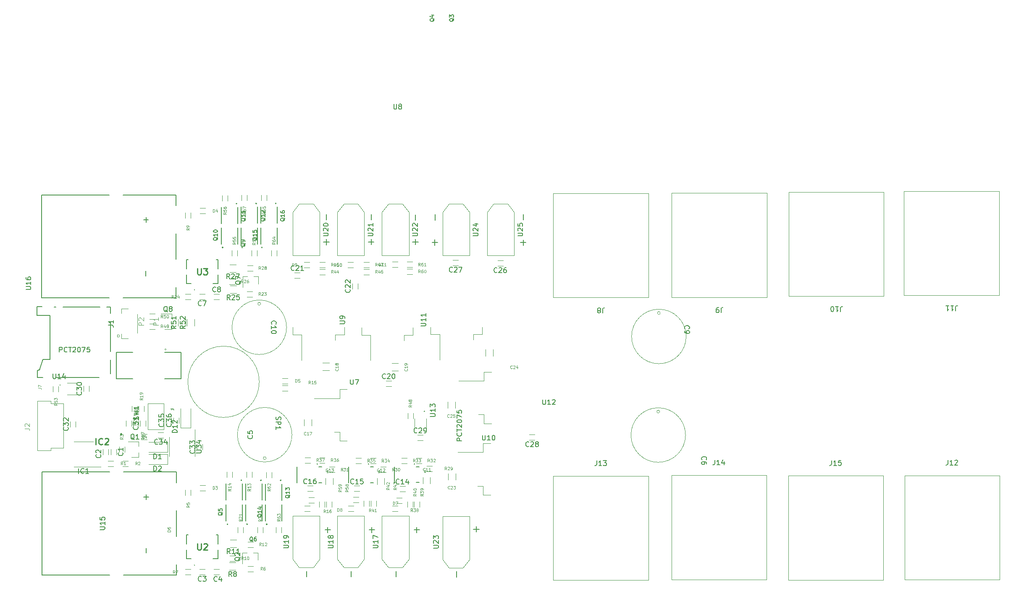
<source format=gbr>
%TF.GenerationSoftware,KiCad,Pcbnew,(6.0.10-0)*%
%TF.CreationDate,2023-02-23T20:38:24-08:00*%
%TF.ProjectId,1.0,312e302e-6b69-4636-9164-5f7063625858,rev?*%
%TF.SameCoordinates,Original*%
%TF.FileFunction,Legend,Top*%
%TF.FilePolarity,Positive*%
%FSLAX46Y46*%
G04 Gerber Fmt 4.6, Leading zero omitted, Abs format (unit mm)*
G04 Created by KiCad (PCBNEW (6.0.10-0)) date 2023-02-23 20:38:24*
%MOMM*%
%LPD*%
G01*
G04 APERTURE LIST*
%ADD10C,0.150000*%
%ADD11C,0.100000*%
%ADD12C,0.254000*%
%ADD13C,0.050000*%
%ADD14C,0.069417*%
%ADD15C,0.120000*%
%ADD16C,0.127000*%
%ADD17C,0.200000*%
%ADD18C,0.250000*%
G04 APERTURE END LIST*
D10*
%TO.C,U22*%
X226652380Y-109888095D02*
X227461904Y-109888095D01*
X227557142Y-109840476D01*
X227604761Y-109792857D01*
X227652380Y-109697619D01*
X227652380Y-109507142D01*
X227604761Y-109411904D01*
X227557142Y-109364285D01*
X227461904Y-109316666D01*
X226652380Y-109316666D01*
X226747619Y-108888095D02*
X226700000Y-108840476D01*
X226652380Y-108745238D01*
X226652380Y-108507142D01*
X226700000Y-108411904D01*
X226747619Y-108364285D01*
X226842857Y-108316666D01*
X226938095Y-108316666D01*
X227080952Y-108364285D01*
X227652380Y-108935714D01*
X227652380Y-108316666D01*
X226747619Y-107935714D02*
X226700000Y-107888095D01*
X226652380Y-107792857D01*
X226652380Y-107554761D01*
X226700000Y-107459523D01*
X226747619Y-107411904D01*
X226842857Y-107364285D01*
X226938095Y-107364285D01*
X227080952Y-107411904D01*
X227652380Y-107983333D01*
X227652380Y-107364285D01*
X227207142Y-106771428D02*
X227207142Y-105628571D01*
X227207142Y-111671428D02*
X227207142Y-110528571D01*
X227778571Y-111100000D02*
X226635714Y-111100000D01*
%TO.C,C22*%
X214007142Y-120692857D02*
X214054761Y-120740476D01*
X214102380Y-120883333D01*
X214102380Y-120978571D01*
X214054761Y-121121428D01*
X213959523Y-121216666D01*
X213864285Y-121264285D01*
X213673809Y-121311904D01*
X213530952Y-121311904D01*
X213340476Y-121264285D01*
X213245238Y-121216666D01*
X213150000Y-121121428D01*
X213102380Y-120978571D01*
X213102380Y-120883333D01*
X213150000Y-120740476D01*
X213197619Y-120692857D01*
X213197619Y-120311904D02*
X213150000Y-120264285D01*
X213102380Y-120169047D01*
X213102380Y-119930952D01*
X213150000Y-119835714D01*
X213197619Y-119788095D01*
X213292857Y-119740476D01*
X213388095Y-119740476D01*
X213530952Y-119788095D01*
X214102380Y-120359523D01*
X214102380Y-119740476D01*
X213197619Y-119359523D02*
X213150000Y-119311904D01*
X213102380Y-119216666D01*
X213102380Y-118978571D01*
X213150000Y-118883333D01*
X213197619Y-118835714D01*
X213292857Y-118788095D01*
X213388095Y-118788095D01*
X213530952Y-118835714D01*
X214102380Y-119407142D01*
X214102380Y-118788095D01*
D11*
%TO.C,R18*%
X171096428Y-145610714D02*
X170810714Y-145810714D01*
X171096428Y-145953571D02*
X170496428Y-145953571D01*
X170496428Y-145725000D01*
X170525000Y-145667857D01*
X170553571Y-145639285D01*
X170610714Y-145610714D01*
X170696428Y-145610714D01*
X170753571Y-145639285D01*
X170782142Y-145667857D01*
X170810714Y-145725000D01*
X170810714Y-145953571D01*
X171096428Y-145039285D02*
X171096428Y-145382142D01*
X171096428Y-145210714D02*
X170496428Y-145210714D01*
X170582142Y-145267857D01*
X170639285Y-145325000D01*
X170667857Y-145382142D01*
X170753571Y-144696428D02*
X170725000Y-144753571D01*
X170696428Y-144782142D01*
X170639285Y-144810714D01*
X170610714Y-144810714D01*
X170553571Y-144782142D01*
X170525000Y-144753571D01*
X170496428Y-144696428D01*
X170496428Y-144582142D01*
X170525000Y-144525000D01*
X170553571Y-144496428D01*
X170610714Y-144467857D01*
X170639285Y-144467857D01*
X170696428Y-144496428D01*
X170725000Y-144525000D01*
X170753571Y-144582142D01*
X170753571Y-144696428D01*
X170782142Y-144753571D01*
X170810714Y-144782142D01*
X170867857Y-144810714D01*
X170982142Y-144810714D01*
X171039285Y-144782142D01*
X171067857Y-144753571D01*
X171096428Y-144696428D01*
X171096428Y-144582142D01*
X171067857Y-144525000D01*
X171039285Y-144496428D01*
X170982142Y-144467857D01*
X170867857Y-144467857D01*
X170810714Y-144496428D01*
X170782142Y-144525000D01*
X170753571Y-144582142D01*
D10*
%TO.C,C29*%
X227547142Y-149587142D02*
X227499523Y-149634761D01*
X227356666Y-149682380D01*
X227261428Y-149682380D01*
X227118571Y-149634761D01*
X227023333Y-149539523D01*
X226975714Y-149444285D01*
X226928095Y-149253809D01*
X226928095Y-149110952D01*
X226975714Y-148920476D01*
X227023333Y-148825238D01*
X227118571Y-148730000D01*
X227261428Y-148682380D01*
X227356666Y-148682380D01*
X227499523Y-148730000D01*
X227547142Y-148777619D01*
X227928095Y-148777619D02*
X227975714Y-148730000D01*
X228070952Y-148682380D01*
X228309047Y-148682380D01*
X228404285Y-148730000D01*
X228451904Y-148777619D01*
X228499523Y-148872857D01*
X228499523Y-148968095D01*
X228451904Y-149110952D01*
X227880476Y-149682380D01*
X228499523Y-149682380D01*
X228975714Y-149682380D02*
X229166190Y-149682380D01*
X229261428Y-149634761D01*
X229309047Y-149587142D01*
X229404285Y-149444285D01*
X229451904Y-149253809D01*
X229451904Y-148872857D01*
X229404285Y-148777619D01*
X229356666Y-148730000D01*
X229261428Y-148682380D01*
X229070952Y-148682380D01*
X228975714Y-148730000D01*
X228928095Y-148777619D01*
X228880476Y-148872857D01*
X228880476Y-149110952D01*
X228928095Y-149206190D01*
X228975714Y-149253809D01*
X229070952Y-149301428D01*
X229261428Y-149301428D01*
X229356666Y-149253809D01*
X229404285Y-149206190D01*
X229451904Y-149110952D01*
%TO.C,R51*%
X179002380Y-128042857D02*
X178526190Y-128376190D01*
X179002380Y-128614285D02*
X178002380Y-128614285D01*
X178002380Y-128233333D01*
X178050000Y-128138095D01*
X178097619Y-128090476D01*
X178192857Y-128042857D01*
X178335714Y-128042857D01*
X178430952Y-128090476D01*
X178478571Y-128138095D01*
X178526190Y-128233333D01*
X178526190Y-128614285D01*
X178002380Y-127138095D02*
X178002380Y-127614285D01*
X178478571Y-127661904D01*
X178430952Y-127614285D01*
X178383333Y-127519047D01*
X178383333Y-127280952D01*
X178430952Y-127185714D01*
X178478571Y-127138095D01*
X178573809Y-127090476D01*
X178811904Y-127090476D01*
X178907142Y-127138095D01*
X178954761Y-127185714D01*
X179002380Y-127280952D01*
X179002380Y-127519047D01*
X178954761Y-127614285D01*
X178907142Y-127661904D01*
X179002380Y-126138095D02*
X179002380Y-126709523D01*
X179002380Y-126423809D02*
X178002380Y-126423809D01*
X178145238Y-126519047D01*
X178240476Y-126614285D01*
X178288095Y-126709523D01*
%TO.C,D2*%
X174488904Y-157357380D02*
X174488904Y-156357380D01*
X174727000Y-156357380D01*
X174869857Y-156405000D01*
X174965095Y-156500238D01*
X175012714Y-156595476D01*
X175060333Y-156785952D01*
X175060333Y-156928809D01*
X175012714Y-157119285D01*
X174965095Y-157214523D01*
X174869857Y-157309761D01*
X174727000Y-157357380D01*
X174488904Y-157357380D01*
X175441285Y-156452619D02*
X175488904Y-156405000D01*
X175584142Y-156357380D01*
X175822238Y-156357380D01*
X175917476Y-156405000D01*
X175965095Y-156452619D01*
X176012714Y-156547857D01*
X176012714Y-156643095D01*
X175965095Y-156785952D01*
X175393666Y-157357380D01*
X176012714Y-157357380D01*
D11*
%TO.C,R1*%
X168225000Y-156096428D02*
X168025000Y-155810714D01*
X167882142Y-156096428D02*
X167882142Y-155496428D01*
X168110714Y-155496428D01*
X168167857Y-155525000D01*
X168196428Y-155553571D01*
X168225000Y-155610714D01*
X168225000Y-155696428D01*
X168196428Y-155753571D01*
X168167857Y-155782142D01*
X168110714Y-155810714D01*
X167882142Y-155810714D01*
X168796428Y-156096428D02*
X168453571Y-156096428D01*
X168625000Y-156096428D02*
X168625000Y-155496428D01*
X168567857Y-155582142D01*
X168510714Y-155639285D01*
X168453571Y-155667857D01*
%TO.C,R45*%
X210589285Y-115996428D02*
X210389285Y-115710714D01*
X210246428Y-115996428D02*
X210246428Y-115396428D01*
X210475000Y-115396428D01*
X210532142Y-115425000D01*
X210560714Y-115453571D01*
X210589285Y-115510714D01*
X210589285Y-115596428D01*
X210560714Y-115653571D01*
X210532142Y-115682142D01*
X210475000Y-115710714D01*
X210246428Y-115710714D01*
X211103571Y-115596428D02*
X211103571Y-115996428D01*
X210960714Y-115367857D02*
X210817857Y-115796428D01*
X211189285Y-115796428D01*
X211703571Y-115396428D02*
X211417857Y-115396428D01*
X211389285Y-115682142D01*
X211417857Y-115653571D01*
X211475000Y-115625000D01*
X211617857Y-115625000D01*
X211675000Y-115653571D01*
X211703571Y-115682142D01*
X211732142Y-115739285D01*
X211732142Y-115882142D01*
X211703571Y-115939285D01*
X211675000Y-115967857D01*
X211617857Y-115996428D01*
X211475000Y-115996428D01*
X211417857Y-115967857D01*
X211389285Y-115939285D01*
D10*
%TO.C,C20*%
X221182142Y-138632142D02*
X221134523Y-138679761D01*
X220991666Y-138727380D01*
X220896428Y-138727380D01*
X220753571Y-138679761D01*
X220658333Y-138584523D01*
X220610714Y-138489285D01*
X220563095Y-138298809D01*
X220563095Y-138155952D01*
X220610714Y-137965476D01*
X220658333Y-137870238D01*
X220753571Y-137775000D01*
X220896428Y-137727380D01*
X220991666Y-137727380D01*
X221134523Y-137775000D01*
X221182142Y-137822619D01*
X221563095Y-137822619D02*
X221610714Y-137775000D01*
X221705952Y-137727380D01*
X221944047Y-137727380D01*
X222039285Y-137775000D01*
X222086904Y-137822619D01*
X222134523Y-137917857D01*
X222134523Y-138013095D01*
X222086904Y-138155952D01*
X221515476Y-138727380D01*
X222134523Y-138727380D01*
X222753571Y-137727380D02*
X222848809Y-137727380D01*
X222944047Y-137775000D01*
X222991666Y-137822619D01*
X223039285Y-137917857D01*
X223086904Y-138108333D01*
X223086904Y-138346428D01*
X223039285Y-138536904D01*
X222991666Y-138632142D01*
X222944047Y-138679761D01*
X222848809Y-138727380D01*
X222753571Y-138727380D01*
X222658333Y-138679761D01*
X222610714Y-138632142D01*
X222563095Y-138536904D01*
X222515476Y-138346428D01*
X222515476Y-138108333D01*
X222563095Y-137917857D01*
X222610714Y-137822619D01*
X222658333Y-137775000D01*
X222753571Y-137727380D01*
%TO.C,R25*%
X189857142Y-122777380D02*
X189523809Y-122301190D01*
X189285714Y-122777380D02*
X189285714Y-121777380D01*
X189666666Y-121777380D01*
X189761904Y-121825000D01*
X189809523Y-121872619D01*
X189857142Y-121967857D01*
X189857142Y-122110714D01*
X189809523Y-122205952D01*
X189761904Y-122253571D01*
X189666666Y-122301190D01*
X189285714Y-122301190D01*
X190238095Y-121872619D02*
X190285714Y-121825000D01*
X190380952Y-121777380D01*
X190619047Y-121777380D01*
X190714285Y-121825000D01*
X190761904Y-121872619D01*
X190809523Y-121967857D01*
X190809523Y-122063095D01*
X190761904Y-122205952D01*
X190190476Y-122777380D01*
X190809523Y-122777380D01*
X191714285Y-121777380D02*
X191238095Y-121777380D01*
X191190476Y-122253571D01*
X191238095Y-122205952D01*
X191333333Y-122158333D01*
X191571428Y-122158333D01*
X191666666Y-122205952D01*
X191714285Y-122253571D01*
X191761904Y-122348809D01*
X191761904Y-122586904D01*
X191714285Y-122682142D01*
X191666666Y-122729761D01*
X191571428Y-122777380D01*
X191333333Y-122777380D01*
X191238095Y-122729761D01*
X191190476Y-122682142D01*
%TO.C,C14*%
X223957142Y-159897142D02*
X223909523Y-159944761D01*
X223766666Y-159992380D01*
X223671428Y-159992380D01*
X223528571Y-159944761D01*
X223433333Y-159849523D01*
X223385714Y-159754285D01*
X223338095Y-159563809D01*
X223338095Y-159420952D01*
X223385714Y-159230476D01*
X223433333Y-159135238D01*
X223528571Y-159040000D01*
X223671428Y-158992380D01*
X223766666Y-158992380D01*
X223909523Y-159040000D01*
X223957142Y-159087619D01*
X224909523Y-159992380D02*
X224338095Y-159992380D01*
X224623809Y-159992380D02*
X224623809Y-158992380D01*
X224528571Y-159135238D01*
X224433333Y-159230476D01*
X224338095Y-159278095D01*
X225766666Y-159325714D02*
X225766666Y-159992380D01*
X225528571Y-158944761D02*
X225290476Y-159659047D01*
X225909523Y-159659047D01*
%TO.C,C32*%
X157157142Y-148542857D02*
X157204761Y-148590476D01*
X157252380Y-148733333D01*
X157252380Y-148828571D01*
X157204761Y-148971428D01*
X157109523Y-149066666D01*
X157014285Y-149114285D01*
X156823809Y-149161904D01*
X156680952Y-149161904D01*
X156490476Y-149114285D01*
X156395238Y-149066666D01*
X156300000Y-148971428D01*
X156252380Y-148828571D01*
X156252380Y-148733333D01*
X156300000Y-148590476D01*
X156347619Y-148542857D01*
X156252380Y-148209523D02*
X156252380Y-147590476D01*
X156633333Y-147923809D01*
X156633333Y-147780952D01*
X156680952Y-147685714D01*
X156728571Y-147638095D01*
X156823809Y-147590476D01*
X157061904Y-147590476D01*
X157157142Y-147638095D01*
X157204761Y-147685714D01*
X157252380Y-147780952D01*
X157252380Y-148066666D01*
X157204761Y-148161904D01*
X157157142Y-148209523D01*
X156347619Y-147209523D02*
X156300000Y-147161904D01*
X156252380Y-147066666D01*
X156252380Y-146828571D01*
X156300000Y-146733333D01*
X156347619Y-146685714D01*
X156442857Y-146638095D01*
X156538095Y-146638095D01*
X156680952Y-146685714D01*
X157252380Y-147257142D01*
X157252380Y-146638095D01*
D11*
%TO.C,P2*%
X172402380Y-127938095D02*
X171402380Y-127938095D01*
X171402380Y-127557142D01*
X171450000Y-127461904D01*
X171497619Y-127414285D01*
X171592857Y-127366666D01*
X171735714Y-127366666D01*
X171830952Y-127414285D01*
X171878571Y-127461904D01*
X171926190Y-127557142D01*
X171926190Y-127938095D01*
X171497619Y-126985714D02*
X171450000Y-126938095D01*
X171402380Y-126842857D01*
X171402380Y-126604761D01*
X171450000Y-126509523D01*
X171497619Y-126461904D01*
X171592857Y-126414285D01*
X171688095Y-126414285D01*
X171830952Y-126461904D01*
X172402380Y-127033333D01*
X172402380Y-126414285D01*
D10*
%TO.C,U17*%
X218652380Y-172888095D02*
X219461904Y-172888095D01*
X219557142Y-172840476D01*
X219604761Y-172792857D01*
X219652380Y-172697619D01*
X219652380Y-172507142D01*
X219604761Y-172411904D01*
X219557142Y-172364285D01*
X219461904Y-172316666D01*
X218652380Y-172316666D01*
X219652380Y-171316666D02*
X219652380Y-171888095D01*
X219652380Y-171602380D02*
X218652380Y-171602380D01*
X218795238Y-171697619D01*
X218890476Y-171792857D01*
X218938095Y-171888095D01*
X218652380Y-170983333D02*
X218652380Y-170316666D01*
X219652380Y-170745238D01*
X227507142Y-169821428D02*
X227507142Y-168678571D01*
X228078571Y-169250000D02*
X226935714Y-169250000D01*
X223307142Y-178721428D02*
X223307142Y-177578571D01*
D11*
%TO.C,C19*%
X225544285Y-136785714D02*
X225572857Y-136814285D01*
X225601428Y-136900000D01*
X225601428Y-136957142D01*
X225572857Y-137042857D01*
X225515714Y-137100000D01*
X225458571Y-137128571D01*
X225344285Y-137157142D01*
X225258571Y-137157142D01*
X225144285Y-137128571D01*
X225087142Y-137100000D01*
X225030000Y-137042857D01*
X225001428Y-136957142D01*
X225001428Y-136900000D01*
X225030000Y-136814285D01*
X225058571Y-136785714D01*
X225601428Y-136214285D02*
X225601428Y-136557142D01*
X225601428Y-136385714D02*
X225001428Y-136385714D01*
X225087142Y-136442857D01*
X225144285Y-136500000D01*
X225172857Y-136557142D01*
X225601428Y-135928571D02*
X225601428Y-135814285D01*
X225572857Y-135757142D01*
X225544285Y-135728571D01*
X225458571Y-135671428D01*
X225344285Y-135642857D01*
X225115714Y-135642857D01*
X225058571Y-135671428D01*
X225030000Y-135700000D01*
X225001428Y-135757142D01*
X225001428Y-135871428D01*
X225030000Y-135928571D01*
X225058571Y-135957142D01*
X225115714Y-135985714D01*
X225258571Y-135985714D01*
X225315714Y-135957142D01*
X225344285Y-135928571D01*
X225372857Y-135871428D01*
X225372857Y-135757142D01*
X225344285Y-135700000D01*
X225315714Y-135671428D01*
X225258571Y-135642857D01*
%TO.C,R59*%
X212316428Y-161190714D02*
X212030714Y-161390714D01*
X212316428Y-161533571D02*
X211716428Y-161533571D01*
X211716428Y-161305000D01*
X211745000Y-161247857D01*
X211773571Y-161219285D01*
X211830714Y-161190714D01*
X211916428Y-161190714D01*
X211973571Y-161219285D01*
X212002142Y-161247857D01*
X212030714Y-161305000D01*
X212030714Y-161533571D01*
X211716428Y-160647857D02*
X211716428Y-160933571D01*
X212002142Y-160962142D01*
X211973571Y-160933571D01*
X211945000Y-160876428D01*
X211945000Y-160733571D01*
X211973571Y-160676428D01*
X212002142Y-160647857D01*
X212059285Y-160619285D01*
X212202142Y-160619285D01*
X212259285Y-160647857D01*
X212287857Y-160676428D01*
X212316428Y-160733571D01*
X212316428Y-160876428D01*
X212287857Y-160933571D01*
X212259285Y-160962142D01*
X212316428Y-160333571D02*
X212316428Y-160219285D01*
X212287857Y-160162142D01*
X212259285Y-160133571D01*
X212173571Y-160076428D01*
X212059285Y-160047857D01*
X211830714Y-160047857D01*
X211773571Y-160076428D01*
X211745000Y-160105000D01*
X211716428Y-160162142D01*
X211716428Y-160276428D01*
X211745000Y-160333571D01*
X211773571Y-160362142D01*
X211830714Y-160390714D01*
X211973571Y-160390714D01*
X212030714Y-160362142D01*
X212059285Y-160333571D01*
X212087857Y-160276428D01*
X212087857Y-160162142D01*
X212059285Y-160105000D01*
X212030714Y-160076428D01*
X211973571Y-160047857D01*
D10*
%TO.C,J1*%
X165342380Y-127933333D02*
X166056666Y-127933333D01*
X166199523Y-127980952D01*
X166294761Y-128076190D01*
X166342380Y-128219047D01*
X166342380Y-128314285D01*
X166342380Y-126933333D02*
X166342380Y-127504761D01*
X166342380Y-127219047D02*
X165342380Y-127219047D01*
X165485238Y-127314285D01*
X165580476Y-127409523D01*
X165628095Y-127504761D01*
D11*
%TO.C,C25*%
X234039285Y-146469285D02*
X234010714Y-146497857D01*
X233925000Y-146526428D01*
X233867857Y-146526428D01*
X233782142Y-146497857D01*
X233725000Y-146440714D01*
X233696428Y-146383571D01*
X233667857Y-146269285D01*
X233667857Y-146183571D01*
X233696428Y-146069285D01*
X233725000Y-146012142D01*
X233782142Y-145955000D01*
X233867857Y-145926428D01*
X233925000Y-145926428D01*
X234010714Y-145955000D01*
X234039285Y-145983571D01*
X234267857Y-145983571D02*
X234296428Y-145955000D01*
X234353571Y-145926428D01*
X234496428Y-145926428D01*
X234553571Y-145955000D01*
X234582142Y-145983571D01*
X234610714Y-146040714D01*
X234610714Y-146097857D01*
X234582142Y-146183571D01*
X234239285Y-146526428D01*
X234610714Y-146526428D01*
X235153571Y-145926428D02*
X234867857Y-145926428D01*
X234839285Y-146212142D01*
X234867857Y-146183571D01*
X234925000Y-146155000D01*
X235067857Y-146155000D01*
X235125000Y-146183571D01*
X235153571Y-146212142D01*
X235182142Y-146269285D01*
X235182142Y-146412142D01*
X235153571Y-146469285D01*
X235125000Y-146497857D01*
X235067857Y-146526428D01*
X234925000Y-146526428D01*
X234867857Y-146497857D01*
X234839285Y-146469285D01*
D10*
%TO.C,Q1*%
X170579761Y-151022619D02*
X170484523Y-150975000D01*
X170389285Y-150879761D01*
X170246428Y-150736904D01*
X170151190Y-150689285D01*
X170055952Y-150689285D01*
X170103571Y-150927380D02*
X170008333Y-150879761D01*
X169913095Y-150784523D01*
X169865476Y-150594047D01*
X169865476Y-150260714D01*
X169913095Y-150070238D01*
X170008333Y-149975000D01*
X170103571Y-149927380D01*
X170294047Y-149927380D01*
X170389285Y-149975000D01*
X170484523Y-150070238D01*
X170532142Y-150260714D01*
X170532142Y-150594047D01*
X170484523Y-150784523D01*
X170389285Y-150879761D01*
X170294047Y-150927380D01*
X170103571Y-150927380D01*
X171484523Y-150927380D02*
X170913095Y-150927380D01*
X171198809Y-150927380D02*
X171198809Y-149927380D01*
X171103571Y-150070238D01*
X171008333Y-150165476D01*
X170913095Y-150213095D01*
%TO.C,U12*%
X252886904Y-142927380D02*
X252886904Y-143736904D01*
X252934523Y-143832142D01*
X252982142Y-143879761D01*
X253077380Y-143927380D01*
X253267857Y-143927380D01*
X253363095Y-143879761D01*
X253410714Y-143832142D01*
X253458333Y-143736904D01*
X253458333Y-142927380D01*
X254458333Y-143927380D02*
X253886904Y-143927380D01*
X254172619Y-143927380D02*
X254172619Y-142927380D01*
X254077380Y-143070238D01*
X253982142Y-143165476D01*
X253886904Y-143213095D01*
X254839285Y-143022619D02*
X254886904Y-142975000D01*
X254982142Y-142927380D01*
X255220238Y-142927380D01*
X255315476Y-142975000D01*
X255363095Y-143022619D01*
X255410714Y-143117857D01*
X255410714Y-143213095D01*
X255363095Y-143355952D01*
X254791666Y-143927380D01*
X255410714Y-143927380D01*
%TO.C,U20*%
X208652380Y-109888095D02*
X209461904Y-109888095D01*
X209557142Y-109840476D01*
X209604761Y-109792857D01*
X209652380Y-109697619D01*
X209652380Y-109507142D01*
X209604761Y-109411904D01*
X209557142Y-109364285D01*
X209461904Y-109316666D01*
X208652380Y-109316666D01*
X208747619Y-108888095D02*
X208700000Y-108840476D01*
X208652380Y-108745238D01*
X208652380Y-108507142D01*
X208700000Y-108411904D01*
X208747619Y-108364285D01*
X208842857Y-108316666D01*
X208938095Y-108316666D01*
X209080952Y-108364285D01*
X209652380Y-108935714D01*
X209652380Y-108316666D01*
X208652380Y-107697619D02*
X208652380Y-107602380D01*
X208700000Y-107507142D01*
X208747619Y-107459523D01*
X208842857Y-107411904D01*
X209033333Y-107364285D01*
X209271428Y-107364285D01*
X209461904Y-107411904D01*
X209557142Y-107459523D01*
X209604761Y-107507142D01*
X209652380Y-107602380D01*
X209652380Y-107697619D01*
X209604761Y-107792857D01*
X209557142Y-107840476D01*
X209461904Y-107888095D01*
X209271428Y-107935714D01*
X209033333Y-107935714D01*
X208842857Y-107888095D01*
X208747619Y-107840476D01*
X208700000Y-107792857D01*
X208652380Y-107697619D01*
X209257142Y-106671428D02*
X209257142Y-105528571D01*
X209257142Y-111721428D02*
X209257142Y-110578571D01*
X209828571Y-111150000D02*
X208685714Y-111150000D01*
%TO.C,Q10*%
X187380095Y-110204642D02*
X187342000Y-110280833D01*
X187265809Y-110357023D01*
X187151523Y-110471309D01*
X187113428Y-110547500D01*
X187113428Y-110623690D01*
X187303904Y-110585595D02*
X187265809Y-110661785D01*
X187189619Y-110737976D01*
X187037238Y-110776071D01*
X186770571Y-110776071D01*
X186618190Y-110737976D01*
X186542000Y-110661785D01*
X186503904Y-110585595D01*
X186503904Y-110433214D01*
X186542000Y-110357023D01*
X186618190Y-110280833D01*
X186770571Y-110242738D01*
X187037238Y-110242738D01*
X187189619Y-110280833D01*
X187265809Y-110357023D01*
X187303904Y-110433214D01*
X187303904Y-110585595D01*
X187303904Y-109480833D02*
X187303904Y-109937976D01*
X187303904Y-109709404D02*
X186503904Y-109709404D01*
X186618190Y-109785595D01*
X186694380Y-109861785D01*
X186732476Y-109937976D01*
X186503904Y-108985595D02*
X186503904Y-108909404D01*
X186542000Y-108833214D01*
X186580095Y-108795119D01*
X186656285Y-108757023D01*
X186808666Y-108718928D01*
X186999142Y-108718928D01*
X187151523Y-108757023D01*
X187227714Y-108795119D01*
X187265809Y-108833214D01*
X187303904Y-108909404D01*
X187303904Y-108985595D01*
X187265809Y-109061785D01*
X187227714Y-109099880D01*
X187151523Y-109137976D01*
X186999142Y-109176071D01*
X186808666Y-109176071D01*
X186656285Y-109137976D01*
X186580095Y-109099880D01*
X186542000Y-109061785D01*
X186503904Y-108985595D01*
D11*
%TO.C,R28*%
X196014285Y-116671428D02*
X195814285Y-116385714D01*
X195671428Y-116671428D02*
X195671428Y-116071428D01*
X195900000Y-116071428D01*
X195957142Y-116100000D01*
X195985714Y-116128571D01*
X196014285Y-116185714D01*
X196014285Y-116271428D01*
X195985714Y-116328571D01*
X195957142Y-116357142D01*
X195900000Y-116385714D01*
X195671428Y-116385714D01*
X196242857Y-116128571D02*
X196271428Y-116100000D01*
X196328571Y-116071428D01*
X196471428Y-116071428D01*
X196528571Y-116100000D01*
X196557142Y-116128571D01*
X196585714Y-116185714D01*
X196585714Y-116242857D01*
X196557142Y-116328571D01*
X196214285Y-116671428D01*
X196585714Y-116671428D01*
X196928571Y-116328571D02*
X196871428Y-116300000D01*
X196842857Y-116271428D01*
X196814285Y-116214285D01*
X196814285Y-116185714D01*
X196842857Y-116128571D01*
X196871428Y-116100000D01*
X196928571Y-116071428D01*
X197042857Y-116071428D01*
X197100000Y-116100000D01*
X197128571Y-116128571D01*
X197157142Y-116185714D01*
X197157142Y-116214285D01*
X197128571Y-116271428D01*
X197100000Y-116300000D01*
X197042857Y-116328571D01*
X196928571Y-116328571D01*
X196871428Y-116357142D01*
X196842857Y-116385714D01*
X196814285Y-116442857D01*
X196814285Y-116557142D01*
X196842857Y-116614285D01*
X196871428Y-116642857D01*
X196928571Y-116671428D01*
X197042857Y-116671428D01*
X197100000Y-116642857D01*
X197128571Y-116614285D01*
X197157142Y-116557142D01*
X197157142Y-116442857D01*
X197128571Y-116385714D01*
X197100000Y-116357142D01*
X197042857Y-116328571D01*
D10*
%TO.C,Q13*%
X201921095Y-162197142D02*
X201883000Y-162273333D01*
X201806809Y-162349523D01*
X201692523Y-162463809D01*
X201654428Y-162540000D01*
X201654428Y-162616190D01*
X201844904Y-162578095D02*
X201806809Y-162654285D01*
X201730619Y-162730476D01*
X201578238Y-162768571D01*
X201311571Y-162768571D01*
X201159190Y-162730476D01*
X201083000Y-162654285D01*
X201044904Y-162578095D01*
X201044904Y-162425714D01*
X201083000Y-162349523D01*
X201159190Y-162273333D01*
X201311571Y-162235238D01*
X201578238Y-162235238D01*
X201730619Y-162273333D01*
X201806809Y-162349523D01*
X201844904Y-162425714D01*
X201844904Y-162578095D01*
X201844904Y-161473333D02*
X201844904Y-161930476D01*
X201844904Y-161701904D02*
X201044904Y-161701904D01*
X201159190Y-161778095D01*
X201235380Y-161854285D01*
X201273476Y-161930476D01*
X201044904Y-161206666D02*
X201044904Y-160711428D01*
X201349666Y-160978095D01*
X201349666Y-160863809D01*
X201387761Y-160787619D01*
X201425857Y-160749523D01*
X201502047Y-160711428D01*
X201692523Y-160711428D01*
X201768714Y-160749523D01*
X201806809Y-160787619D01*
X201844904Y-160863809D01*
X201844904Y-161092380D01*
X201806809Y-161168571D01*
X201768714Y-161206666D01*
D11*
%TO.C,R44*%
X210589285Y-117396428D02*
X210389285Y-117110714D01*
X210246428Y-117396428D02*
X210246428Y-116796428D01*
X210475000Y-116796428D01*
X210532142Y-116825000D01*
X210560714Y-116853571D01*
X210589285Y-116910714D01*
X210589285Y-116996428D01*
X210560714Y-117053571D01*
X210532142Y-117082142D01*
X210475000Y-117110714D01*
X210246428Y-117110714D01*
X211103571Y-116996428D02*
X211103571Y-117396428D01*
X210960714Y-116767857D02*
X210817857Y-117196428D01*
X211189285Y-117196428D01*
X211675000Y-116996428D02*
X211675000Y-117396428D01*
X211532142Y-116767857D02*
X211389285Y-117196428D01*
X211760714Y-117196428D01*
%TO.C,R10*%
X192489285Y-175246428D02*
X192289285Y-174960714D01*
X192146428Y-175246428D02*
X192146428Y-174646428D01*
X192375000Y-174646428D01*
X192432142Y-174675000D01*
X192460714Y-174703571D01*
X192489285Y-174760714D01*
X192489285Y-174846428D01*
X192460714Y-174903571D01*
X192432142Y-174932142D01*
X192375000Y-174960714D01*
X192146428Y-174960714D01*
X193060714Y-175246428D02*
X192717857Y-175246428D01*
X192889285Y-175246428D02*
X192889285Y-174646428D01*
X192832142Y-174732142D01*
X192775000Y-174789285D01*
X192717857Y-174817857D01*
X193432142Y-174646428D02*
X193489285Y-174646428D01*
X193546428Y-174675000D01*
X193575000Y-174703571D01*
X193603571Y-174760714D01*
X193632142Y-174875000D01*
X193632142Y-175017857D01*
X193603571Y-175132142D01*
X193575000Y-175189285D01*
X193546428Y-175217857D01*
X193489285Y-175246428D01*
X193432142Y-175246428D01*
X193375000Y-175217857D01*
X193346428Y-175189285D01*
X193317857Y-175132142D01*
X193289285Y-175017857D01*
X193289285Y-174875000D01*
X193317857Y-174760714D01*
X193346428Y-174703571D01*
X193375000Y-174675000D01*
X193432142Y-174646428D01*
D10*
%TO.C,J10*%
X312924523Y-125157619D02*
X312924523Y-124443333D01*
X312972142Y-124300476D01*
X313067380Y-124205238D01*
X313210238Y-124157619D01*
X313305476Y-124157619D01*
X311924523Y-124157619D02*
X312495952Y-124157619D01*
X312210238Y-124157619D02*
X312210238Y-125157619D01*
X312305476Y-125014761D01*
X312400714Y-124919523D01*
X312495952Y-124871904D01*
X311305476Y-125157619D02*
X311210238Y-125157619D01*
X311115000Y-125110000D01*
X311067380Y-125062380D01*
X311019761Y-124967142D01*
X310972142Y-124776666D01*
X310972142Y-124538571D01*
X311019761Y-124348095D01*
X311067380Y-124252857D01*
X311115000Y-124205238D01*
X311210238Y-124157619D01*
X311305476Y-124157619D01*
X311400714Y-124205238D01*
X311448333Y-124252857D01*
X311495952Y-124348095D01*
X311543571Y-124538571D01*
X311543571Y-124776666D01*
X311495952Y-124967142D01*
X311448333Y-125062380D01*
X311400714Y-125110000D01*
X311305476Y-125157619D01*
D11*
%TO.C,R55*%
X191021428Y-111235714D02*
X190735714Y-111435714D01*
X191021428Y-111578571D02*
X190421428Y-111578571D01*
X190421428Y-111350000D01*
X190450000Y-111292857D01*
X190478571Y-111264285D01*
X190535714Y-111235714D01*
X190621428Y-111235714D01*
X190678571Y-111264285D01*
X190707142Y-111292857D01*
X190735714Y-111350000D01*
X190735714Y-111578571D01*
X190421428Y-110692857D02*
X190421428Y-110978571D01*
X190707142Y-111007142D01*
X190678571Y-110978571D01*
X190650000Y-110921428D01*
X190650000Y-110778571D01*
X190678571Y-110721428D01*
X190707142Y-110692857D01*
X190764285Y-110664285D01*
X190907142Y-110664285D01*
X190964285Y-110692857D01*
X190992857Y-110721428D01*
X191021428Y-110778571D01*
X191021428Y-110921428D01*
X190992857Y-110978571D01*
X190964285Y-111007142D01*
X190421428Y-110121428D02*
X190421428Y-110407142D01*
X190707142Y-110435714D01*
X190678571Y-110407142D01*
X190650000Y-110350000D01*
X190650000Y-110207142D01*
X190678571Y-110150000D01*
X190707142Y-110121428D01*
X190764285Y-110092857D01*
X190907142Y-110092857D01*
X190964285Y-110121428D01*
X190992857Y-110150000D01*
X191021428Y-110207142D01*
X191021428Y-110350000D01*
X190992857Y-110407142D01*
X190964285Y-110435714D01*
D12*
%TO.C,U2*%
X183282380Y-172004523D02*
X183282380Y-173032619D01*
X183342857Y-173153571D01*
X183403333Y-173214047D01*
X183524285Y-173274523D01*
X183766190Y-173274523D01*
X183887142Y-173214047D01*
X183947619Y-173153571D01*
X184008095Y-173032619D01*
X184008095Y-172004523D01*
X184552380Y-172125476D02*
X184612857Y-172065000D01*
X184733809Y-172004523D01*
X185036190Y-172004523D01*
X185157142Y-172065000D01*
X185217619Y-172125476D01*
X185278095Y-172246428D01*
X185278095Y-172367380D01*
X185217619Y-172548809D01*
X184491904Y-173274523D01*
X185278095Y-173274523D01*
D11*
%TO.C,R7*%
X178725000Y-178046428D02*
X178525000Y-177760714D01*
X178382142Y-178046428D02*
X178382142Y-177446428D01*
X178610714Y-177446428D01*
X178667857Y-177475000D01*
X178696428Y-177503571D01*
X178725000Y-177560714D01*
X178725000Y-177646428D01*
X178696428Y-177703571D01*
X178667857Y-177732142D01*
X178610714Y-177760714D01*
X178382142Y-177760714D01*
X178925000Y-177446428D02*
X179325000Y-177446428D01*
X179067857Y-178046428D01*
%TO.C,D9*%
X202382142Y-116046428D02*
X202382142Y-115446428D01*
X202525000Y-115446428D01*
X202610714Y-115475000D01*
X202667857Y-115532142D01*
X202696428Y-115589285D01*
X202725000Y-115703571D01*
X202725000Y-115789285D01*
X202696428Y-115903571D01*
X202667857Y-115960714D01*
X202610714Y-116017857D01*
X202525000Y-116046428D01*
X202382142Y-116046428D01*
X203010714Y-116046428D02*
X203125000Y-116046428D01*
X203182142Y-116017857D01*
X203210714Y-115989285D01*
X203267857Y-115903571D01*
X203296428Y-115789285D01*
X203296428Y-115560714D01*
X203267857Y-115503571D01*
X203239285Y-115475000D01*
X203182142Y-115446428D01*
X203067857Y-115446428D01*
X203010714Y-115475000D01*
X202982142Y-115503571D01*
X202953571Y-115560714D01*
X202953571Y-115703571D01*
X202982142Y-115760714D01*
X203010714Y-115789285D01*
X203067857Y-115817857D01*
X203182142Y-115817857D01*
X203239285Y-115789285D01*
X203267857Y-115760714D01*
X203296428Y-115703571D01*
%TO.C,R12*%
X196114285Y-172446428D02*
X195914285Y-172160714D01*
X195771428Y-172446428D02*
X195771428Y-171846428D01*
X196000000Y-171846428D01*
X196057142Y-171875000D01*
X196085714Y-171903571D01*
X196114285Y-171960714D01*
X196114285Y-172046428D01*
X196085714Y-172103571D01*
X196057142Y-172132142D01*
X196000000Y-172160714D01*
X195771428Y-172160714D01*
X196685714Y-172446428D02*
X196342857Y-172446428D01*
X196514285Y-172446428D02*
X196514285Y-171846428D01*
X196457142Y-171932142D01*
X196400000Y-171989285D01*
X196342857Y-172017857D01*
X196914285Y-171903571D02*
X196942857Y-171875000D01*
X197000000Y-171846428D01*
X197142857Y-171846428D01*
X197200000Y-171875000D01*
X197228571Y-171903571D01*
X197257142Y-171960714D01*
X197257142Y-172017857D01*
X197228571Y-172103571D01*
X196885714Y-172446428D01*
X197257142Y-172446428D01*
D10*
%TO.C,C28*%
X250082142Y-152337142D02*
X250034523Y-152384761D01*
X249891666Y-152432380D01*
X249796428Y-152432380D01*
X249653571Y-152384761D01*
X249558333Y-152289523D01*
X249510714Y-152194285D01*
X249463095Y-152003809D01*
X249463095Y-151860952D01*
X249510714Y-151670476D01*
X249558333Y-151575238D01*
X249653571Y-151480000D01*
X249796428Y-151432380D01*
X249891666Y-151432380D01*
X250034523Y-151480000D01*
X250082142Y-151527619D01*
X250463095Y-151527619D02*
X250510714Y-151480000D01*
X250605952Y-151432380D01*
X250844047Y-151432380D01*
X250939285Y-151480000D01*
X250986904Y-151527619D01*
X251034523Y-151622857D01*
X251034523Y-151718095D01*
X250986904Y-151860952D01*
X250415476Y-152432380D01*
X251034523Y-152432380D01*
X251605952Y-151860952D02*
X251510714Y-151813333D01*
X251463095Y-151765714D01*
X251415476Y-151670476D01*
X251415476Y-151622857D01*
X251463095Y-151527619D01*
X251510714Y-151480000D01*
X251605952Y-151432380D01*
X251796428Y-151432380D01*
X251891666Y-151480000D01*
X251939285Y-151527619D01*
X251986904Y-151622857D01*
X251986904Y-151670476D01*
X251939285Y-151765714D01*
X251891666Y-151813333D01*
X251796428Y-151860952D01*
X251605952Y-151860952D01*
X251510714Y-151908571D01*
X251463095Y-151956190D01*
X251415476Y-152051428D01*
X251415476Y-152241904D01*
X251463095Y-152337142D01*
X251510714Y-152384761D01*
X251605952Y-152432380D01*
X251796428Y-152432380D01*
X251891666Y-152384761D01*
X251939285Y-152337142D01*
X251986904Y-152241904D01*
X251986904Y-152051428D01*
X251939285Y-151956190D01*
X251891666Y-151908571D01*
X251796428Y-151860952D01*
%TO.C,U7*%
X214138095Y-138877380D02*
X214138095Y-139686904D01*
X214185714Y-139782142D01*
X214233333Y-139829761D01*
X214328571Y-139877380D01*
X214519047Y-139877380D01*
X214614285Y-139829761D01*
X214661904Y-139782142D01*
X214709523Y-139686904D01*
X214709523Y-138877380D01*
X215090476Y-138877380D02*
X215757142Y-138877380D01*
X215328571Y-139877380D01*
D11*
%TO.C,R19*%
X172246428Y-142660714D02*
X171960714Y-142860714D01*
X172246428Y-143003571D02*
X171646428Y-143003571D01*
X171646428Y-142775000D01*
X171675000Y-142717857D01*
X171703571Y-142689285D01*
X171760714Y-142660714D01*
X171846428Y-142660714D01*
X171903571Y-142689285D01*
X171932142Y-142717857D01*
X171960714Y-142775000D01*
X171960714Y-143003571D01*
X172246428Y-142089285D02*
X172246428Y-142432142D01*
X172246428Y-142260714D02*
X171646428Y-142260714D01*
X171732142Y-142317857D01*
X171789285Y-142375000D01*
X171817857Y-142432142D01*
X172246428Y-141803571D02*
X172246428Y-141689285D01*
X172217857Y-141632142D01*
X172189285Y-141603571D01*
X172103571Y-141546428D01*
X171989285Y-141517857D01*
X171760714Y-141517857D01*
X171703571Y-141546428D01*
X171675000Y-141575000D01*
X171646428Y-141632142D01*
X171646428Y-141746428D01*
X171675000Y-141803571D01*
X171703571Y-141832142D01*
X171760714Y-141860714D01*
X171903571Y-141860714D01*
X171960714Y-141832142D01*
X171989285Y-141803571D01*
X172017857Y-141746428D01*
X172017857Y-141632142D01*
X171989285Y-141575000D01*
X171960714Y-141546428D01*
X171903571Y-141517857D01*
D10*
%TO.C,C2*%
X163732142Y-154041666D02*
X163779761Y-154089285D01*
X163827380Y-154232142D01*
X163827380Y-154327380D01*
X163779761Y-154470238D01*
X163684523Y-154565476D01*
X163589285Y-154613095D01*
X163398809Y-154660714D01*
X163255952Y-154660714D01*
X163065476Y-154613095D01*
X162970238Y-154565476D01*
X162875000Y-154470238D01*
X162827380Y-154327380D01*
X162827380Y-154232142D01*
X162875000Y-154089285D01*
X162922619Y-154041666D01*
X162922619Y-153660714D02*
X162875000Y-153613095D01*
X162827380Y-153517857D01*
X162827380Y-153279761D01*
X162875000Y-153184523D01*
X162922619Y-153136904D01*
X163017857Y-153089285D01*
X163113095Y-153089285D01*
X163255952Y-153136904D01*
X163827380Y-153708333D01*
X163827380Y-153089285D01*
D11*
%TO.C,P1*%
X175377380Y-127938095D02*
X174377380Y-127938095D01*
X174377380Y-127557142D01*
X174425000Y-127461904D01*
X174472619Y-127414285D01*
X174567857Y-127366666D01*
X174710714Y-127366666D01*
X174805952Y-127414285D01*
X174853571Y-127461904D01*
X174901190Y-127557142D01*
X174901190Y-127938095D01*
X175377380Y-126414285D02*
X175377380Y-126985714D01*
X175377380Y-126700000D02*
X174377380Y-126700000D01*
X174520238Y-126795238D01*
X174615476Y-126890476D01*
X174663095Y-126985714D01*
D10*
%TO.C,C33*%
X182682142Y-153167857D02*
X182729761Y-153215476D01*
X182777380Y-153358333D01*
X182777380Y-153453571D01*
X182729761Y-153596428D01*
X182634523Y-153691666D01*
X182539285Y-153739285D01*
X182348809Y-153786904D01*
X182205952Y-153786904D01*
X182015476Y-153739285D01*
X181920238Y-153691666D01*
X181825000Y-153596428D01*
X181777380Y-153453571D01*
X181777380Y-153358333D01*
X181825000Y-153215476D01*
X181872619Y-153167857D01*
X181777380Y-152834523D02*
X181777380Y-152215476D01*
X182158333Y-152548809D01*
X182158333Y-152405952D01*
X182205952Y-152310714D01*
X182253571Y-152263095D01*
X182348809Y-152215476D01*
X182586904Y-152215476D01*
X182682142Y-152263095D01*
X182729761Y-152310714D01*
X182777380Y-152405952D01*
X182777380Y-152691666D01*
X182729761Y-152786904D01*
X182682142Y-152834523D01*
X181777380Y-151882142D02*
X181777380Y-151263095D01*
X182158333Y-151596428D01*
X182158333Y-151453571D01*
X182205952Y-151358333D01*
X182253571Y-151310714D01*
X182348809Y-151263095D01*
X182586904Y-151263095D01*
X182682142Y-151310714D01*
X182729761Y-151358333D01*
X182777380Y-151453571D01*
X182777380Y-151739285D01*
X182729761Y-151834523D01*
X182682142Y-151882142D01*
%TO.C,C34*%
X175257142Y-151857142D02*
X175209523Y-151904761D01*
X175066666Y-151952380D01*
X174971428Y-151952380D01*
X174828571Y-151904761D01*
X174733333Y-151809523D01*
X174685714Y-151714285D01*
X174638095Y-151523809D01*
X174638095Y-151380952D01*
X174685714Y-151190476D01*
X174733333Y-151095238D01*
X174828571Y-151000000D01*
X174971428Y-150952380D01*
X175066666Y-150952380D01*
X175209523Y-151000000D01*
X175257142Y-151047619D01*
X175590476Y-150952380D02*
X176209523Y-150952380D01*
X175876190Y-151333333D01*
X176019047Y-151333333D01*
X176114285Y-151380952D01*
X176161904Y-151428571D01*
X176209523Y-151523809D01*
X176209523Y-151761904D01*
X176161904Y-151857142D01*
X176114285Y-151904761D01*
X176019047Y-151952380D01*
X175733333Y-151952380D01*
X175638095Y-151904761D01*
X175590476Y-151857142D01*
X177066666Y-151285714D02*
X177066666Y-151952380D01*
X176828571Y-150904761D02*
X176590476Y-151619047D01*
X177209523Y-151619047D01*
%TO.C,Q14*%
X196280095Y-166082142D02*
X196242000Y-166158333D01*
X196165809Y-166234523D01*
X196051523Y-166348809D01*
X196013428Y-166425000D01*
X196013428Y-166501190D01*
X196203904Y-166463095D02*
X196165809Y-166539285D01*
X196089619Y-166615476D01*
X195937238Y-166653571D01*
X195670571Y-166653571D01*
X195518190Y-166615476D01*
X195442000Y-166539285D01*
X195403904Y-166463095D01*
X195403904Y-166310714D01*
X195442000Y-166234523D01*
X195518190Y-166158333D01*
X195670571Y-166120238D01*
X195937238Y-166120238D01*
X196089619Y-166158333D01*
X196165809Y-166234523D01*
X196203904Y-166310714D01*
X196203904Y-166463095D01*
X196203904Y-165358333D02*
X196203904Y-165815476D01*
X196203904Y-165586904D02*
X195403904Y-165586904D01*
X195518190Y-165663095D01*
X195594380Y-165739285D01*
X195632476Y-165815476D01*
X195670571Y-164672619D02*
X196203904Y-164672619D01*
X195365809Y-164863095D02*
X195937238Y-165053571D01*
X195937238Y-164558333D01*
D11*
%TO.C,R63*%
X199946428Y-167110714D02*
X199660714Y-167310714D01*
X199946428Y-167453571D02*
X199346428Y-167453571D01*
X199346428Y-167225000D01*
X199375000Y-167167857D01*
X199403571Y-167139285D01*
X199460714Y-167110714D01*
X199546428Y-167110714D01*
X199603571Y-167139285D01*
X199632142Y-167167857D01*
X199660714Y-167225000D01*
X199660714Y-167453571D01*
X199346428Y-166596428D02*
X199346428Y-166710714D01*
X199375000Y-166767857D01*
X199403571Y-166796428D01*
X199489285Y-166853571D01*
X199603571Y-166882142D01*
X199832142Y-166882142D01*
X199889285Y-166853571D01*
X199917857Y-166825000D01*
X199946428Y-166767857D01*
X199946428Y-166653571D01*
X199917857Y-166596428D01*
X199889285Y-166567857D01*
X199832142Y-166539285D01*
X199689285Y-166539285D01*
X199632142Y-166567857D01*
X199603571Y-166596428D01*
X199575000Y-166653571D01*
X199575000Y-166767857D01*
X199603571Y-166825000D01*
X199632142Y-166853571D01*
X199689285Y-166882142D01*
X199346428Y-166339285D02*
X199346428Y-165967857D01*
X199575000Y-166167857D01*
X199575000Y-166082142D01*
X199603571Y-166025000D01*
X199632142Y-165996428D01*
X199689285Y-165967857D01*
X199832142Y-165967857D01*
X199889285Y-165996428D01*
X199917857Y-166025000D01*
X199946428Y-166082142D01*
X199946428Y-166253571D01*
X199917857Y-166310714D01*
X199889285Y-166339285D01*
D10*
%TO.C,Q7*%
X192047619Y-118970238D02*
X192000000Y-119065476D01*
X191904761Y-119160714D01*
X191761904Y-119303571D01*
X191714285Y-119398809D01*
X191714285Y-119494047D01*
X191952380Y-119446428D02*
X191904761Y-119541666D01*
X191809523Y-119636904D01*
X191619047Y-119684523D01*
X191285714Y-119684523D01*
X191095238Y-119636904D01*
X191000000Y-119541666D01*
X190952380Y-119446428D01*
X190952380Y-119255952D01*
X191000000Y-119160714D01*
X191095238Y-119065476D01*
X191285714Y-119017857D01*
X191619047Y-119017857D01*
X191809523Y-119065476D01*
X191904761Y-119160714D01*
X191952380Y-119255952D01*
X191952380Y-119446428D01*
X190952380Y-118684523D02*
X190952380Y-118017857D01*
X191952380Y-118446428D01*
%TO.C,U23*%
X230852380Y-172938095D02*
X231661904Y-172938095D01*
X231757142Y-172890476D01*
X231804761Y-172842857D01*
X231852380Y-172747619D01*
X231852380Y-172557142D01*
X231804761Y-172461904D01*
X231757142Y-172414285D01*
X231661904Y-172366666D01*
X230852380Y-172366666D01*
X230947619Y-171938095D02*
X230900000Y-171890476D01*
X230852380Y-171795238D01*
X230852380Y-171557142D01*
X230900000Y-171461904D01*
X230947619Y-171414285D01*
X231042857Y-171366666D01*
X231138095Y-171366666D01*
X231280952Y-171414285D01*
X231852380Y-171985714D01*
X231852380Y-171366666D01*
X230852380Y-171033333D02*
X230852380Y-170414285D01*
X231233333Y-170747619D01*
X231233333Y-170604761D01*
X231280952Y-170509523D01*
X231328571Y-170461904D01*
X231423809Y-170414285D01*
X231661904Y-170414285D01*
X231757142Y-170461904D01*
X231804761Y-170509523D01*
X231852380Y-170604761D01*
X231852380Y-170890476D01*
X231804761Y-170985714D01*
X231757142Y-171033333D01*
X235507142Y-178771428D02*
X235507142Y-177628571D01*
X239507142Y-169671428D02*
X239507142Y-168528571D01*
X240078571Y-169100000D02*
X238935714Y-169100000D01*
D11*
%TO.C,R57*%
X193046428Y-105135714D02*
X192760714Y-105335714D01*
X193046428Y-105478571D02*
X192446428Y-105478571D01*
X192446428Y-105250000D01*
X192475000Y-105192857D01*
X192503571Y-105164285D01*
X192560714Y-105135714D01*
X192646428Y-105135714D01*
X192703571Y-105164285D01*
X192732142Y-105192857D01*
X192760714Y-105250000D01*
X192760714Y-105478571D01*
X192446428Y-104592857D02*
X192446428Y-104878571D01*
X192732142Y-104907142D01*
X192703571Y-104878571D01*
X192675000Y-104821428D01*
X192675000Y-104678571D01*
X192703571Y-104621428D01*
X192732142Y-104592857D01*
X192789285Y-104564285D01*
X192932142Y-104564285D01*
X192989285Y-104592857D01*
X193017857Y-104621428D01*
X193046428Y-104678571D01*
X193046428Y-104821428D01*
X193017857Y-104878571D01*
X192989285Y-104907142D01*
X192446428Y-104364285D02*
X192446428Y-103964285D01*
X193046428Y-104221428D01*
%TO.C,R60*%
X228189285Y-117346428D02*
X227989285Y-117060714D01*
X227846428Y-117346428D02*
X227846428Y-116746428D01*
X228075000Y-116746428D01*
X228132142Y-116775000D01*
X228160714Y-116803571D01*
X228189285Y-116860714D01*
X228189285Y-116946428D01*
X228160714Y-117003571D01*
X228132142Y-117032142D01*
X228075000Y-117060714D01*
X227846428Y-117060714D01*
X228703571Y-116746428D02*
X228589285Y-116746428D01*
X228532142Y-116775000D01*
X228503571Y-116803571D01*
X228446428Y-116889285D01*
X228417857Y-117003571D01*
X228417857Y-117232142D01*
X228446428Y-117289285D01*
X228475000Y-117317857D01*
X228532142Y-117346428D01*
X228646428Y-117346428D01*
X228703571Y-117317857D01*
X228732142Y-117289285D01*
X228760714Y-117232142D01*
X228760714Y-117089285D01*
X228732142Y-117032142D01*
X228703571Y-117003571D01*
X228646428Y-116975000D01*
X228532142Y-116975000D01*
X228475000Y-117003571D01*
X228446428Y-117032142D01*
X228417857Y-117089285D01*
X229132142Y-116746428D02*
X229189285Y-116746428D01*
X229246428Y-116775000D01*
X229275000Y-116803571D01*
X229303571Y-116860714D01*
X229332142Y-116975000D01*
X229332142Y-117117857D01*
X229303571Y-117232142D01*
X229275000Y-117289285D01*
X229246428Y-117317857D01*
X229189285Y-117346428D01*
X229132142Y-117346428D01*
X229075000Y-117317857D01*
X229046428Y-117289285D01*
X229017857Y-117232142D01*
X228989285Y-117117857D01*
X228989285Y-116975000D01*
X229017857Y-116860714D01*
X229046428Y-116803571D01*
X229075000Y-116775000D01*
X229132142Y-116746428D01*
D10*
%TO.C,C5*%
X194317142Y-150196666D02*
X194364761Y-150244285D01*
X194412380Y-150387142D01*
X194412380Y-150482380D01*
X194364761Y-150625238D01*
X194269523Y-150720476D01*
X194174285Y-150768095D01*
X193983809Y-150815714D01*
X193840952Y-150815714D01*
X193650476Y-150768095D01*
X193555238Y-150720476D01*
X193460000Y-150625238D01*
X193412380Y-150482380D01*
X193412380Y-150387142D01*
X193460000Y-150244285D01*
X193507619Y-150196666D01*
X193412380Y-149291904D02*
X193412380Y-149768095D01*
X193888571Y-149815714D01*
X193840952Y-149768095D01*
X193793333Y-149672857D01*
X193793333Y-149434761D01*
X193840952Y-149339523D01*
X193888571Y-149291904D01*
X193983809Y-149244285D01*
X194221904Y-149244285D01*
X194317142Y-149291904D01*
X194364761Y-149339523D01*
X194412380Y-149434761D01*
X194412380Y-149672857D01*
X194364761Y-149768095D01*
X194317142Y-149815714D01*
D11*
%TO.C,C18*%
X211619285Y-136735714D02*
X211647857Y-136764285D01*
X211676428Y-136850000D01*
X211676428Y-136907142D01*
X211647857Y-136992857D01*
X211590714Y-137050000D01*
X211533571Y-137078571D01*
X211419285Y-137107142D01*
X211333571Y-137107142D01*
X211219285Y-137078571D01*
X211162142Y-137050000D01*
X211105000Y-136992857D01*
X211076428Y-136907142D01*
X211076428Y-136850000D01*
X211105000Y-136764285D01*
X211133571Y-136735714D01*
X211676428Y-136164285D02*
X211676428Y-136507142D01*
X211676428Y-136335714D02*
X211076428Y-136335714D01*
X211162142Y-136392857D01*
X211219285Y-136450000D01*
X211247857Y-136507142D01*
X211333571Y-135821428D02*
X211305000Y-135878571D01*
X211276428Y-135907142D01*
X211219285Y-135935714D01*
X211190714Y-135935714D01*
X211133571Y-135907142D01*
X211105000Y-135878571D01*
X211076428Y-135821428D01*
X211076428Y-135707142D01*
X211105000Y-135650000D01*
X211133571Y-135621428D01*
X211190714Y-135592857D01*
X211219285Y-135592857D01*
X211276428Y-135621428D01*
X211305000Y-135650000D01*
X211333571Y-135707142D01*
X211333571Y-135821428D01*
X211362142Y-135878571D01*
X211390714Y-135907142D01*
X211447857Y-135935714D01*
X211562142Y-135935714D01*
X211619285Y-135907142D01*
X211647857Y-135878571D01*
X211676428Y-135821428D01*
X211676428Y-135707142D01*
X211647857Y-135650000D01*
X211619285Y-135621428D01*
X211562142Y-135592857D01*
X211447857Y-135592857D01*
X211390714Y-135621428D01*
X211362142Y-135650000D01*
X211333571Y-135707142D01*
D10*
%TO.C,U18*%
X209652380Y-172888095D02*
X210461904Y-172888095D01*
X210557142Y-172840476D01*
X210604761Y-172792857D01*
X210652380Y-172697619D01*
X210652380Y-172507142D01*
X210604761Y-172411904D01*
X210557142Y-172364285D01*
X210461904Y-172316666D01*
X209652380Y-172316666D01*
X210652380Y-171316666D02*
X210652380Y-171888095D01*
X210652380Y-171602380D02*
X209652380Y-171602380D01*
X209795238Y-171697619D01*
X209890476Y-171792857D01*
X209938095Y-171888095D01*
X210080952Y-170745238D02*
X210033333Y-170840476D01*
X209985714Y-170888095D01*
X209890476Y-170935714D01*
X209842857Y-170935714D01*
X209747619Y-170888095D01*
X209700000Y-170840476D01*
X209652380Y-170745238D01*
X209652380Y-170554761D01*
X209700000Y-170459523D01*
X209747619Y-170411904D01*
X209842857Y-170364285D01*
X209890476Y-170364285D01*
X209985714Y-170411904D01*
X210033333Y-170459523D01*
X210080952Y-170554761D01*
X210080952Y-170745238D01*
X210128571Y-170840476D01*
X210176190Y-170888095D01*
X210271428Y-170935714D01*
X210461904Y-170935714D01*
X210557142Y-170888095D01*
X210604761Y-170840476D01*
X210652380Y-170745238D01*
X210652380Y-170554761D01*
X210604761Y-170459523D01*
X210557142Y-170411904D01*
X210461904Y-170364285D01*
X210271428Y-170364285D01*
X210176190Y-170411904D01*
X210128571Y-170459523D01*
X210080952Y-170554761D01*
X218457142Y-169821428D02*
X218457142Y-168678571D01*
X219028571Y-169250000D02*
X217885714Y-169250000D01*
X214307142Y-178721428D02*
X214307142Y-177578571D01*
D11*
%TO.C,R4*%
X172450000Y-150721428D02*
X172250000Y-150435714D01*
X172107142Y-150721428D02*
X172107142Y-150121428D01*
X172335714Y-150121428D01*
X172392857Y-150150000D01*
X172421428Y-150178571D01*
X172450000Y-150235714D01*
X172450000Y-150321428D01*
X172421428Y-150378571D01*
X172392857Y-150407142D01*
X172335714Y-150435714D01*
X172107142Y-150435714D01*
X172964285Y-150321428D02*
X172964285Y-150721428D01*
X172821428Y-150092857D02*
X172678571Y-150521428D01*
X173050000Y-150521428D01*
%TO.C,R20*%
X170896428Y-147710714D02*
X170610714Y-147910714D01*
X170896428Y-148053571D02*
X170296428Y-148053571D01*
X170296428Y-147825000D01*
X170325000Y-147767857D01*
X170353571Y-147739285D01*
X170410714Y-147710714D01*
X170496428Y-147710714D01*
X170553571Y-147739285D01*
X170582142Y-147767857D01*
X170610714Y-147825000D01*
X170610714Y-148053571D01*
X170353571Y-147482142D02*
X170325000Y-147453571D01*
X170296428Y-147396428D01*
X170296428Y-147253571D01*
X170325000Y-147196428D01*
X170353571Y-147167857D01*
X170410714Y-147139285D01*
X170467857Y-147139285D01*
X170553571Y-147167857D01*
X170896428Y-147510714D01*
X170896428Y-147139285D01*
X170296428Y-146767857D02*
X170296428Y-146710714D01*
X170325000Y-146653571D01*
X170353571Y-146625000D01*
X170410714Y-146596428D01*
X170525000Y-146567857D01*
X170667857Y-146567857D01*
X170782142Y-146596428D01*
X170839285Y-146625000D01*
X170867857Y-146653571D01*
X170896428Y-146710714D01*
X170896428Y-146767857D01*
X170867857Y-146825000D01*
X170839285Y-146853571D01*
X170782142Y-146882142D01*
X170667857Y-146910714D01*
X170525000Y-146910714D01*
X170410714Y-146882142D01*
X170353571Y-146853571D01*
X170325000Y-146825000D01*
X170296428Y-146767857D01*
D10*
%TO.C,J12*%
X334565476Y-155167380D02*
X334565476Y-155881666D01*
X334517857Y-156024523D01*
X334422619Y-156119761D01*
X334279761Y-156167380D01*
X334184523Y-156167380D01*
X335565476Y-156167380D02*
X334994047Y-156167380D01*
X335279761Y-156167380D02*
X335279761Y-155167380D01*
X335184523Y-155310238D01*
X335089285Y-155405476D01*
X334994047Y-155453095D01*
X335946428Y-155262619D02*
X335994047Y-155215000D01*
X336089285Y-155167380D01*
X336327380Y-155167380D01*
X336422619Y-155215000D01*
X336470238Y-155262619D01*
X336517857Y-155357857D01*
X336517857Y-155453095D01*
X336470238Y-155595952D01*
X335898809Y-156167380D01*
X336517857Y-156167380D01*
D11*
%TO.C,R32*%
X230059285Y-155531428D02*
X229859285Y-155245714D01*
X229716428Y-155531428D02*
X229716428Y-154931428D01*
X229945000Y-154931428D01*
X230002142Y-154960000D01*
X230030714Y-154988571D01*
X230059285Y-155045714D01*
X230059285Y-155131428D01*
X230030714Y-155188571D01*
X230002142Y-155217142D01*
X229945000Y-155245714D01*
X229716428Y-155245714D01*
X230259285Y-154931428D02*
X230630714Y-154931428D01*
X230430714Y-155160000D01*
X230516428Y-155160000D01*
X230573571Y-155188571D01*
X230602142Y-155217142D01*
X230630714Y-155274285D01*
X230630714Y-155417142D01*
X230602142Y-155474285D01*
X230573571Y-155502857D01*
X230516428Y-155531428D01*
X230345000Y-155531428D01*
X230287857Y-155502857D01*
X230259285Y-155474285D01*
X230859285Y-154988571D02*
X230887857Y-154960000D01*
X230945000Y-154931428D01*
X231087857Y-154931428D01*
X231145000Y-154960000D01*
X231173571Y-154988571D01*
X231202142Y-155045714D01*
X231202142Y-155102857D01*
X231173571Y-155188571D01*
X230830714Y-155531428D01*
X231202142Y-155531428D01*
%TO.C,R54*%
X194971428Y-111260714D02*
X194685714Y-111460714D01*
X194971428Y-111603571D02*
X194371428Y-111603571D01*
X194371428Y-111375000D01*
X194400000Y-111317857D01*
X194428571Y-111289285D01*
X194485714Y-111260714D01*
X194571428Y-111260714D01*
X194628571Y-111289285D01*
X194657142Y-111317857D01*
X194685714Y-111375000D01*
X194685714Y-111603571D01*
X194371428Y-110717857D02*
X194371428Y-111003571D01*
X194657142Y-111032142D01*
X194628571Y-111003571D01*
X194600000Y-110946428D01*
X194600000Y-110803571D01*
X194628571Y-110746428D01*
X194657142Y-110717857D01*
X194714285Y-110689285D01*
X194857142Y-110689285D01*
X194914285Y-110717857D01*
X194942857Y-110746428D01*
X194971428Y-110803571D01*
X194971428Y-110946428D01*
X194942857Y-111003571D01*
X194914285Y-111032142D01*
X194571428Y-110175000D02*
X194971428Y-110175000D01*
X194342857Y-110317857D02*
X194771428Y-110460714D01*
X194771428Y-110089285D01*
D10*
%TO.C,R27*%
X189782142Y-118527380D02*
X189448809Y-118051190D01*
X189210714Y-118527380D02*
X189210714Y-117527380D01*
X189591666Y-117527380D01*
X189686904Y-117575000D01*
X189734523Y-117622619D01*
X189782142Y-117717857D01*
X189782142Y-117860714D01*
X189734523Y-117955952D01*
X189686904Y-118003571D01*
X189591666Y-118051190D01*
X189210714Y-118051190D01*
X190163095Y-117622619D02*
X190210714Y-117575000D01*
X190305952Y-117527380D01*
X190544047Y-117527380D01*
X190639285Y-117575000D01*
X190686904Y-117622619D01*
X190734523Y-117717857D01*
X190734523Y-117813095D01*
X190686904Y-117955952D01*
X190115476Y-118527380D01*
X190734523Y-118527380D01*
X191067857Y-117527380D02*
X191734523Y-117527380D01*
X191305952Y-118527380D01*
D11*
%TO.C,R15*%
X206039285Y-139771428D02*
X205839285Y-139485714D01*
X205696428Y-139771428D02*
X205696428Y-139171428D01*
X205925000Y-139171428D01*
X205982142Y-139200000D01*
X206010714Y-139228571D01*
X206039285Y-139285714D01*
X206039285Y-139371428D01*
X206010714Y-139428571D01*
X205982142Y-139457142D01*
X205925000Y-139485714D01*
X205696428Y-139485714D01*
X206610714Y-139771428D02*
X206267857Y-139771428D01*
X206439285Y-139771428D02*
X206439285Y-139171428D01*
X206382142Y-139257142D01*
X206325000Y-139314285D01*
X206267857Y-139342857D01*
X207153571Y-139171428D02*
X206867857Y-139171428D01*
X206839285Y-139457142D01*
X206867857Y-139428571D01*
X206925000Y-139400000D01*
X207067857Y-139400000D01*
X207125000Y-139428571D01*
X207153571Y-139457142D01*
X207182142Y-139514285D01*
X207182142Y-139657142D01*
X207153571Y-139714285D01*
X207125000Y-139742857D01*
X207067857Y-139771428D01*
X206925000Y-139771428D01*
X206867857Y-139742857D01*
X206839285Y-139714285D01*
%TO.C,R26*%
X192439285Y-119371428D02*
X192239285Y-119085714D01*
X192096428Y-119371428D02*
X192096428Y-118771428D01*
X192325000Y-118771428D01*
X192382142Y-118800000D01*
X192410714Y-118828571D01*
X192439285Y-118885714D01*
X192439285Y-118971428D01*
X192410714Y-119028571D01*
X192382142Y-119057142D01*
X192325000Y-119085714D01*
X192096428Y-119085714D01*
X192667857Y-118828571D02*
X192696428Y-118800000D01*
X192753571Y-118771428D01*
X192896428Y-118771428D01*
X192953571Y-118800000D01*
X192982142Y-118828571D01*
X193010714Y-118885714D01*
X193010714Y-118942857D01*
X192982142Y-119028571D01*
X192639285Y-119371428D01*
X193010714Y-119371428D01*
X193525000Y-118771428D02*
X193410714Y-118771428D01*
X193353571Y-118800000D01*
X193325000Y-118828571D01*
X193267857Y-118914285D01*
X193239285Y-119028571D01*
X193239285Y-119257142D01*
X193267857Y-119314285D01*
X193296428Y-119342857D01*
X193353571Y-119371428D01*
X193467857Y-119371428D01*
X193525000Y-119342857D01*
X193553571Y-119314285D01*
X193582142Y-119257142D01*
X193582142Y-119114285D01*
X193553571Y-119057142D01*
X193525000Y-119028571D01*
X193467857Y-119000000D01*
X193353571Y-119000000D01*
X193296428Y-119028571D01*
X193267857Y-119057142D01*
X193239285Y-119114285D01*
%TO.C,R61*%
X228189285Y-115946428D02*
X227989285Y-115660714D01*
X227846428Y-115946428D02*
X227846428Y-115346428D01*
X228075000Y-115346428D01*
X228132142Y-115375000D01*
X228160714Y-115403571D01*
X228189285Y-115460714D01*
X228189285Y-115546428D01*
X228160714Y-115603571D01*
X228132142Y-115632142D01*
X228075000Y-115660714D01*
X227846428Y-115660714D01*
X228703571Y-115346428D02*
X228589285Y-115346428D01*
X228532142Y-115375000D01*
X228503571Y-115403571D01*
X228446428Y-115489285D01*
X228417857Y-115603571D01*
X228417857Y-115832142D01*
X228446428Y-115889285D01*
X228475000Y-115917857D01*
X228532142Y-115946428D01*
X228646428Y-115946428D01*
X228703571Y-115917857D01*
X228732142Y-115889285D01*
X228760714Y-115832142D01*
X228760714Y-115689285D01*
X228732142Y-115632142D01*
X228703571Y-115603571D01*
X228646428Y-115575000D01*
X228532142Y-115575000D01*
X228475000Y-115603571D01*
X228446428Y-115632142D01*
X228417857Y-115689285D01*
X229332142Y-115946428D02*
X228989285Y-115946428D01*
X229160714Y-115946428D02*
X229160714Y-115346428D01*
X229103571Y-115432142D01*
X229046428Y-115489285D01*
X228989285Y-115517857D01*
D10*
%TO.C,U10*%
X240736904Y-150132380D02*
X240736904Y-150941904D01*
X240784523Y-151037142D01*
X240832142Y-151084761D01*
X240927380Y-151132380D01*
X241117857Y-151132380D01*
X241213095Y-151084761D01*
X241260714Y-151037142D01*
X241308333Y-150941904D01*
X241308333Y-150132380D01*
X242308333Y-151132380D02*
X241736904Y-151132380D01*
X242022619Y-151132380D02*
X242022619Y-150132380D01*
X241927380Y-150275238D01*
X241832142Y-150370476D01*
X241736904Y-150418095D01*
X242927380Y-150132380D02*
X243022619Y-150132380D01*
X243117857Y-150180000D01*
X243165476Y-150227619D01*
X243213095Y-150322857D01*
X243260714Y-150513333D01*
X243260714Y-150751428D01*
X243213095Y-150941904D01*
X243165476Y-151037142D01*
X243117857Y-151084761D01*
X243022619Y-151132380D01*
X242927380Y-151132380D01*
X242832142Y-151084761D01*
X242784523Y-151037142D01*
X242736904Y-150941904D01*
X242689285Y-150751428D01*
X242689285Y-150513333D01*
X242736904Y-150322857D01*
X242784523Y-150227619D01*
X242832142Y-150180000D01*
X242927380Y-150132380D01*
%TO.C,C27*%
X234682142Y-117107142D02*
X234634523Y-117154761D01*
X234491666Y-117202380D01*
X234396428Y-117202380D01*
X234253571Y-117154761D01*
X234158333Y-117059523D01*
X234110714Y-116964285D01*
X234063095Y-116773809D01*
X234063095Y-116630952D01*
X234110714Y-116440476D01*
X234158333Y-116345238D01*
X234253571Y-116250000D01*
X234396428Y-116202380D01*
X234491666Y-116202380D01*
X234634523Y-116250000D01*
X234682142Y-116297619D01*
X235063095Y-116297619D02*
X235110714Y-116250000D01*
X235205952Y-116202380D01*
X235444047Y-116202380D01*
X235539285Y-116250000D01*
X235586904Y-116297619D01*
X235634523Y-116392857D01*
X235634523Y-116488095D01*
X235586904Y-116630952D01*
X235015476Y-117202380D01*
X235634523Y-117202380D01*
X235967857Y-116202380D02*
X236634523Y-116202380D01*
X236205952Y-117202380D01*
%TO.C,C4*%
X187233333Y-179557142D02*
X187185714Y-179604761D01*
X187042857Y-179652380D01*
X186947619Y-179652380D01*
X186804761Y-179604761D01*
X186709523Y-179509523D01*
X186661904Y-179414285D01*
X186614285Y-179223809D01*
X186614285Y-179080952D01*
X186661904Y-178890476D01*
X186709523Y-178795238D01*
X186804761Y-178700000D01*
X186947619Y-178652380D01*
X187042857Y-178652380D01*
X187185714Y-178700000D01*
X187233333Y-178747619D01*
X188090476Y-178985714D02*
X188090476Y-179652380D01*
X187852380Y-178604761D02*
X187614285Y-179319047D01*
X188233333Y-179319047D01*
D12*
%TO.C,U3*%
X183282380Y-116429523D02*
X183282380Y-117457619D01*
X183342857Y-117578571D01*
X183403333Y-117639047D01*
X183524285Y-117699523D01*
X183766190Y-117699523D01*
X183887142Y-117639047D01*
X183947619Y-117578571D01*
X184008095Y-117457619D01*
X184008095Y-116429523D01*
X184491904Y-116429523D02*
X185278095Y-116429523D01*
X184854761Y-116913333D01*
X185036190Y-116913333D01*
X185157142Y-116973809D01*
X185217619Y-117034285D01*
X185278095Y-117155238D01*
X185278095Y-117457619D01*
X185217619Y-117578571D01*
X185157142Y-117639047D01*
X185036190Y-117699523D01*
X184673333Y-117699523D01*
X184552380Y-117639047D01*
X184491904Y-117578571D01*
D11*
%TO.C,R3*%
X168296428Y-150550000D02*
X168010714Y-150750000D01*
X168296428Y-150892857D02*
X167696428Y-150892857D01*
X167696428Y-150664285D01*
X167725000Y-150607142D01*
X167753571Y-150578571D01*
X167810714Y-150550000D01*
X167896428Y-150550000D01*
X167953571Y-150578571D01*
X167982142Y-150607142D01*
X168010714Y-150664285D01*
X168010714Y-150892857D01*
X167696428Y-150350000D02*
X167696428Y-149978571D01*
X167925000Y-150178571D01*
X167925000Y-150092857D01*
X167953571Y-150035714D01*
X167982142Y-150007142D01*
X168039285Y-149978571D01*
X168182142Y-149978571D01*
X168239285Y-150007142D01*
X168267857Y-150035714D01*
X168296428Y-150092857D01*
X168296428Y-150264285D01*
X168267857Y-150321428D01*
X168239285Y-150350000D01*
%TO.C,R35*%
X217914285Y-155546428D02*
X217714285Y-155260714D01*
X217571428Y-155546428D02*
X217571428Y-154946428D01*
X217800000Y-154946428D01*
X217857142Y-154975000D01*
X217885714Y-155003571D01*
X217914285Y-155060714D01*
X217914285Y-155146428D01*
X217885714Y-155203571D01*
X217857142Y-155232142D01*
X217800000Y-155260714D01*
X217571428Y-155260714D01*
X218114285Y-154946428D02*
X218485714Y-154946428D01*
X218285714Y-155175000D01*
X218371428Y-155175000D01*
X218428571Y-155203571D01*
X218457142Y-155232142D01*
X218485714Y-155289285D01*
X218485714Y-155432142D01*
X218457142Y-155489285D01*
X218428571Y-155517857D01*
X218371428Y-155546428D01*
X218200000Y-155546428D01*
X218142857Y-155517857D01*
X218114285Y-155489285D01*
X219028571Y-154946428D02*
X218742857Y-154946428D01*
X218714285Y-155232142D01*
X218742857Y-155203571D01*
X218800000Y-155175000D01*
X218942857Y-155175000D01*
X219000000Y-155203571D01*
X219028571Y-155232142D01*
X219057142Y-155289285D01*
X219057142Y-155432142D01*
X219028571Y-155489285D01*
X219000000Y-155517857D01*
X218942857Y-155546428D01*
X218800000Y-155546428D01*
X218742857Y-155517857D01*
X218714285Y-155489285D01*
%TO.C,R31*%
X212564285Y-157346428D02*
X212364285Y-157060714D01*
X212221428Y-157346428D02*
X212221428Y-156746428D01*
X212450000Y-156746428D01*
X212507142Y-156775000D01*
X212535714Y-156803571D01*
X212564285Y-156860714D01*
X212564285Y-156946428D01*
X212535714Y-157003571D01*
X212507142Y-157032142D01*
X212450000Y-157060714D01*
X212221428Y-157060714D01*
X212764285Y-156746428D02*
X213135714Y-156746428D01*
X212935714Y-156975000D01*
X213021428Y-156975000D01*
X213078571Y-157003571D01*
X213107142Y-157032142D01*
X213135714Y-157089285D01*
X213135714Y-157232142D01*
X213107142Y-157289285D01*
X213078571Y-157317857D01*
X213021428Y-157346428D01*
X212850000Y-157346428D01*
X212792857Y-157317857D01*
X212764285Y-157289285D01*
X213707142Y-157346428D02*
X213364285Y-157346428D01*
X213535714Y-157346428D02*
X213535714Y-156746428D01*
X213478571Y-156832142D01*
X213421428Y-156889285D01*
X213364285Y-156917857D01*
D10*
%TO.C,C10*%
X198272857Y-127697142D02*
X198225238Y-127649523D01*
X198177619Y-127506666D01*
X198177619Y-127411428D01*
X198225238Y-127268571D01*
X198320476Y-127173333D01*
X198415714Y-127125714D01*
X198606190Y-127078095D01*
X198749047Y-127078095D01*
X198939523Y-127125714D01*
X199034761Y-127173333D01*
X199130000Y-127268571D01*
X199177619Y-127411428D01*
X199177619Y-127506666D01*
X199130000Y-127649523D01*
X199082380Y-127697142D01*
X198177619Y-128649523D02*
X198177619Y-128078095D01*
X198177619Y-128363809D02*
X199177619Y-128363809D01*
X199034761Y-128268571D01*
X198939523Y-128173333D01*
X198891904Y-128078095D01*
X199177619Y-129268571D02*
X199177619Y-129363809D01*
X199130000Y-129459047D01*
X199082380Y-129506666D01*
X198987142Y-129554285D01*
X198796666Y-129601904D01*
X198558571Y-129601904D01*
X198368095Y-129554285D01*
X198272857Y-129506666D01*
X198225238Y-129459047D01*
X198177619Y-129363809D01*
X198177619Y-129268571D01*
X198225238Y-129173333D01*
X198272857Y-129125714D01*
X198368095Y-129078095D01*
X198558571Y-129030476D01*
X198796666Y-129030476D01*
X198987142Y-129078095D01*
X199082380Y-129125714D01*
X199130000Y-129173333D01*
X199177619Y-129268571D01*
%TO.C,SW1*%
X171404761Y-146988333D02*
X171452380Y-146845476D01*
X171452380Y-146607380D01*
X171404761Y-146512142D01*
X171357142Y-146464523D01*
X171261904Y-146416904D01*
X171166666Y-146416904D01*
X171071428Y-146464523D01*
X171023809Y-146512142D01*
X170976190Y-146607380D01*
X170928571Y-146797857D01*
X170880952Y-146893095D01*
X170833333Y-146940714D01*
X170738095Y-146988333D01*
X170642857Y-146988333D01*
X170547619Y-146940714D01*
X170500000Y-146893095D01*
X170452380Y-146797857D01*
X170452380Y-146559761D01*
X170500000Y-146416904D01*
X170452380Y-146083571D02*
X171452380Y-145845476D01*
X170738095Y-145655000D01*
X171452380Y-145464523D01*
X170452380Y-145226428D01*
X171452380Y-144321666D02*
X171452380Y-144893095D01*
X171452380Y-144607380D02*
X170452380Y-144607380D01*
X170595238Y-144702619D01*
X170690476Y-144797857D01*
X170738095Y-144893095D01*
%TO.C,U16*%
X148697380Y-120713095D02*
X149506904Y-120713095D01*
X149602142Y-120665476D01*
X149649761Y-120617857D01*
X149697380Y-120522619D01*
X149697380Y-120332142D01*
X149649761Y-120236904D01*
X149602142Y-120189285D01*
X149506904Y-120141666D01*
X148697380Y-120141666D01*
X149697380Y-119141666D02*
X149697380Y-119713095D01*
X149697380Y-119427380D02*
X148697380Y-119427380D01*
X148840238Y-119522619D01*
X148935476Y-119617857D01*
X148983095Y-119713095D01*
X148697380Y-118284523D02*
X148697380Y-118475000D01*
X148745000Y-118570238D01*
X148792619Y-118617857D01*
X148935476Y-118713095D01*
X149125952Y-118760714D01*
X149506904Y-118760714D01*
X149602142Y-118713095D01*
X149649761Y-118665476D01*
X149697380Y-118570238D01*
X149697380Y-118379761D01*
X149649761Y-118284523D01*
X149602142Y-118236904D01*
X149506904Y-118189285D01*
X149268809Y-118189285D01*
X149173571Y-118236904D01*
X149125952Y-118284523D01*
X149078333Y-118379761D01*
X149078333Y-118570238D01*
X149125952Y-118665476D01*
X149173571Y-118713095D01*
X149268809Y-118760714D01*
D11*
%TO.C,R46*%
X219489285Y-117396428D02*
X219289285Y-117110714D01*
X219146428Y-117396428D02*
X219146428Y-116796428D01*
X219375000Y-116796428D01*
X219432142Y-116825000D01*
X219460714Y-116853571D01*
X219489285Y-116910714D01*
X219489285Y-116996428D01*
X219460714Y-117053571D01*
X219432142Y-117082142D01*
X219375000Y-117110714D01*
X219146428Y-117110714D01*
X220003571Y-116996428D02*
X220003571Y-117396428D01*
X219860714Y-116767857D02*
X219717857Y-117196428D01*
X220089285Y-117196428D01*
X220575000Y-116796428D02*
X220460714Y-116796428D01*
X220403571Y-116825000D01*
X220375000Y-116853571D01*
X220317857Y-116939285D01*
X220289285Y-117053571D01*
X220289285Y-117282142D01*
X220317857Y-117339285D01*
X220346428Y-117367857D01*
X220403571Y-117396428D01*
X220517857Y-117396428D01*
X220575000Y-117367857D01*
X220603571Y-117339285D01*
X220632142Y-117282142D01*
X220632142Y-117139285D01*
X220603571Y-117082142D01*
X220575000Y-117053571D01*
X220517857Y-117025000D01*
X220403571Y-117025000D01*
X220346428Y-117053571D01*
X220317857Y-117082142D01*
X220289285Y-117139285D01*
%TO.C,R48*%
X226466428Y-144070714D02*
X226180714Y-144270714D01*
X226466428Y-144413571D02*
X225866428Y-144413571D01*
X225866428Y-144185000D01*
X225895000Y-144127857D01*
X225923571Y-144099285D01*
X225980714Y-144070714D01*
X226066428Y-144070714D01*
X226123571Y-144099285D01*
X226152142Y-144127857D01*
X226180714Y-144185000D01*
X226180714Y-144413571D01*
X226066428Y-143556428D02*
X226466428Y-143556428D01*
X225837857Y-143699285D02*
X226266428Y-143842142D01*
X226266428Y-143470714D01*
X226123571Y-143156428D02*
X226095000Y-143213571D01*
X226066428Y-143242142D01*
X226009285Y-143270714D01*
X225980714Y-143270714D01*
X225923571Y-143242142D01*
X225895000Y-143213571D01*
X225866428Y-143156428D01*
X225866428Y-143042142D01*
X225895000Y-142985000D01*
X225923571Y-142956428D01*
X225980714Y-142927857D01*
X226009285Y-142927857D01*
X226066428Y-142956428D01*
X226095000Y-142985000D01*
X226123571Y-143042142D01*
X226123571Y-143156428D01*
X226152142Y-143213571D01*
X226180714Y-143242142D01*
X226237857Y-143270714D01*
X226352142Y-143270714D01*
X226409285Y-143242142D01*
X226437857Y-143213571D01*
X226466428Y-143156428D01*
X226466428Y-143042142D01*
X226437857Y-142985000D01*
X226409285Y-142956428D01*
X226352142Y-142927857D01*
X226237857Y-142927857D01*
X226180714Y-142956428D01*
X226152142Y-142985000D01*
X226123571Y-143042142D01*
D10*
%TO.C,C7*%
X184083333Y-123907142D02*
X184035714Y-123954761D01*
X183892857Y-124002380D01*
X183797619Y-124002380D01*
X183654761Y-123954761D01*
X183559523Y-123859523D01*
X183511904Y-123764285D01*
X183464285Y-123573809D01*
X183464285Y-123430952D01*
X183511904Y-123240476D01*
X183559523Y-123145238D01*
X183654761Y-123050000D01*
X183797619Y-123002380D01*
X183892857Y-123002380D01*
X184035714Y-123050000D01*
X184083333Y-123097619D01*
X184416666Y-123002380D02*
X185083333Y-123002380D01*
X184654761Y-124002380D01*
D11*
%TO.C,R50*%
X176289285Y-126446428D02*
X176089285Y-126160714D01*
X175946428Y-126446428D02*
X175946428Y-125846428D01*
X176175000Y-125846428D01*
X176232142Y-125875000D01*
X176260714Y-125903571D01*
X176289285Y-125960714D01*
X176289285Y-126046428D01*
X176260714Y-126103571D01*
X176232142Y-126132142D01*
X176175000Y-126160714D01*
X175946428Y-126160714D01*
X176832142Y-125846428D02*
X176546428Y-125846428D01*
X176517857Y-126132142D01*
X176546428Y-126103571D01*
X176603571Y-126075000D01*
X176746428Y-126075000D01*
X176803571Y-126103571D01*
X176832142Y-126132142D01*
X176860714Y-126189285D01*
X176860714Y-126332142D01*
X176832142Y-126389285D01*
X176803571Y-126417857D01*
X176746428Y-126446428D01*
X176603571Y-126446428D01*
X176546428Y-126417857D01*
X176517857Y-126389285D01*
X177232142Y-125846428D02*
X177289285Y-125846428D01*
X177346428Y-125875000D01*
X177375000Y-125903571D01*
X177403571Y-125960714D01*
X177432142Y-126075000D01*
X177432142Y-126217857D01*
X177403571Y-126332142D01*
X177375000Y-126389285D01*
X177346428Y-126417857D01*
X177289285Y-126446428D01*
X177232142Y-126446428D01*
X177175000Y-126417857D01*
X177146428Y-126389285D01*
X177117857Y-126332142D01*
X177089285Y-126217857D01*
X177089285Y-126075000D01*
X177117857Y-125960714D01*
X177146428Y-125903571D01*
X177175000Y-125875000D01*
X177232142Y-125846428D01*
%TO.C,R37*%
X207664285Y-155444678D02*
X207464285Y-155158964D01*
X207321428Y-155444678D02*
X207321428Y-154844678D01*
X207550000Y-154844678D01*
X207607142Y-154873250D01*
X207635714Y-154901821D01*
X207664285Y-154958964D01*
X207664285Y-155044678D01*
X207635714Y-155101821D01*
X207607142Y-155130392D01*
X207550000Y-155158964D01*
X207321428Y-155158964D01*
X207864285Y-154844678D02*
X208235714Y-154844678D01*
X208035714Y-155073250D01*
X208121428Y-155073250D01*
X208178571Y-155101821D01*
X208207142Y-155130392D01*
X208235714Y-155187535D01*
X208235714Y-155330392D01*
X208207142Y-155387535D01*
X208178571Y-155416107D01*
X208121428Y-155444678D01*
X207950000Y-155444678D01*
X207892857Y-155416107D01*
X207864285Y-155387535D01*
X208435714Y-154844678D02*
X208835714Y-154844678D01*
X208578571Y-155444678D01*
D10*
%TO.C,C26*%
X243682142Y-117207142D02*
X243634523Y-117254761D01*
X243491666Y-117302380D01*
X243396428Y-117302380D01*
X243253571Y-117254761D01*
X243158333Y-117159523D01*
X243110714Y-117064285D01*
X243063095Y-116873809D01*
X243063095Y-116730952D01*
X243110714Y-116540476D01*
X243158333Y-116445238D01*
X243253571Y-116350000D01*
X243396428Y-116302380D01*
X243491666Y-116302380D01*
X243634523Y-116350000D01*
X243682142Y-116397619D01*
X244063095Y-116397619D02*
X244110714Y-116350000D01*
X244205952Y-116302380D01*
X244444047Y-116302380D01*
X244539285Y-116350000D01*
X244586904Y-116397619D01*
X244634523Y-116492857D01*
X244634523Y-116588095D01*
X244586904Y-116730952D01*
X244015476Y-117302380D01*
X244634523Y-117302380D01*
X245491666Y-116302380D02*
X245301190Y-116302380D01*
X245205952Y-116350000D01*
X245158333Y-116397619D01*
X245063095Y-116540476D01*
X245015476Y-116730952D01*
X245015476Y-117111904D01*
X245063095Y-117207142D01*
X245110714Y-117254761D01*
X245205952Y-117302380D01*
X245396428Y-117302380D01*
X245491666Y-117254761D01*
X245539285Y-117207142D01*
X245586904Y-117111904D01*
X245586904Y-116873809D01*
X245539285Y-116778571D01*
X245491666Y-116730952D01*
X245396428Y-116683333D01*
X245205952Y-116683333D01*
X245110714Y-116730952D01*
X245063095Y-116778571D01*
X245015476Y-116873809D01*
D11*
%TO.C,R64*%
X198946428Y-111235714D02*
X198660714Y-111435714D01*
X198946428Y-111578571D02*
X198346428Y-111578571D01*
X198346428Y-111350000D01*
X198375000Y-111292857D01*
X198403571Y-111264285D01*
X198460714Y-111235714D01*
X198546428Y-111235714D01*
X198603571Y-111264285D01*
X198632142Y-111292857D01*
X198660714Y-111350000D01*
X198660714Y-111578571D01*
X198346428Y-110721428D02*
X198346428Y-110835714D01*
X198375000Y-110892857D01*
X198403571Y-110921428D01*
X198489285Y-110978571D01*
X198603571Y-111007142D01*
X198832142Y-111007142D01*
X198889285Y-110978571D01*
X198917857Y-110950000D01*
X198946428Y-110892857D01*
X198946428Y-110778571D01*
X198917857Y-110721428D01*
X198889285Y-110692857D01*
X198832142Y-110664285D01*
X198689285Y-110664285D01*
X198632142Y-110692857D01*
X198603571Y-110721428D01*
X198575000Y-110778571D01*
X198575000Y-110892857D01*
X198603571Y-110950000D01*
X198632142Y-110978571D01*
X198689285Y-111007142D01*
X198546428Y-110150000D02*
X198946428Y-110150000D01*
X198317857Y-110292857D02*
X198746428Y-110435714D01*
X198746428Y-110064285D01*
%TO.C,C24*%
X246739285Y-136619285D02*
X246710714Y-136647857D01*
X246625000Y-136676428D01*
X246567857Y-136676428D01*
X246482142Y-136647857D01*
X246425000Y-136590714D01*
X246396428Y-136533571D01*
X246367857Y-136419285D01*
X246367857Y-136333571D01*
X246396428Y-136219285D01*
X246425000Y-136162142D01*
X246482142Y-136105000D01*
X246567857Y-136076428D01*
X246625000Y-136076428D01*
X246710714Y-136105000D01*
X246739285Y-136133571D01*
X246967857Y-136133571D02*
X246996428Y-136105000D01*
X247053571Y-136076428D01*
X247196428Y-136076428D01*
X247253571Y-136105000D01*
X247282142Y-136133571D01*
X247310714Y-136190714D01*
X247310714Y-136247857D01*
X247282142Y-136333571D01*
X246939285Y-136676428D01*
X247310714Y-136676428D01*
X247825000Y-136276428D02*
X247825000Y-136676428D01*
X247682142Y-136047857D02*
X247539285Y-136476428D01*
X247910714Y-136476428D01*
%TO.C,R65*%
X196996428Y-105110714D02*
X196710714Y-105310714D01*
X196996428Y-105453571D02*
X196396428Y-105453571D01*
X196396428Y-105225000D01*
X196425000Y-105167857D01*
X196453571Y-105139285D01*
X196510714Y-105110714D01*
X196596428Y-105110714D01*
X196653571Y-105139285D01*
X196682142Y-105167857D01*
X196710714Y-105225000D01*
X196710714Y-105453571D01*
X196396428Y-104596428D02*
X196396428Y-104710714D01*
X196425000Y-104767857D01*
X196453571Y-104796428D01*
X196539285Y-104853571D01*
X196653571Y-104882142D01*
X196882142Y-104882142D01*
X196939285Y-104853571D01*
X196967857Y-104825000D01*
X196996428Y-104767857D01*
X196996428Y-104653571D01*
X196967857Y-104596428D01*
X196939285Y-104567857D01*
X196882142Y-104539285D01*
X196739285Y-104539285D01*
X196682142Y-104567857D01*
X196653571Y-104596428D01*
X196625000Y-104653571D01*
X196625000Y-104767857D01*
X196653571Y-104825000D01*
X196682142Y-104853571D01*
X196739285Y-104882142D01*
X196396428Y-103996428D02*
X196396428Y-104282142D01*
X196682142Y-104310714D01*
X196653571Y-104282142D01*
X196625000Y-104225000D01*
X196625000Y-104082142D01*
X196653571Y-104025000D01*
X196682142Y-103996428D01*
X196739285Y-103967857D01*
X196882142Y-103967857D01*
X196939285Y-103996428D01*
X196967857Y-104025000D01*
X196996428Y-104082142D01*
X196996428Y-104225000D01*
X196967857Y-104282142D01*
X196939285Y-104310714D01*
%TO.C,R56*%
X189096428Y-105160714D02*
X188810714Y-105360714D01*
X189096428Y-105503571D02*
X188496428Y-105503571D01*
X188496428Y-105275000D01*
X188525000Y-105217857D01*
X188553571Y-105189285D01*
X188610714Y-105160714D01*
X188696428Y-105160714D01*
X188753571Y-105189285D01*
X188782142Y-105217857D01*
X188810714Y-105275000D01*
X188810714Y-105503571D01*
X188496428Y-104617857D02*
X188496428Y-104903571D01*
X188782142Y-104932142D01*
X188753571Y-104903571D01*
X188725000Y-104846428D01*
X188725000Y-104703571D01*
X188753571Y-104646428D01*
X188782142Y-104617857D01*
X188839285Y-104589285D01*
X188982142Y-104589285D01*
X189039285Y-104617857D01*
X189067857Y-104646428D01*
X189096428Y-104703571D01*
X189096428Y-104846428D01*
X189067857Y-104903571D01*
X189039285Y-104932142D01*
X188496428Y-104075000D02*
X188496428Y-104189285D01*
X188525000Y-104246428D01*
X188553571Y-104275000D01*
X188639285Y-104332142D01*
X188753571Y-104360714D01*
X188982142Y-104360714D01*
X189039285Y-104332142D01*
X189067857Y-104303571D01*
X189096428Y-104246428D01*
X189096428Y-104132142D01*
X189067857Y-104075000D01*
X189039285Y-104046428D01*
X188982142Y-104017857D01*
X188839285Y-104017857D01*
X188782142Y-104046428D01*
X188753571Y-104075000D01*
X188725000Y-104132142D01*
X188725000Y-104246428D01*
X188753571Y-104303571D01*
X188782142Y-104332142D01*
X188839285Y-104360714D01*
D10*
%TO.C,J13*%
X263765476Y-155267380D02*
X263765476Y-155981666D01*
X263717857Y-156124523D01*
X263622619Y-156219761D01*
X263479761Y-156267380D01*
X263384523Y-156267380D01*
X264765476Y-156267380D02*
X264194047Y-156267380D01*
X264479761Y-156267380D02*
X264479761Y-155267380D01*
X264384523Y-155410238D01*
X264289285Y-155505476D01*
X264194047Y-155553095D01*
X265098809Y-155267380D02*
X265717857Y-155267380D01*
X265384523Y-155648333D01*
X265527380Y-155648333D01*
X265622619Y-155695952D01*
X265670238Y-155743571D01*
X265717857Y-155838809D01*
X265717857Y-156076904D01*
X265670238Y-156172142D01*
X265622619Y-156219761D01*
X265527380Y-156267380D01*
X265241666Y-156267380D01*
X265146428Y-156219761D01*
X265098809Y-156172142D01*
D13*
%TO.C,TP1*%
X177846428Y-144710714D02*
X178017857Y-144710714D01*
X177932142Y-145010714D02*
X177932142Y-144710714D01*
X178117857Y-145010714D02*
X178117857Y-144710714D01*
X178232142Y-144710714D01*
X178260714Y-144725000D01*
X178275000Y-144739285D01*
X178289285Y-144767857D01*
X178289285Y-144810714D01*
X178275000Y-144839285D01*
X178260714Y-144853571D01*
X178232142Y-144867857D01*
X178117857Y-144867857D01*
X178575000Y-145010714D02*
X178403571Y-145010714D01*
X178489285Y-145010714D02*
X178489285Y-144710714D01*
X178460714Y-144753571D01*
X178432142Y-144782142D01*
X178403571Y-144796428D01*
D10*
%TO.C,Q15*%
X195305095Y-110217142D02*
X195267000Y-110293333D01*
X195190809Y-110369523D01*
X195076523Y-110483809D01*
X195038428Y-110560000D01*
X195038428Y-110636190D01*
X195228904Y-110598095D02*
X195190809Y-110674285D01*
X195114619Y-110750476D01*
X194962238Y-110788571D01*
X194695571Y-110788571D01*
X194543190Y-110750476D01*
X194467000Y-110674285D01*
X194428904Y-110598095D01*
X194428904Y-110445714D01*
X194467000Y-110369523D01*
X194543190Y-110293333D01*
X194695571Y-110255238D01*
X194962238Y-110255238D01*
X195114619Y-110293333D01*
X195190809Y-110369523D01*
X195228904Y-110445714D01*
X195228904Y-110598095D01*
X195228904Y-109493333D02*
X195228904Y-109950476D01*
X195228904Y-109721904D02*
X194428904Y-109721904D01*
X194543190Y-109798095D01*
X194619380Y-109874285D01*
X194657476Y-109950476D01*
X194428904Y-108769523D02*
X194428904Y-109150476D01*
X194809857Y-109188571D01*
X194771761Y-109150476D01*
X194733666Y-109074285D01*
X194733666Y-108883809D01*
X194771761Y-108807619D01*
X194809857Y-108769523D01*
X194886047Y-108731428D01*
X195076523Y-108731428D01*
X195152714Y-108769523D01*
X195190809Y-108807619D01*
X195228904Y-108883809D01*
X195228904Y-109074285D01*
X195190809Y-109150476D01*
X195152714Y-109188571D01*
%TO.C,R8*%
X190183333Y-178652380D02*
X189850000Y-178176190D01*
X189611904Y-178652380D02*
X189611904Y-177652380D01*
X189992857Y-177652380D01*
X190088095Y-177700000D01*
X190135714Y-177747619D01*
X190183333Y-177842857D01*
X190183333Y-177985714D01*
X190135714Y-178080952D01*
X190088095Y-178128571D01*
X189992857Y-178176190D01*
X189611904Y-178176190D01*
X190754761Y-178080952D02*
X190659523Y-178033333D01*
X190611904Y-177985714D01*
X190564285Y-177890476D01*
X190564285Y-177842857D01*
X190611904Y-177747619D01*
X190659523Y-177700000D01*
X190754761Y-177652380D01*
X190945238Y-177652380D01*
X191040476Y-177700000D01*
X191088095Y-177747619D01*
X191135714Y-177842857D01*
X191135714Y-177890476D01*
X191088095Y-177985714D01*
X191040476Y-178033333D01*
X190945238Y-178080952D01*
X190754761Y-178080952D01*
X190659523Y-178128571D01*
X190611904Y-178176190D01*
X190564285Y-178271428D01*
X190564285Y-178461904D01*
X190611904Y-178557142D01*
X190659523Y-178604761D01*
X190754761Y-178652380D01*
X190945238Y-178652380D01*
X191040476Y-178604761D01*
X191088095Y-178557142D01*
X191135714Y-178461904D01*
X191135714Y-178271428D01*
X191088095Y-178176190D01*
X191040476Y-178128571D01*
X190945238Y-178080952D01*
D11*
%TO.C,R21*%
X192221428Y-167135714D02*
X191935714Y-167335714D01*
X192221428Y-167478571D02*
X191621428Y-167478571D01*
X191621428Y-167250000D01*
X191650000Y-167192857D01*
X191678571Y-167164285D01*
X191735714Y-167135714D01*
X191821428Y-167135714D01*
X191878571Y-167164285D01*
X191907142Y-167192857D01*
X191935714Y-167250000D01*
X191935714Y-167478571D01*
X191678571Y-166907142D02*
X191650000Y-166878571D01*
X191621428Y-166821428D01*
X191621428Y-166678571D01*
X191650000Y-166621428D01*
X191678571Y-166592857D01*
X191735714Y-166564285D01*
X191792857Y-166564285D01*
X191878571Y-166592857D01*
X192221428Y-166935714D01*
X192221428Y-166564285D01*
X192221428Y-165992857D02*
X192221428Y-166335714D01*
X192221428Y-166164285D02*
X191621428Y-166164285D01*
X191707142Y-166221428D01*
X191764285Y-166278571D01*
X191792857Y-166335714D01*
%TO.C,R29*%
X233509285Y-157136428D02*
X233309285Y-156850714D01*
X233166428Y-157136428D02*
X233166428Y-156536428D01*
X233395000Y-156536428D01*
X233452142Y-156565000D01*
X233480714Y-156593571D01*
X233509285Y-156650714D01*
X233509285Y-156736428D01*
X233480714Y-156793571D01*
X233452142Y-156822142D01*
X233395000Y-156850714D01*
X233166428Y-156850714D01*
X233737857Y-156593571D02*
X233766428Y-156565000D01*
X233823571Y-156536428D01*
X233966428Y-156536428D01*
X234023571Y-156565000D01*
X234052142Y-156593571D01*
X234080714Y-156650714D01*
X234080714Y-156707857D01*
X234052142Y-156793571D01*
X233709285Y-157136428D01*
X234080714Y-157136428D01*
X234366428Y-157136428D02*
X234480714Y-157136428D01*
X234537857Y-157107857D01*
X234566428Y-157079285D01*
X234623571Y-156993571D01*
X234652142Y-156879285D01*
X234652142Y-156650714D01*
X234623571Y-156593571D01*
X234595000Y-156565000D01*
X234537857Y-156536428D01*
X234423571Y-156536428D01*
X234366428Y-156565000D01*
X234337857Y-156593571D01*
X234309285Y-156650714D01*
X234309285Y-156793571D01*
X234337857Y-156850714D01*
X234366428Y-156879285D01*
X234423571Y-156907857D01*
X234537857Y-156907857D01*
X234595000Y-156879285D01*
X234623571Y-156850714D01*
X234652142Y-156793571D01*
D12*
%TO.C,IC2*%
X162810238Y-152024523D02*
X162810238Y-150754523D01*
X164140714Y-151903571D02*
X164080238Y-151964047D01*
X163898809Y-152024523D01*
X163777857Y-152024523D01*
X163596428Y-151964047D01*
X163475476Y-151843095D01*
X163415000Y-151722142D01*
X163354523Y-151480238D01*
X163354523Y-151298809D01*
X163415000Y-151056904D01*
X163475476Y-150935952D01*
X163596428Y-150815000D01*
X163777857Y-150754523D01*
X163898809Y-150754523D01*
X164080238Y-150815000D01*
X164140714Y-150875476D01*
X164624523Y-150875476D02*
X164685000Y-150815000D01*
X164805952Y-150754523D01*
X165108333Y-150754523D01*
X165229285Y-150815000D01*
X165289761Y-150875476D01*
X165350238Y-150996428D01*
X165350238Y-151117380D01*
X165289761Y-151298809D01*
X164564047Y-152024523D01*
X165350238Y-152024523D01*
D10*
%TO.C,C9*%
X281562857Y-128642133D02*
X281515238Y-128594514D01*
X281467619Y-128451657D01*
X281467619Y-128356419D01*
X281515238Y-128213561D01*
X281610476Y-128118323D01*
X281705714Y-128070704D01*
X281896190Y-128023085D01*
X282039047Y-128023085D01*
X282229523Y-128070704D01*
X282324761Y-128118323D01*
X282420000Y-128213561D01*
X282467619Y-128356419D01*
X282467619Y-128451657D01*
X282420000Y-128594514D01*
X282372380Y-128642133D01*
X281467619Y-129118323D02*
X281467619Y-129308800D01*
X281515238Y-129404038D01*
X281562857Y-129451657D01*
X281705714Y-129546895D01*
X281896190Y-129594514D01*
X282277142Y-129594514D01*
X282372380Y-129546895D01*
X282420000Y-129499276D01*
X282467619Y-129404038D01*
X282467619Y-129213561D01*
X282420000Y-129118323D01*
X282372380Y-129070704D01*
X282277142Y-129023085D01*
X282039047Y-129023085D01*
X281943809Y-129070704D01*
X281896190Y-129118323D01*
X281848571Y-129213561D01*
X281848571Y-129404038D01*
X281896190Y-129499276D01*
X281943809Y-129546895D01*
X282039047Y-129594514D01*
D11*
%TO.C,R14*%
X190021428Y-160985714D02*
X189735714Y-161185714D01*
X190021428Y-161328571D02*
X189421428Y-161328571D01*
X189421428Y-161100000D01*
X189450000Y-161042857D01*
X189478571Y-161014285D01*
X189535714Y-160985714D01*
X189621428Y-160985714D01*
X189678571Y-161014285D01*
X189707142Y-161042857D01*
X189735714Y-161100000D01*
X189735714Y-161328571D01*
X190021428Y-160414285D02*
X190021428Y-160757142D01*
X190021428Y-160585714D02*
X189421428Y-160585714D01*
X189507142Y-160642857D01*
X189564285Y-160700000D01*
X189592857Y-160757142D01*
X189621428Y-159900000D02*
X190021428Y-159900000D01*
X189392857Y-160042857D02*
X189821428Y-160185714D01*
X189821428Y-159814285D01*
D10*
%TO.C,U11*%
X228302380Y-128088095D02*
X229111904Y-128088095D01*
X229207142Y-128040476D01*
X229254761Y-127992857D01*
X229302380Y-127897619D01*
X229302380Y-127707142D01*
X229254761Y-127611904D01*
X229207142Y-127564285D01*
X229111904Y-127516666D01*
X228302380Y-127516666D01*
X229302380Y-126516666D02*
X229302380Y-127088095D01*
X229302380Y-126802380D02*
X228302380Y-126802380D01*
X228445238Y-126897619D01*
X228540476Y-126992857D01*
X228588095Y-127088095D01*
X229302380Y-125564285D02*
X229302380Y-126135714D01*
X229302380Y-125850000D02*
X228302380Y-125850000D01*
X228445238Y-125945238D01*
X228540476Y-126040476D01*
X228588095Y-126135714D01*
%TO.C,J15*%
X311105476Y-155222380D02*
X311105476Y-155936666D01*
X311057857Y-156079523D01*
X310962619Y-156174761D01*
X310819761Y-156222380D01*
X310724523Y-156222380D01*
X312105476Y-156222380D02*
X311534047Y-156222380D01*
X311819761Y-156222380D02*
X311819761Y-155222380D01*
X311724523Y-155365238D01*
X311629285Y-155460476D01*
X311534047Y-155508095D01*
X313010238Y-155222380D02*
X312534047Y-155222380D01*
X312486428Y-155698571D01*
X312534047Y-155650952D01*
X312629285Y-155603333D01*
X312867380Y-155603333D01*
X312962619Y-155650952D01*
X313010238Y-155698571D01*
X313057857Y-155793809D01*
X313057857Y-156031904D01*
X313010238Y-156127142D01*
X312962619Y-156174761D01*
X312867380Y-156222380D01*
X312629285Y-156222380D01*
X312534047Y-156174761D01*
X312486428Y-156127142D01*
%TO.C,Q2*%
X191947619Y-174745238D02*
X191900000Y-174840476D01*
X191804761Y-174935714D01*
X191661904Y-175078571D01*
X191614285Y-175173809D01*
X191614285Y-175269047D01*
X191852380Y-175221428D02*
X191804761Y-175316666D01*
X191709523Y-175411904D01*
X191519047Y-175459523D01*
X191185714Y-175459523D01*
X190995238Y-175411904D01*
X190900000Y-175316666D01*
X190852380Y-175221428D01*
X190852380Y-175030952D01*
X190900000Y-174935714D01*
X190995238Y-174840476D01*
X191185714Y-174792857D01*
X191519047Y-174792857D01*
X191709523Y-174840476D01*
X191804761Y-174935714D01*
X191852380Y-175030952D01*
X191852380Y-175221428D01*
X190947619Y-174411904D02*
X190900000Y-174364285D01*
X190852380Y-174269047D01*
X190852380Y-174030952D01*
X190900000Y-173935714D01*
X190947619Y-173888095D01*
X191042857Y-173840476D01*
X191138095Y-173840476D01*
X191280952Y-173888095D01*
X191852380Y-174459523D01*
X191852380Y-173840476D01*
%TO.C,Q12*%
X196946095Y-106309642D02*
X196908000Y-106385833D01*
X196831809Y-106462023D01*
X196717523Y-106576309D01*
X196679428Y-106652500D01*
X196679428Y-106728690D01*
X196869904Y-106690595D02*
X196831809Y-106766785D01*
X196755619Y-106842976D01*
X196603238Y-106881071D01*
X196336571Y-106881071D01*
X196184190Y-106842976D01*
X196108000Y-106766785D01*
X196069904Y-106690595D01*
X196069904Y-106538214D01*
X196108000Y-106462023D01*
X196184190Y-106385833D01*
X196336571Y-106347738D01*
X196603238Y-106347738D01*
X196755619Y-106385833D01*
X196831809Y-106462023D01*
X196869904Y-106538214D01*
X196869904Y-106690595D01*
X196869904Y-105585833D02*
X196869904Y-106042976D01*
X196869904Y-105814404D02*
X196069904Y-105814404D01*
X196184190Y-105890595D01*
X196260380Y-105966785D01*
X196298476Y-106042976D01*
X196146095Y-105281071D02*
X196108000Y-105242976D01*
X196069904Y-105166785D01*
X196069904Y-104976309D01*
X196108000Y-104900119D01*
X196146095Y-104862023D01*
X196222285Y-104823928D01*
X196298476Y-104823928D01*
X196412761Y-104862023D01*
X196869904Y-105319166D01*
X196869904Y-104823928D01*
%TO.C,U13*%
X230221308Y-146338095D02*
X231030832Y-146338095D01*
X231126070Y-146290476D01*
X231173689Y-146242857D01*
X231221308Y-146147619D01*
X231221308Y-145957142D01*
X231173689Y-145861904D01*
X231126070Y-145814285D01*
X231030832Y-145766666D01*
X230221308Y-145766666D01*
X231221308Y-144766666D02*
X231221308Y-145338095D01*
X231221308Y-145052380D02*
X230221308Y-145052380D01*
X230364166Y-145147619D01*
X230459404Y-145242857D01*
X230507023Y-145338095D01*
X230221308Y-144433333D02*
X230221308Y-143814285D01*
X230602261Y-144147619D01*
X230602261Y-144004761D01*
X230649880Y-143909523D01*
X230697499Y-143861904D01*
X230792737Y-143814285D01*
X231030832Y-143814285D01*
X231126070Y-143861904D01*
X231173689Y-143909523D01*
X231221308Y-144004761D01*
X231221308Y-144290476D01*
X231173689Y-144385714D01*
X231126070Y-144433333D01*
X236571308Y-151247619D02*
X235571308Y-151247619D01*
X235571308Y-150866666D01*
X235618928Y-150771428D01*
X235666547Y-150723809D01*
X235761785Y-150676190D01*
X235904642Y-150676190D01*
X235999880Y-150723809D01*
X236047499Y-150771428D01*
X236095118Y-150866666D01*
X236095118Y-151247619D01*
X236476070Y-149676190D02*
X236523689Y-149723809D01*
X236571308Y-149866666D01*
X236571308Y-149961904D01*
X236523689Y-150104761D01*
X236428451Y-150200000D01*
X236333213Y-150247619D01*
X236142737Y-150295238D01*
X235999880Y-150295238D01*
X235809404Y-150247619D01*
X235714166Y-150200000D01*
X235618928Y-150104761D01*
X235571308Y-149961904D01*
X235571308Y-149866666D01*
X235618928Y-149723809D01*
X235666547Y-149676190D01*
X235571308Y-149390476D02*
X235571308Y-148819047D01*
X236571308Y-149104761D02*
X235571308Y-149104761D01*
X235666547Y-148533333D02*
X235618928Y-148485714D01*
X235571308Y-148390476D01*
X235571308Y-148152380D01*
X235618928Y-148057142D01*
X235666547Y-148009523D01*
X235761785Y-147961904D01*
X235857023Y-147961904D01*
X235999880Y-148009523D01*
X236571308Y-148580952D01*
X236571308Y-147961904D01*
X235571308Y-147342857D02*
X235571308Y-147247619D01*
X235618928Y-147152380D01*
X235666547Y-147104761D01*
X235761785Y-147057142D01*
X235952261Y-147009523D01*
X236190356Y-147009523D01*
X236380832Y-147057142D01*
X236476070Y-147104761D01*
X236523689Y-147152380D01*
X236571308Y-147247619D01*
X236571308Y-147342857D01*
X236523689Y-147438095D01*
X236476070Y-147485714D01*
X236380832Y-147533333D01*
X236190356Y-147580952D01*
X235952261Y-147580952D01*
X235761785Y-147533333D01*
X235666547Y-147485714D01*
X235618928Y-147438095D01*
X235571308Y-147342857D01*
X235571308Y-146676190D02*
X235571308Y-146009523D01*
X236571308Y-146438095D01*
X235571308Y-145152380D02*
X235571308Y-145628571D01*
X236047499Y-145676190D01*
X235999880Y-145628571D01*
X235952261Y-145533333D01*
X235952261Y-145295238D01*
X235999880Y-145200000D01*
X236047499Y-145152380D01*
X236142737Y-145104761D01*
X236380832Y-145104761D01*
X236476070Y-145152380D01*
X236523689Y-145200000D01*
X236571308Y-145295238D01*
X236571308Y-145533333D01*
X236523689Y-145628571D01*
X236476070Y-145676190D01*
D11*
%TO.C,C17*%
X205114285Y-150019285D02*
X205085714Y-150047857D01*
X205000000Y-150076428D01*
X204942857Y-150076428D01*
X204857142Y-150047857D01*
X204800000Y-149990714D01*
X204771428Y-149933571D01*
X204742857Y-149819285D01*
X204742857Y-149733571D01*
X204771428Y-149619285D01*
X204800000Y-149562142D01*
X204857142Y-149505000D01*
X204942857Y-149476428D01*
X205000000Y-149476428D01*
X205085714Y-149505000D01*
X205114285Y-149533571D01*
X205685714Y-150076428D02*
X205342857Y-150076428D01*
X205514285Y-150076428D02*
X205514285Y-149476428D01*
X205457142Y-149562142D01*
X205400000Y-149619285D01*
X205342857Y-149647857D01*
X205885714Y-149476428D02*
X206285714Y-149476428D01*
X206028571Y-150076428D01*
D10*
%TO.C,C1*%
X168182142Y-153641666D02*
X168229761Y-153689285D01*
X168277380Y-153832142D01*
X168277380Y-153927380D01*
X168229761Y-154070238D01*
X168134523Y-154165476D01*
X168039285Y-154213095D01*
X167848809Y-154260714D01*
X167705952Y-154260714D01*
X167515476Y-154213095D01*
X167420238Y-154165476D01*
X167325000Y-154070238D01*
X167277380Y-153927380D01*
X167277380Y-153832142D01*
X167325000Y-153689285D01*
X167372619Y-153641666D01*
X168277380Y-152689285D02*
X168277380Y-153260714D01*
X168277380Y-152975000D02*
X167277380Y-152975000D01*
X167420238Y-153070238D01*
X167515476Y-153165476D01*
X167563095Y-153260714D01*
%TO.C,IC1*%
X159348809Y-157827380D02*
X159348809Y-156827380D01*
X160396428Y-157732142D02*
X160348809Y-157779761D01*
X160205952Y-157827380D01*
X160110714Y-157827380D01*
X159967857Y-157779761D01*
X159872619Y-157684523D01*
X159825000Y-157589285D01*
X159777380Y-157398809D01*
X159777380Y-157255952D01*
X159825000Y-157065476D01*
X159872619Y-156970238D01*
X159967857Y-156875000D01*
X160110714Y-156827380D01*
X160205952Y-156827380D01*
X160348809Y-156875000D01*
X160396428Y-156922619D01*
X161348809Y-157827380D02*
X160777380Y-157827380D01*
X161063095Y-157827380D02*
X161063095Y-156827380D01*
X160967857Y-156970238D01*
X160872619Y-157065476D01*
X160777380Y-157113095D01*
D11*
%TO.C,R43*%
X223376428Y-160775714D02*
X223090714Y-160975714D01*
X223376428Y-161118571D02*
X222776428Y-161118571D01*
X222776428Y-160890000D01*
X222805000Y-160832857D01*
X222833571Y-160804285D01*
X222890714Y-160775714D01*
X222976428Y-160775714D01*
X223033571Y-160804285D01*
X223062142Y-160832857D01*
X223090714Y-160890000D01*
X223090714Y-161118571D01*
X222976428Y-160261428D02*
X223376428Y-160261428D01*
X222747857Y-160404285D02*
X223176428Y-160547142D01*
X223176428Y-160175714D01*
X222776428Y-160004285D02*
X222776428Y-159632857D01*
X223005000Y-159832857D01*
X223005000Y-159747142D01*
X223033571Y-159690000D01*
X223062142Y-159661428D01*
X223119285Y-159632857D01*
X223262142Y-159632857D01*
X223319285Y-159661428D01*
X223347857Y-159690000D01*
X223376428Y-159747142D01*
X223376428Y-159918571D01*
X223347857Y-159975714D01*
X223319285Y-160004285D01*
D10*
%TO.C,C15*%
X214782142Y-159857142D02*
X214734523Y-159904761D01*
X214591666Y-159952380D01*
X214496428Y-159952380D01*
X214353571Y-159904761D01*
X214258333Y-159809523D01*
X214210714Y-159714285D01*
X214163095Y-159523809D01*
X214163095Y-159380952D01*
X214210714Y-159190476D01*
X214258333Y-159095238D01*
X214353571Y-159000000D01*
X214496428Y-158952380D01*
X214591666Y-158952380D01*
X214734523Y-159000000D01*
X214782142Y-159047619D01*
X215734523Y-159952380D02*
X215163095Y-159952380D01*
X215448809Y-159952380D02*
X215448809Y-158952380D01*
X215353571Y-159095238D01*
X215258333Y-159190476D01*
X215163095Y-159238095D01*
X216639285Y-158952380D02*
X216163095Y-158952380D01*
X216115476Y-159428571D01*
X216163095Y-159380952D01*
X216258333Y-159333333D01*
X216496428Y-159333333D01*
X216591666Y-159380952D01*
X216639285Y-159428571D01*
X216686904Y-159523809D01*
X216686904Y-159761904D01*
X216639285Y-159857142D01*
X216591666Y-159904761D01*
X216496428Y-159952380D01*
X216258333Y-159952380D01*
X216163095Y-159904761D01*
X216115476Y-159857142D01*
D11*
%TO.C,C13*%
X209539285Y-157434285D02*
X209510714Y-157462857D01*
X209425000Y-157491428D01*
X209367857Y-157491428D01*
X209282142Y-157462857D01*
X209225000Y-157405714D01*
X209196428Y-157348571D01*
X209167857Y-157234285D01*
X209167857Y-157148571D01*
X209196428Y-157034285D01*
X209225000Y-156977142D01*
X209282142Y-156920000D01*
X209367857Y-156891428D01*
X209425000Y-156891428D01*
X209510714Y-156920000D01*
X209539285Y-156948571D01*
X210110714Y-157491428D02*
X209767857Y-157491428D01*
X209939285Y-157491428D02*
X209939285Y-156891428D01*
X209882142Y-156977142D01*
X209825000Y-157034285D01*
X209767857Y-157062857D01*
X210310714Y-156891428D02*
X210682142Y-156891428D01*
X210482142Y-157120000D01*
X210567857Y-157120000D01*
X210625000Y-157148571D01*
X210653571Y-157177142D01*
X210682142Y-157234285D01*
X210682142Y-157377142D01*
X210653571Y-157434285D01*
X210625000Y-157462857D01*
X210567857Y-157491428D01*
X210396428Y-157491428D01*
X210339285Y-157462857D01*
X210310714Y-157434285D01*
%TO.C,R42*%
X221976428Y-160775714D02*
X221690714Y-160975714D01*
X221976428Y-161118571D02*
X221376428Y-161118571D01*
X221376428Y-160890000D01*
X221405000Y-160832857D01*
X221433571Y-160804285D01*
X221490714Y-160775714D01*
X221576428Y-160775714D01*
X221633571Y-160804285D01*
X221662142Y-160832857D01*
X221690714Y-160890000D01*
X221690714Y-161118571D01*
X221576428Y-160261428D02*
X221976428Y-160261428D01*
X221347857Y-160404285D02*
X221776428Y-160547142D01*
X221776428Y-160175714D01*
X221433571Y-159975714D02*
X221405000Y-159947142D01*
X221376428Y-159890000D01*
X221376428Y-159747142D01*
X221405000Y-159690000D01*
X221433571Y-159661428D01*
X221490714Y-159632857D01*
X221547857Y-159632857D01*
X221633571Y-159661428D01*
X221976428Y-160004285D01*
X221976428Y-159632857D01*
%TO.C,R23*%
X195989285Y-121921428D02*
X195789285Y-121635714D01*
X195646428Y-121921428D02*
X195646428Y-121321428D01*
X195875000Y-121321428D01*
X195932142Y-121350000D01*
X195960714Y-121378571D01*
X195989285Y-121435714D01*
X195989285Y-121521428D01*
X195960714Y-121578571D01*
X195932142Y-121607142D01*
X195875000Y-121635714D01*
X195646428Y-121635714D01*
X196217857Y-121378571D02*
X196246428Y-121350000D01*
X196303571Y-121321428D01*
X196446428Y-121321428D01*
X196503571Y-121350000D01*
X196532142Y-121378571D01*
X196560714Y-121435714D01*
X196560714Y-121492857D01*
X196532142Y-121578571D01*
X196189285Y-121921428D01*
X196560714Y-121921428D01*
X196760714Y-121321428D02*
X197132142Y-121321428D01*
X196932142Y-121550000D01*
X197017857Y-121550000D01*
X197075000Y-121578571D01*
X197103571Y-121607142D01*
X197132142Y-121664285D01*
X197132142Y-121807142D01*
X197103571Y-121864285D01*
X197075000Y-121892857D01*
X197017857Y-121921428D01*
X196846428Y-121921428D01*
X196789285Y-121892857D01*
X196760714Y-121864285D01*
%TO.C,R13*%
X193996428Y-161010714D02*
X193710714Y-161210714D01*
X193996428Y-161353571D02*
X193396428Y-161353571D01*
X193396428Y-161125000D01*
X193425000Y-161067857D01*
X193453571Y-161039285D01*
X193510714Y-161010714D01*
X193596428Y-161010714D01*
X193653571Y-161039285D01*
X193682142Y-161067857D01*
X193710714Y-161125000D01*
X193710714Y-161353571D01*
X193996428Y-160439285D02*
X193996428Y-160782142D01*
X193996428Y-160610714D02*
X193396428Y-160610714D01*
X193482142Y-160667857D01*
X193539285Y-160725000D01*
X193567857Y-160782142D01*
X193396428Y-160239285D02*
X193396428Y-159867857D01*
X193625000Y-160067857D01*
X193625000Y-159982142D01*
X193653571Y-159925000D01*
X193682142Y-159896428D01*
X193739285Y-159867857D01*
X193882142Y-159867857D01*
X193939285Y-159896428D01*
X193967857Y-159925000D01*
X193996428Y-159982142D01*
X193996428Y-160153571D01*
X193967857Y-160210714D01*
X193939285Y-160239285D01*
D10*
%TO.C,C35*%
X176432142Y-147792857D02*
X176479761Y-147840476D01*
X176527380Y-147983333D01*
X176527380Y-148078571D01*
X176479761Y-148221428D01*
X176384523Y-148316666D01*
X176289285Y-148364285D01*
X176098809Y-148411904D01*
X175955952Y-148411904D01*
X175765476Y-148364285D01*
X175670238Y-148316666D01*
X175575000Y-148221428D01*
X175527380Y-148078571D01*
X175527380Y-147983333D01*
X175575000Y-147840476D01*
X175622619Y-147792857D01*
X175527380Y-147459523D02*
X175527380Y-146840476D01*
X175908333Y-147173809D01*
X175908333Y-147030952D01*
X175955952Y-146935714D01*
X176003571Y-146888095D01*
X176098809Y-146840476D01*
X176336904Y-146840476D01*
X176432142Y-146888095D01*
X176479761Y-146935714D01*
X176527380Y-147030952D01*
X176527380Y-147316666D01*
X176479761Y-147411904D01*
X176432142Y-147459523D01*
X175527380Y-145935714D02*
X175527380Y-146411904D01*
X176003571Y-146459523D01*
X175955952Y-146411904D01*
X175908333Y-146316666D01*
X175908333Y-146078571D01*
X175955952Y-145983333D01*
X176003571Y-145935714D01*
X176098809Y-145888095D01*
X176336904Y-145888095D01*
X176432142Y-145935714D01*
X176479761Y-145983333D01*
X176527380Y-146078571D01*
X176527380Y-146316666D01*
X176479761Y-146411904D01*
X176432142Y-146459523D01*
D11*
%TO.C,R47*%
X219489285Y-115996428D02*
X219289285Y-115710714D01*
X219146428Y-115996428D02*
X219146428Y-115396428D01*
X219375000Y-115396428D01*
X219432142Y-115425000D01*
X219460714Y-115453571D01*
X219489285Y-115510714D01*
X219489285Y-115596428D01*
X219460714Y-115653571D01*
X219432142Y-115682142D01*
X219375000Y-115710714D01*
X219146428Y-115710714D01*
X220003571Y-115596428D02*
X220003571Y-115996428D01*
X219860714Y-115367857D02*
X219717857Y-115796428D01*
X220089285Y-115796428D01*
X220260714Y-115396428D02*
X220660714Y-115396428D01*
X220403571Y-115996428D01*
D10*
%TO.C,C6*%
X285009457Y-155095333D02*
X284961838Y-155047714D01*
X284914219Y-154904857D01*
X284914219Y-154809619D01*
X284961838Y-154666761D01*
X285057076Y-154571523D01*
X285152314Y-154523904D01*
X285342790Y-154476285D01*
X285485647Y-154476285D01*
X285676123Y-154523904D01*
X285771361Y-154571523D01*
X285866600Y-154666761D01*
X285914219Y-154809619D01*
X285914219Y-154904857D01*
X285866600Y-155047714D01*
X285818980Y-155095333D01*
X285914219Y-155952476D02*
X285914219Y-155762000D01*
X285866600Y-155666761D01*
X285818980Y-155619142D01*
X285676123Y-155523904D01*
X285485647Y-155476285D01*
X285104695Y-155476285D01*
X285009457Y-155523904D01*
X284961838Y-155571523D01*
X284914219Y-155666761D01*
X284914219Y-155857238D01*
X284961838Y-155952476D01*
X285009457Y-156000095D01*
X285104695Y-156047714D01*
X285342790Y-156047714D01*
X285438028Y-156000095D01*
X285485647Y-155952476D01*
X285533266Y-155857238D01*
X285533266Y-155666761D01*
X285485647Y-155571523D01*
X285438028Y-155523904D01*
X285342790Y-155476285D01*
%TO.C,Q3*%
X234971095Y-66003690D02*
X234933000Y-66079880D01*
X234856809Y-66156071D01*
X234742523Y-66270357D01*
X234704428Y-66346547D01*
X234704428Y-66422738D01*
X234894904Y-66384642D02*
X234856809Y-66460833D01*
X234780619Y-66537023D01*
X234628238Y-66575119D01*
X234361571Y-66575119D01*
X234209190Y-66537023D01*
X234133000Y-66460833D01*
X234094904Y-66384642D01*
X234094904Y-66232261D01*
X234133000Y-66156071D01*
X234209190Y-66079880D01*
X234361571Y-66041785D01*
X234628238Y-66041785D01*
X234780619Y-66079880D01*
X234856809Y-66156071D01*
X234894904Y-66232261D01*
X234894904Y-66384642D01*
X234094904Y-65775119D02*
X234094904Y-65279880D01*
X234399666Y-65546547D01*
X234399666Y-65432261D01*
X234437761Y-65356071D01*
X234475857Y-65317976D01*
X234552047Y-65279880D01*
X234742523Y-65279880D01*
X234818714Y-65317976D01*
X234856809Y-65356071D01*
X234894904Y-65432261D01*
X234894904Y-65660833D01*
X234856809Y-65737023D01*
X234818714Y-65775119D01*
D14*
%TO.C,U4*%
X228963163Y-157653557D02*
X229187942Y-157653557D01*
X229214387Y-157640335D01*
X229227609Y-157627112D01*
X229240832Y-157600668D01*
X229240832Y-157547778D01*
X229227609Y-157521334D01*
X229214387Y-157508111D01*
X229187942Y-157494889D01*
X228963163Y-157494889D01*
X229055719Y-157243665D02*
X229240832Y-157243665D01*
X228949940Y-157309776D02*
X229148275Y-157375888D01*
X229148275Y-157203998D01*
D10*
%TO.C,C21*%
X202782142Y-116782142D02*
X202734523Y-116829761D01*
X202591666Y-116877380D01*
X202496428Y-116877380D01*
X202353571Y-116829761D01*
X202258333Y-116734523D01*
X202210714Y-116639285D01*
X202163095Y-116448809D01*
X202163095Y-116305952D01*
X202210714Y-116115476D01*
X202258333Y-116020238D01*
X202353571Y-115925000D01*
X202496428Y-115877380D01*
X202591666Y-115877380D01*
X202734523Y-115925000D01*
X202782142Y-115972619D01*
X203163095Y-115972619D02*
X203210714Y-115925000D01*
X203305952Y-115877380D01*
X203544047Y-115877380D01*
X203639285Y-115925000D01*
X203686904Y-115972619D01*
X203734523Y-116067857D01*
X203734523Y-116163095D01*
X203686904Y-116305952D01*
X203115476Y-116877380D01*
X203734523Y-116877380D01*
X204686904Y-116877380D02*
X204115476Y-116877380D01*
X204401190Y-116877380D02*
X204401190Y-115877380D01*
X204305952Y-116020238D01*
X204210714Y-116115476D01*
X204115476Y-116163095D01*
%TO.C,U24*%
X238852380Y-109888095D02*
X239661904Y-109888095D01*
X239757142Y-109840476D01*
X239804761Y-109792857D01*
X239852380Y-109697619D01*
X239852380Y-109507142D01*
X239804761Y-109411904D01*
X239757142Y-109364285D01*
X239661904Y-109316666D01*
X238852380Y-109316666D01*
X238947619Y-108888095D02*
X238900000Y-108840476D01*
X238852380Y-108745238D01*
X238852380Y-108507142D01*
X238900000Y-108411904D01*
X238947619Y-108364285D01*
X239042857Y-108316666D01*
X239138095Y-108316666D01*
X239280952Y-108364285D01*
X239852380Y-108935714D01*
X239852380Y-108316666D01*
X239185714Y-107459523D02*
X239852380Y-107459523D01*
X238804761Y-107697619D02*
X239519047Y-107935714D01*
X239519047Y-107316666D01*
X231207142Y-106721428D02*
X231207142Y-105578571D01*
X231157142Y-111771428D02*
X231157142Y-110628571D01*
X231728571Y-111200000D02*
X230585714Y-111200000D01*
D11*
%TO.C,D10*%
X210846428Y-116046428D02*
X210846428Y-115446428D01*
X210989285Y-115446428D01*
X211075000Y-115475000D01*
X211132142Y-115532142D01*
X211160714Y-115589285D01*
X211189285Y-115703571D01*
X211189285Y-115789285D01*
X211160714Y-115903571D01*
X211132142Y-115960714D01*
X211075000Y-116017857D01*
X210989285Y-116046428D01*
X210846428Y-116046428D01*
X211760714Y-116046428D02*
X211417857Y-116046428D01*
X211589285Y-116046428D02*
X211589285Y-115446428D01*
X211532142Y-115532142D01*
X211475000Y-115589285D01*
X211417857Y-115617857D01*
X212132142Y-115446428D02*
X212189285Y-115446428D01*
X212246428Y-115475000D01*
X212275000Y-115503571D01*
X212303571Y-115560714D01*
X212332142Y-115675000D01*
X212332142Y-115817857D01*
X212303571Y-115932142D01*
X212275000Y-115989285D01*
X212246428Y-116017857D01*
X212189285Y-116046428D01*
X212132142Y-116046428D01*
X212075000Y-116017857D01*
X212046428Y-115989285D01*
X212017857Y-115932142D01*
X211989285Y-115817857D01*
X211989285Y-115675000D01*
X212017857Y-115560714D01*
X212046428Y-115503571D01*
X212075000Y-115475000D01*
X212132142Y-115446428D01*
D10*
%TO.C,Q8*%
X177254761Y-125247619D02*
X177159523Y-125200000D01*
X177064285Y-125104761D01*
X176921428Y-124961904D01*
X176826190Y-124914285D01*
X176730952Y-124914285D01*
X176778571Y-125152380D02*
X176683333Y-125104761D01*
X176588095Y-125009523D01*
X176540476Y-124819047D01*
X176540476Y-124485714D01*
X176588095Y-124295238D01*
X176683333Y-124200000D01*
X176778571Y-124152380D01*
X176969047Y-124152380D01*
X177064285Y-124200000D01*
X177159523Y-124295238D01*
X177207142Y-124485714D01*
X177207142Y-124819047D01*
X177159523Y-125009523D01*
X177064285Y-125104761D01*
X176969047Y-125152380D01*
X176778571Y-125152380D01*
X177778571Y-124580952D02*
X177683333Y-124533333D01*
X177635714Y-124485714D01*
X177588095Y-124390476D01*
X177588095Y-124342857D01*
X177635714Y-124247619D01*
X177683333Y-124200000D01*
X177778571Y-124152380D01*
X177969047Y-124152380D01*
X178064285Y-124200000D01*
X178111904Y-124247619D01*
X178159523Y-124342857D01*
X178159523Y-124390476D01*
X178111904Y-124485714D01*
X178064285Y-124533333D01*
X177969047Y-124580952D01*
X177778571Y-124580952D01*
X177683333Y-124628571D01*
X177635714Y-124676190D01*
X177588095Y-124771428D01*
X177588095Y-124961904D01*
X177635714Y-125057142D01*
X177683333Y-125104761D01*
X177778571Y-125152380D01*
X177969047Y-125152380D01*
X178064285Y-125104761D01*
X178111904Y-125057142D01*
X178159523Y-124961904D01*
X178159523Y-124771428D01*
X178111904Y-124676190D01*
X178064285Y-124628571D01*
X177969047Y-124580952D01*
D11*
%TO.C,R36*%
X210564285Y-155444678D02*
X210364285Y-155158964D01*
X210221428Y-155444678D02*
X210221428Y-154844678D01*
X210450000Y-154844678D01*
X210507142Y-154873250D01*
X210535714Y-154901821D01*
X210564285Y-154958964D01*
X210564285Y-155044678D01*
X210535714Y-155101821D01*
X210507142Y-155130392D01*
X210450000Y-155158964D01*
X210221428Y-155158964D01*
X210764285Y-154844678D02*
X211135714Y-154844678D01*
X210935714Y-155073250D01*
X211021428Y-155073250D01*
X211078571Y-155101821D01*
X211107142Y-155130392D01*
X211135714Y-155187535D01*
X211135714Y-155330392D01*
X211107142Y-155387535D01*
X211078571Y-155416107D01*
X211021428Y-155444678D01*
X210850000Y-155444678D01*
X210792857Y-155416107D01*
X210764285Y-155387535D01*
X211650000Y-154844678D02*
X211535714Y-154844678D01*
X211478571Y-154873250D01*
X211450000Y-154901821D01*
X211392857Y-154987535D01*
X211364285Y-155101821D01*
X211364285Y-155330392D01*
X211392857Y-155387535D01*
X211421428Y-155416107D01*
X211478571Y-155444678D01*
X211592857Y-155444678D01*
X211650000Y-155416107D01*
X211678571Y-155387535D01*
X211707142Y-155330392D01*
X211707142Y-155187535D01*
X211678571Y-155130392D01*
X211650000Y-155101821D01*
X211592857Y-155073250D01*
X211478571Y-155073250D01*
X211421428Y-155101821D01*
X211392857Y-155130392D01*
X211364285Y-155187535D01*
%TO.C,R62*%
X197996428Y-161035714D02*
X197710714Y-161235714D01*
X197996428Y-161378571D02*
X197396428Y-161378571D01*
X197396428Y-161150000D01*
X197425000Y-161092857D01*
X197453571Y-161064285D01*
X197510714Y-161035714D01*
X197596428Y-161035714D01*
X197653571Y-161064285D01*
X197682142Y-161092857D01*
X197710714Y-161150000D01*
X197710714Y-161378571D01*
X197396428Y-160521428D02*
X197396428Y-160635714D01*
X197425000Y-160692857D01*
X197453571Y-160721428D01*
X197539285Y-160778571D01*
X197653571Y-160807142D01*
X197882142Y-160807142D01*
X197939285Y-160778571D01*
X197967857Y-160750000D01*
X197996428Y-160692857D01*
X197996428Y-160578571D01*
X197967857Y-160521428D01*
X197939285Y-160492857D01*
X197882142Y-160464285D01*
X197739285Y-160464285D01*
X197682142Y-160492857D01*
X197653571Y-160521428D01*
X197625000Y-160578571D01*
X197625000Y-160692857D01*
X197653571Y-160750000D01*
X197682142Y-160778571D01*
X197739285Y-160807142D01*
X197453571Y-160235714D02*
X197425000Y-160207142D01*
X197396428Y-160150000D01*
X197396428Y-160007142D01*
X197425000Y-159950000D01*
X197453571Y-159921428D01*
X197510714Y-159892857D01*
X197567857Y-159892857D01*
X197653571Y-159921428D01*
X197996428Y-160264285D01*
X197996428Y-159892857D01*
%TO.C,D6*%
X177841428Y-169597857D02*
X177241428Y-169597857D01*
X177241428Y-169455000D01*
X177270000Y-169369285D01*
X177327142Y-169312142D01*
X177384285Y-169283571D01*
X177498571Y-169255000D01*
X177584285Y-169255000D01*
X177698571Y-169283571D01*
X177755714Y-169312142D01*
X177812857Y-169369285D01*
X177841428Y-169455000D01*
X177841428Y-169597857D01*
X177241428Y-168740714D02*
X177241428Y-168855000D01*
X177270000Y-168912142D01*
X177298571Y-168940714D01*
X177384285Y-168997857D01*
X177498571Y-169026428D01*
X177727142Y-169026428D01*
X177784285Y-168997857D01*
X177812857Y-168969285D01*
X177841428Y-168912142D01*
X177841428Y-168797857D01*
X177812857Y-168740714D01*
X177784285Y-168712142D01*
X177727142Y-168683571D01*
X177584285Y-168683571D01*
X177527142Y-168712142D01*
X177498571Y-168740714D01*
X177470000Y-168797857D01*
X177470000Y-168912142D01*
X177498571Y-168969285D01*
X177527142Y-168997857D01*
X177584285Y-169026428D01*
D10*
%TO.C,U25*%
X247852380Y-109888095D02*
X248661904Y-109888095D01*
X248757142Y-109840476D01*
X248804761Y-109792857D01*
X248852380Y-109697619D01*
X248852380Y-109507142D01*
X248804761Y-109411904D01*
X248757142Y-109364285D01*
X248661904Y-109316666D01*
X247852380Y-109316666D01*
X247947619Y-108888095D02*
X247900000Y-108840476D01*
X247852380Y-108745238D01*
X247852380Y-108507142D01*
X247900000Y-108411904D01*
X247947619Y-108364285D01*
X248042857Y-108316666D01*
X248138095Y-108316666D01*
X248280952Y-108364285D01*
X248852380Y-108935714D01*
X248852380Y-108316666D01*
X247852380Y-107411904D02*
X247852380Y-107888095D01*
X248328571Y-107935714D01*
X248280952Y-107888095D01*
X248233333Y-107792857D01*
X248233333Y-107554761D01*
X248280952Y-107459523D01*
X248328571Y-107411904D01*
X248423809Y-107364285D01*
X248661904Y-107364285D01*
X248757142Y-107411904D01*
X248804761Y-107459523D01*
X248852380Y-107554761D01*
X248852380Y-107792857D01*
X248804761Y-107888095D01*
X248757142Y-107935714D01*
X248957142Y-111821428D02*
X248957142Y-110678571D01*
X249528571Y-111250000D02*
X248385714Y-111250000D01*
X248957142Y-106671428D02*
X248957142Y-105528571D01*
%TO.C,D1*%
X174488904Y-154907380D02*
X174488904Y-153907380D01*
X174727000Y-153907380D01*
X174869857Y-153955000D01*
X174965095Y-154050238D01*
X175012714Y-154145476D01*
X175060333Y-154335952D01*
X175060333Y-154478809D01*
X175012714Y-154669285D01*
X174965095Y-154764523D01*
X174869857Y-154859761D01*
X174727000Y-154907380D01*
X174488904Y-154907380D01*
X176012714Y-154907380D02*
X175441285Y-154907380D01*
X175727000Y-154907380D02*
X175727000Y-153907380D01*
X175631761Y-154050238D01*
X175536523Y-154145476D01*
X175441285Y-154193095D01*
%TO.C,R11*%
X189882142Y-174052380D02*
X189548809Y-173576190D01*
X189310714Y-174052380D02*
X189310714Y-173052380D01*
X189691666Y-173052380D01*
X189786904Y-173100000D01*
X189834523Y-173147619D01*
X189882142Y-173242857D01*
X189882142Y-173385714D01*
X189834523Y-173480952D01*
X189786904Y-173528571D01*
X189691666Y-173576190D01*
X189310714Y-173576190D01*
X190834523Y-174052380D02*
X190263095Y-174052380D01*
X190548809Y-174052380D02*
X190548809Y-173052380D01*
X190453571Y-173195238D01*
X190358333Y-173290476D01*
X190263095Y-173338095D01*
X191786904Y-174052380D02*
X191215476Y-174052380D01*
X191501190Y-174052380D02*
X191501190Y-173052380D01*
X191405952Y-173195238D01*
X191310714Y-173290476D01*
X191215476Y-173338095D01*
D11*
%TO.C,D3*%
X186382142Y-161046428D02*
X186382142Y-160446428D01*
X186525000Y-160446428D01*
X186610714Y-160475000D01*
X186667857Y-160532142D01*
X186696428Y-160589285D01*
X186725000Y-160703571D01*
X186725000Y-160789285D01*
X186696428Y-160903571D01*
X186667857Y-160960714D01*
X186610714Y-161017857D01*
X186525000Y-161046428D01*
X186382142Y-161046428D01*
X186925000Y-160446428D02*
X187296428Y-160446428D01*
X187096428Y-160675000D01*
X187182142Y-160675000D01*
X187239285Y-160703571D01*
X187267857Y-160732142D01*
X187296428Y-160789285D01*
X187296428Y-160932142D01*
X187267857Y-160989285D01*
X187239285Y-161017857D01*
X187182142Y-161046428D01*
X187010714Y-161046428D01*
X186953571Y-161017857D01*
X186925000Y-160989285D01*
D10*
%TO.C,C16*%
X205337142Y-159837142D02*
X205289523Y-159884761D01*
X205146666Y-159932380D01*
X205051428Y-159932380D01*
X204908571Y-159884761D01*
X204813333Y-159789523D01*
X204765714Y-159694285D01*
X204718095Y-159503809D01*
X204718095Y-159360952D01*
X204765714Y-159170476D01*
X204813333Y-159075238D01*
X204908571Y-158980000D01*
X205051428Y-158932380D01*
X205146666Y-158932380D01*
X205289523Y-158980000D01*
X205337142Y-159027619D01*
X206289523Y-159932380D02*
X205718095Y-159932380D01*
X206003809Y-159932380D02*
X206003809Y-158932380D01*
X205908571Y-159075238D01*
X205813333Y-159170476D01*
X205718095Y-159218095D01*
X207146666Y-158932380D02*
X206956190Y-158932380D01*
X206860952Y-158980000D01*
X206813333Y-159027619D01*
X206718095Y-159170476D01*
X206670476Y-159360952D01*
X206670476Y-159741904D01*
X206718095Y-159837142D01*
X206765714Y-159884761D01*
X206860952Y-159932380D01*
X207051428Y-159932380D01*
X207146666Y-159884761D01*
X207194285Y-159837142D01*
X207241904Y-159741904D01*
X207241904Y-159503809D01*
X207194285Y-159408571D01*
X207146666Y-159360952D01*
X207051428Y-159313333D01*
X206860952Y-159313333D01*
X206765714Y-159360952D01*
X206718095Y-159408571D01*
X206670476Y-159503809D01*
D11*
%TO.C,R2*%
X171150000Y-156121428D02*
X170950000Y-155835714D01*
X170807142Y-156121428D02*
X170807142Y-155521428D01*
X171035714Y-155521428D01*
X171092857Y-155550000D01*
X171121428Y-155578571D01*
X171150000Y-155635714D01*
X171150000Y-155721428D01*
X171121428Y-155778571D01*
X171092857Y-155807142D01*
X171035714Y-155835714D01*
X170807142Y-155835714D01*
X171378571Y-155578571D02*
X171407142Y-155550000D01*
X171464285Y-155521428D01*
X171607142Y-155521428D01*
X171664285Y-155550000D01*
X171692857Y-155578571D01*
X171721428Y-155635714D01*
X171721428Y-155692857D01*
X171692857Y-155778571D01*
X171350000Y-156121428D01*
X171721428Y-156121428D01*
%TO.C,R40*%
X227416428Y-162010714D02*
X227130714Y-162210714D01*
X227416428Y-162353571D02*
X226816428Y-162353571D01*
X226816428Y-162125000D01*
X226845000Y-162067857D01*
X226873571Y-162039285D01*
X226930714Y-162010714D01*
X227016428Y-162010714D01*
X227073571Y-162039285D01*
X227102142Y-162067857D01*
X227130714Y-162125000D01*
X227130714Y-162353571D01*
X227016428Y-161496428D02*
X227416428Y-161496428D01*
X226787857Y-161639285D02*
X227216428Y-161782142D01*
X227216428Y-161410714D01*
X226816428Y-161067857D02*
X226816428Y-161010714D01*
X226845000Y-160953571D01*
X226873571Y-160925000D01*
X226930714Y-160896428D01*
X227045000Y-160867857D01*
X227187857Y-160867857D01*
X227302142Y-160896428D01*
X227359285Y-160925000D01*
X227387857Y-160953571D01*
X227416428Y-161010714D01*
X227416428Y-161067857D01*
X227387857Y-161125000D01*
X227359285Y-161153571D01*
X227302142Y-161182142D01*
X227187857Y-161210714D01*
X227045000Y-161210714D01*
X226930714Y-161182142D01*
X226873571Y-161153571D01*
X226845000Y-161125000D01*
X226816428Y-161067857D01*
D14*
%TO.C,U6*%
X209368163Y-157668557D02*
X209592942Y-157668557D01*
X209619387Y-157655335D01*
X209632609Y-157642112D01*
X209645832Y-157615668D01*
X209645832Y-157562778D01*
X209632609Y-157536334D01*
X209619387Y-157523111D01*
X209592942Y-157509889D01*
X209368163Y-157509889D01*
X209368163Y-157258665D02*
X209368163Y-157311554D01*
X209381385Y-157337999D01*
X209394607Y-157351221D01*
X209434274Y-157377666D01*
X209487164Y-157390888D01*
X209592942Y-157390888D01*
X209619387Y-157377666D01*
X209632609Y-157364443D01*
X209645832Y-157337999D01*
X209645832Y-157285109D01*
X209632609Y-157258665D01*
X209619387Y-157245442D01*
X209592942Y-157232220D01*
X209526831Y-157232220D01*
X209500386Y-157245442D01*
X209487164Y-157258665D01*
X209473941Y-157285109D01*
X209473941Y-157337999D01*
X209487164Y-157364443D01*
X209500386Y-157377666D01*
X209526831Y-157390888D01*
D10*
%TO.C,C36*%
X177932142Y-147792857D02*
X177979761Y-147840476D01*
X178027380Y-147983333D01*
X178027380Y-148078571D01*
X177979761Y-148221428D01*
X177884523Y-148316666D01*
X177789285Y-148364285D01*
X177598809Y-148411904D01*
X177455952Y-148411904D01*
X177265476Y-148364285D01*
X177170238Y-148316666D01*
X177075000Y-148221428D01*
X177027380Y-148078571D01*
X177027380Y-147983333D01*
X177075000Y-147840476D01*
X177122619Y-147792857D01*
X177027380Y-147459523D02*
X177027380Y-146840476D01*
X177408333Y-147173809D01*
X177408333Y-147030952D01*
X177455952Y-146935714D01*
X177503571Y-146888095D01*
X177598809Y-146840476D01*
X177836904Y-146840476D01*
X177932142Y-146888095D01*
X177979761Y-146935714D01*
X178027380Y-147030952D01*
X178027380Y-147316666D01*
X177979761Y-147411904D01*
X177932142Y-147459523D01*
X177027380Y-145983333D02*
X177027380Y-146173809D01*
X177075000Y-146269047D01*
X177122619Y-146316666D01*
X177265476Y-146411904D01*
X177455952Y-146459523D01*
X177836904Y-146459523D01*
X177932142Y-146411904D01*
X177979761Y-146364285D01*
X178027380Y-146269047D01*
X178027380Y-146078571D01*
X177979761Y-145983333D01*
X177932142Y-145935714D01*
X177836904Y-145888095D01*
X177598809Y-145888095D01*
X177503571Y-145935714D01*
X177455952Y-145983333D01*
X177408333Y-146078571D01*
X177408333Y-146269047D01*
X177455952Y-146364285D01*
X177503571Y-146411904D01*
X177598809Y-146459523D01*
D11*
%TO.C,R17*%
X172571428Y-150660714D02*
X172285714Y-150860714D01*
X172571428Y-151003571D02*
X171971428Y-151003571D01*
X171971428Y-150775000D01*
X172000000Y-150717857D01*
X172028571Y-150689285D01*
X172085714Y-150660714D01*
X172171428Y-150660714D01*
X172228571Y-150689285D01*
X172257142Y-150717857D01*
X172285714Y-150775000D01*
X172285714Y-151003571D01*
X172571428Y-150089285D02*
X172571428Y-150432142D01*
X172571428Y-150260714D02*
X171971428Y-150260714D01*
X172057142Y-150317857D01*
X172114285Y-150375000D01*
X172142857Y-150432142D01*
X171971428Y-149889285D02*
X171971428Y-149489285D01*
X172571428Y-149746428D01*
D10*
%TO.C,R52*%
X180802380Y-128042857D02*
X180326190Y-128376190D01*
X180802380Y-128614285D02*
X179802380Y-128614285D01*
X179802380Y-128233333D01*
X179850000Y-128138095D01*
X179897619Y-128090476D01*
X179992857Y-128042857D01*
X180135714Y-128042857D01*
X180230952Y-128090476D01*
X180278571Y-128138095D01*
X180326190Y-128233333D01*
X180326190Y-128614285D01*
X179802380Y-127138095D02*
X179802380Y-127614285D01*
X180278571Y-127661904D01*
X180230952Y-127614285D01*
X180183333Y-127519047D01*
X180183333Y-127280952D01*
X180230952Y-127185714D01*
X180278571Y-127138095D01*
X180373809Y-127090476D01*
X180611904Y-127090476D01*
X180707142Y-127138095D01*
X180754761Y-127185714D01*
X180802380Y-127280952D01*
X180802380Y-127519047D01*
X180754761Y-127614285D01*
X180707142Y-127661904D01*
X179897619Y-126709523D02*
X179850000Y-126661904D01*
X179802380Y-126566666D01*
X179802380Y-126328571D01*
X179850000Y-126233333D01*
X179897619Y-126185714D01*
X179992857Y-126138095D01*
X180088095Y-126138095D01*
X180230952Y-126185714D01*
X180802380Y-126757142D01*
X180802380Y-126138095D01*
D11*
%TO.C,J7*%
X151171428Y-140600000D02*
X151600000Y-140600000D01*
X151685714Y-140628571D01*
X151742857Y-140685714D01*
X151771428Y-140771428D01*
X151771428Y-140828571D01*
X151171428Y-140371428D02*
X151171428Y-139971428D01*
X151771428Y-140228571D01*
%TO.C,D7*%
X222707142Y-164111428D02*
X222707142Y-163511428D01*
X222850000Y-163511428D01*
X222935714Y-163540000D01*
X222992857Y-163597142D01*
X223021428Y-163654285D01*
X223050000Y-163768571D01*
X223050000Y-163854285D01*
X223021428Y-163968571D01*
X222992857Y-164025714D01*
X222935714Y-164082857D01*
X222850000Y-164111428D01*
X222707142Y-164111428D01*
X223250000Y-163511428D02*
X223650000Y-163511428D01*
X223392857Y-164111428D01*
D10*
%TO.C,U14*%
X154161904Y-137702380D02*
X154161904Y-138511904D01*
X154209523Y-138607142D01*
X154257142Y-138654761D01*
X154352380Y-138702380D01*
X154542857Y-138702380D01*
X154638095Y-138654761D01*
X154685714Y-138607142D01*
X154733333Y-138511904D01*
X154733333Y-137702380D01*
X155733333Y-138702380D02*
X155161904Y-138702380D01*
X155447619Y-138702380D02*
X155447619Y-137702380D01*
X155352380Y-137845238D01*
X155257142Y-137940476D01*
X155161904Y-137988095D01*
X156590476Y-138035714D02*
X156590476Y-138702380D01*
X156352380Y-137654761D02*
X156114285Y-138369047D01*
X156733333Y-138369047D01*
X155452380Y-133352380D02*
X155452380Y-132352380D01*
X155833333Y-132352380D01*
X155928571Y-132400000D01*
X155976190Y-132447619D01*
X156023809Y-132542857D01*
X156023809Y-132685714D01*
X155976190Y-132780952D01*
X155928571Y-132828571D01*
X155833333Y-132876190D01*
X155452380Y-132876190D01*
X157023809Y-133257142D02*
X156976190Y-133304761D01*
X156833333Y-133352380D01*
X156738095Y-133352380D01*
X156595238Y-133304761D01*
X156500000Y-133209523D01*
X156452380Y-133114285D01*
X156404761Y-132923809D01*
X156404761Y-132780952D01*
X156452380Y-132590476D01*
X156500000Y-132495238D01*
X156595238Y-132400000D01*
X156738095Y-132352380D01*
X156833333Y-132352380D01*
X156976190Y-132400000D01*
X157023809Y-132447619D01*
X157309523Y-132352380D02*
X157880952Y-132352380D01*
X157595238Y-133352380D02*
X157595238Y-132352380D01*
X158166666Y-132447619D02*
X158214285Y-132400000D01*
X158309523Y-132352380D01*
X158547619Y-132352380D01*
X158642857Y-132400000D01*
X158690476Y-132447619D01*
X158738095Y-132542857D01*
X158738095Y-132638095D01*
X158690476Y-132780952D01*
X158119047Y-133352380D01*
X158738095Y-133352380D01*
X159357142Y-132352380D02*
X159452380Y-132352380D01*
X159547619Y-132400000D01*
X159595238Y-132447619D01*
X159642857Y-132542857D01*
X159690476Y-132733333D01*
X159690476Y-132971428D01*
X159642857Y-133161904D01*
X159595238Y-133257142D01*
X159547619Y-133304761D01*
X159452380Y-133352380D01*
X159357142Y-133352380D01*
X159261904Y-133304761D01*
X159214285Y-133257142D01*
X159166666Y-133161904D01*
X159119047Y-132971428D01*
X159119047Y-132733333D01*
X159166666Y-132542857D01*
X159214285Y-132447619D01*
X159261904Y-132400000D01*
X159357142Y-132352380D01*
X160023809Y-132352380D02*
X160690476Y-132352380D01*
X160261904Y-133352380D01*
X161547619Y-132352380D02*
X161071428Y-132352380D01*
X161023809Y-132828571D01*
X161071428Y-132780952D01*
X161166666Y-132733333D01*
X161404761Y-132733333D01*
X161500000Y-132780952D01*
X161547619Y-132828571D01*
X161595238Y-132923809D01*
X161595238Y-133161904D01*
X161547619Y-133257142D01*
X161500000Y-133304761D01*
X161404761Y-133352380D01*
X161166666Y-133352380D01*
X161071428Y-133304761D01*
X161023809Y-133257142D01*
%TO.C,Q4*%
X231021095Y-66003690D02*
X230983000Y-66079880D01*
X230906809Y-66156071D01*
X230792523Y-66270357D01*
X230754428Y-66346547D01*
X230754428Y-66422738D01*
X230944904Y-66384642D02*
X230906809Y-66460833D01*
X230830619Y-66537023D01*
X230678238Y-66575119D01*
X230411571Y-66575119D01*
X230259190Y-66537023D01*
X230183000Y-66460833D01*
X230144904Y-66384642D01*
X230144904Y-66232261D01*
X230183000Y-66156071D01*
X230259190Y-66079880D01*
X230411571Y-66041785D01*
X230678238Y-66041785D01*
X230830619Y-66079880D01*
X230906809Y-66156071D01*
X230944904Y-66232261D01*
X230944904Y-66384642D01*
X230411571Y-65356071D02*
X230944904Y-65356071D01*
X230106809Y-65546547D02*
X230678238Y-65737023D01*
X230678238Y-65241785D01*
D11*
%TO.C,D11*%
X219846428Y-115996428D02*
X219846428Y-115396428D01*
X219989285Y-115396428D01*
X220075000Y-115425000D01*
X220132142Y-115482142D01*
X220160714Y-115539285D01*
X220189285Y-115653571D01*
X220189285Y-115739285D01*
X220160714Y-115853571D01*
X220132142Y-115910714D01*
X220075000Y-115967857D01*
X219989285Y-115996428D01*
X219846428Y-115996428D01*
X220760714Y-115996428D02*
X220417857Y-115996428D01*
X220589285Y-115996428D02*
X220589285Y-115396428D01*
X220532142Y-115482142D01*
X220475000Y-115539285D01*
X220417857Y-115567857D01*
X221332142Y-115996428D02*
X220989285Y-115996428D01*
X221160714Y-115996428D02*
X221160714Y-115396428D01*
X221103571Y-115482142D01*
X221046428Y-115539285D01*
X220989285Y-115567857D01*
D10*
%TO.C,Q6*%
X194448809Y-171565595D02*
X194372619Y-171527500D01*
X194296428Y-171451309D01*
X194182142Y-171337023D01*
X194105952Y-171298928D01*
X194029761Y-171298928D01*
X194067857Y-171489404D02*
X193991666Y-171451309D01*
X193915476Y-171375119D01*
X193877380Y-171222738D01*
X193877380Y-170956071D01*
X193915476Y-170803690D01*
X193991666Y-170727500D01*
X194067857Y-170689404D01*
X194220238Y-170689404D01*
X194296428Y-170727500D01*
X194372619Y-170803690D01*
X194410714Y-170956071D01*
X194410714Y-171222738D01*
X194372619Y-171375119D01*
X194296428Y-171451309D01*
X194220238Y-171489404D01*
X194067857Y-171489404D01*
X195096428Y-170689404D02*
X194944047Y-170689404D01*
X194867857Y-170727500D01*
X194829761Y-170765595D01*
X194753571Y-170879880D01*
X194715476Y-171032261D01*
X194715476Y-171337023D01*
X194753571Y-171413214D01*
X194791666Y-171451309D01*
X194867857Y-171489404D01*
X195020238Y-171489404D01*
X195096428Y-171451309D01*
X195134523Y-171413214D01*
X195172619Y-171337023D01*
X195172619Y-171146547D01*
X195134523Y-171070357D01*
X195096428Y-171032261D01*
X195020238Y-170994166D01*
X194867857Y-170994166D01*
X194791666Y-171032261D01*
X194753571Y-171070357D01*
X194715476Y-171146547D01*
%TO.C,J9*%
X288833333Y-125382619D02*
X288833333Y-124668333D01*
X288880952Y-124525476D01*
X288976190Y-124430238D01*
X289119047Y-124382619D01*
X289214285Y-124382619D01*
X288309523Y-124382619D02*
X288119047Y-124382619D01*
X288023809Y-124430238D01*
X287976190Y-124477857D01*
X287880952Y-124620714D01*
X287833333Y-124811190D01*
X287833333Y-125192142D01*
X287880952Y-125287380D01*
X287928571Y-125335000D01*
X288023809Y-125382619D01*
X288214285Y-125382619D01*
X288309523Y-125335000D01*
X288357142Y-125287380D01*
X288404761Y-125192142D01*
X288404761Y-124954047D01*
X288357142Y-124858809D01*
X288309523Y-124811190D01*
X288214285Y-124763571D01*
X288023809Y-124763571D01*
X287928571Y-124811190D01*
X287880952Y-124858809D01*
X287833333Y-124954047D01*
%TO.C,C30*%
X159857142Y-141392857D02*
X159904761Y-141440476D01*
X159952380Y-141583333D01*
X159952380Y-141678571D01*
X159904761Y-141821428D01*
X159809523Y-141916666D01*
X159714285Y-141964285D01*
X159523809Y-142011904D01*
X159380952Y-142011904D01*
X159190476Y-141964285D01*
X159095238Y-141916666D01*
X159000000Y-141821428D01*
X158952380Y-141678571D01*
X158952380Y-141583333D01*
X159000000Y-141440476D01*
X159047619Y-141392857D01*
X158952380Y-141059523D02*
X158952380Y-140440476D01*
X159333333Y-140773809D01*
X159333333Y-140630952D01*
X159380952Y-140535714D01*
X159428571Y-140488095D01*
X159523809Y-140440476D01*
X159761904Y-140440476D01*
X159857142Y-140488095D01*
X159904761Y-140535714D01*
X159952380Y-140630952D01*
X159952380Y-140916666D01*
X159904761Y-141011904D01*
X159857142Y-141059523D01*
X158952380Y-139821428D02*
X158952380Y-139726190D01*
X159000000Y-139630952D01*
X159047619Y-139583333D01*
X159142857Y-139535714D01*
X159333333Y-139488095D01*
X159571428Y-139488095D01*
X159761904Y-139535714D01*
X159857142Y-139583333D01*
X159904761Y-139630952D01*
X159952380Y-139726190D01*
X159952380Y-139821428D01*
X159904761Y-139916666D01*
X159857142Y-139964285D01*
X159761904Y-140011904D01*
X159571428Y-140059523D01*
X159333333Y-140059523D01*
X159142857Y-140011904D01*
X159047619Y-139964285D01*
X159000000Y-139916666D01*
X158952380Y-139821428D01*
D11*
%TO.C,R22*%
X196196428Y-167135714D02*
X195910714Y-167335714D01*
X196196428Y-167478571D02*
X195596428Y-167478571D01*
X195596428Y-167250000D01*
X195625000Y-167192857D01*
X195653571Y-167164285D01*
X195710714Y-167135714D01*
X195796428Y-167135714D01*
X195853571Y-167164285D01*
X195882142Y-167192857D01*
X195910714Y-167250000D01*
X195910714Y-167478571D01*
X195653571Y-166907142D02*
X195625000Y-166878571D01*
X195596428Y-166821428D01*
X195596428Y-166678571D01*
X195625000Y-166621428D01*
X195653571Y-166592857D01*
X195710714Y-166564285D01*
X195767857Y-166564285D01*
X195853571Y-166592857D01*
X196196428Y-166935714D01*
X196196428Y-166564285D01*
X195653571Y-166335714D02*
X195625000Y-166307142D01*
X195596428Y-166250000D01*
X195596428Y-166107142D01*
X195625000Y-166050000D01*
X195653571Y-166021428D01*
X195710714Y-165992857D01*
X195767857Y-165992857D01*
X195853571Y-166021428D01*
X196196428Y-166364285D01*
X196196428Y-165992857D01*
%TO.C,C23*%
X234139285Y-160924285D02*
X234110714Y-160952857D01*
X234025000Y-160981428D01*
X233967857Y-160981428D01*
X233882142Y-160952857D01*
X233825000Y-160895714D01*
X233796428Y-160838571D01*
X233767857Y-160724285D01*
X233767857Y-160638571D01*
X233796428Y-160524285D01*
X233825000Y-160467142D01*
X233882142Y-160410000D01*
X233967857Y-160381428D01*
X234025000Y-160381428D01*
X234110714Y-160410000D01*
X234139285Y-160438571D01*
X234367857Y-160438571D02*
X234396428Y-160410000D01*
X234453571Y-160381428D01*
X234596428Y-160381428D01*
X234653571Y-160410000D01*
X234682142Y-160438571D01*
X234710714Y-160495714D01*
X234710714Y-160552857D01*
X234682142Y-160638571D01*
X234339285Y-160981428D01*
X234710714Y-160981428D01*
X234910714Y-160381428D02*
X235282142Y-160381428D01*
X235082142Y-160610000D01*
X235167857Y-160610000D01*
X235225000Y-160638571D01*
X235253571Y-160667142D01*
X235282142Y-160724285D01*
X235282142Y-160867142D01*
X235253571Y-160924285D01*
X235225000Y-160952857D01*
X235167857Y-160981428D01*
X234996428Y-160981428D01*
X234939285Y-160952857D01*
X234910714Y-160924285D01*
%TO.C,R24*%
X178439285Y-122458928D02*
X178239285Y-122173214D01*
X178096428Y-122458928D02*
X178096428Y-121858928D01*
X178325000Y-121858928D01*
X178382142Y-121887500D01*
X178410714Y-121916071D01*
X178439285Y-121973214D01*
X178439285Y-122058928D01*
X178410714Y-122116071D01*
X178382142Y-122144642D01*
X178325000Y-122173214D01*
X178096428Y-122173214D01*
X178667857Y-121916071D02*
X178696428Y-121887500D01*
X178753571Y-121858928D01*
X178896428Y-121858928D01*
X178953571Y-121887500D01*
X178982142Y-121916071D01*
X179010714Y-121973214D01*
X179010714Y-122030357D01*
X178982142Y-122116071D01*
X178639285Y-122458928D01*
X179010714Y-122458928D01*
X179525000Y-122058928D02*
X179525000Y-122458928D01*
X179382142Y-121830357D02*
X179239285Y-122258928D01*
X179610714Y-122258928D01*
%TO.C,R53*%
X154996428Y-143760714D02*
X154710714Y-143960714D01*
X154996428Y-144103571D02*
X154396428Y-144103571D01*
X154396428Y-143875000D01*
X154425000Y-143817857D01*
X154453571Y-143789285D01*
X154510714Y-143760714D01*
X154596428Y-143760714D01*
X154653571Y-143789285D01*
X154682142Y-143817857D01*
X154710714Y-143875000D01*
X154710714Y-144103571D01*
X154396428Y-143217857D02*
X154396428Y-143503571D01*
X154682142Y-143532142D01*
X154653571Y-143503571D01*
X154625000Y-143446428D01*
X154625000Y-143303571D01*
X154653571Y-143246428D01*
X154682142Y-143217857D01*
X154739285Y-143189285D01*
X154882142Y-143189285D01*
X154939285Y-143217857D01*
X154967857Y-143246428D01*
X154996428Y-143303571D01*
X154996428Y-143446428D01*
X154967857Y-143503571D01*
X154939285Y-143532142D01*
X154396428Y-142989285D02*
X154396428Y-142617857D01*
X154625000Y-142817857D01*
X154625000Y-142732142D01*
X154653571Y-142675000D01*
X154682142Y-142646428D01*
X154739285Y-142617857D01*
X154882142Y-142617857D01*
X154939285Y-142646428D01*
X154967857Y-142675000D01*
X154996428Y-142732142D01*
X154996428Y-142903571D01*
X154967857Y-142960714D01*
X154939285Y-142989285D01*
%TO.C,D5*%
X203032142Y-139446428D02*
X203032142Y-138846428D01*
X203175000Y-138846428D01*
X203260714Y-138875000D01*
X203317857Y-138932142D01*
X203346428Y-138989285D01*
X203375000Y-139103571D01*
X203375000Y-139189285D01*
X203346428Y-139303571D01*
X203317857Y-139360714D01*
X203260714Y-139417857D01*
X203175000Y-139446428D01*
X203032142Y-139446428D01*
X203917857Y-138846428D02*
X203632142Y-138846428D01*
X203603571Y-139132142D01*
X203632142Y-139103571D01*
X203689285Y-139075000D01*
X203832142Y-139075000D01*
X203889285Y-139103571D01*
X203917857Y-139132142D01*
X203946428Y-139189285D01*
X203946428Y-139332142D01*
X203917857Y-139389285D01*
X203889285Y-139417857D01*
X203832142Y-139446428D01*
X203689285Y-139446428D01*
X203632142Y-139417857D01*
X203603571Y-139389285D01*
D10*
%TO.C,J8*%
X264958333Y-125432619D02*
X264958333Y-124718333D01*
X265005952Y-124575476D01*
X265101190Y-124480238D01*
X265244047Y-124432619D01*
X265339285Y-124432619D01*
X264339285Y-125004047D02*
X264434523Y-125051666D01*
X264482142Y-125099285D01*
X264529761Y-125194523D01*
X264529761Y-125242142D01*
X264482142Y-125337380D01*
X264434523Y-125385000D01*
X264339285Y-125432619D01*
X264148809Y-125432619D01*
X264053571Y-125385000D01*
X264005952Y-125337380D01*
X263958333Y-125242142D01*
X263958333Y-125194523D01*
X264005952Y-125099285D01*
X264053571Y-125051666D01*
X264148809Y-125004047D01*
X264339285Y-125004047D01*
X264434523Y-124956428D01*
X264482142Y-124908809D01*
X264529761Y-124813571D01*
X264529761Y-124623095D01*
X264482142Y-124527857D01*
X264434523Y-124480238D01*
X264339285Y-124432619D01*
X264148809Y-124432619D01*
X264053571Y-124480238D01*
X264005952Y-124527857D01*
X263958333Y-124623095D01*
X263958333Y-124813571D01*
X264005952Y-124908809D01*
X264053571Y-124956428D01*
X264148809Y-125004047D01*
D11*
%TO.C,R30*%
X222914285Y-157346428D02*
X222714285Y-157060714D01*
X222571428Y-157346428D02*
X222571428Y-156746428D01*
X222800000Y-156746428D01*
X222857142Y-156775000D01*
X222885714Y-156803571D01*
X222914285Y-156860714D01*
X222914285Y-156946428D01*
X222885714Y-157003571D01*
X222857142Y-157032142D01*
X222800000Y-157060714D01*
X222571428Y-157060714D01*
X223114285Y-156746428D02*
X223485714Y-156746428D01*
X223285714Y-156975000D01*
X223371428Y-156975000D01*
X223428571Y-157003571D01*
X223457142Y-157032142D01*
X223485714Y-157089285D01*
X223485714Y-157232142D01*
X223457142Y-157289285D01*
X223428571Y-157317857D01*
X223371428Y-157346428D01*
X223200000Y-157346428D01*
X223142857Y-157317857D01*
X223114285Y-157289285D01*
X223857142Y-156746428D02*
X223914285Y-156746428D01*
X223971428Y-156775000D01*
X224000000Y-156803571D01*
X224028571Y-156860714D01*
X224057142Y-156975000D01*
X224057142Y-157117857D01*
X224028571Y-157232142D01*
X224000000Y-157289285D01*
X223971428Y-157317857D01*
X223914285Y-157346428D01*
X223857142Y-157346428D01*
X223800000Y-157317857D01*
X223771428Y-157289285D01*
X223742857Y-157232142D01*
X223714285Y-157117857D01*
X223714285Y-156975000D01*
X223742857Y-156860714D01*
X223771428Y-156803571D01*
X223800000Y-156775000D01*
X223857142Y-156746428D01*
D10*
%TO.C,U15*%
X163612380Y-169178095D02*
X164421904Y-169178095D01*
X164517142Y-169130476D01*
X164564761Y-169082857D01*
X164612380Y-168987619D01*
X164612380Y-168797142D01*
X164564761Y-168701904D01*
X164517142Y-168654285D01*
X164421904Y-168606666D01*
X163612380Y-168606666D01*
X164612380Y-167606666D02*
X164612380Y-168178095D01*
X164612380Y-167892380D02*
X163612380Y-167892380D01*
X163755238Y-167987619D01*
X163850476Y-168082857D01*
X163898095Y-168178095D01*
X163612380Y-166701904D02*
X163612380Y-167178095D01*
X164088571Y-167225714D01*
X164040952Y-167178095D01*
X163993333Y-167082857D01*
X163993333Y-166844761D01*
X164040952Y-166749523D01*
X164088571Y-166701904D01*
X164183809Y-166654285D01*
X164421904Y-166654285D01*
X164517142Y-166701904D01*
X164564761Y-166749523D01*
X164612380Y-166844761D01*
X164612380Y-167082857D01*
X164564761Y-167178095D01*
X164517142Y-167225714D01*
D11*
%TO.C,R49*%
X176289285Y-128446428D02*
X176089285Y-128160714D01*
X175946428Y-128446428D02*
X175946428Y-127846428D01*
X176175000Y-127846428D01*
X176232142Y-127875000D01*
X176260714Y-127903571D01*
X176289285Y-127960714D01*
X176289285Y-128046428D01*
X176260714Y-128103571D01*
X176232142Y-128132142D01*
X176175000Y-128160714D01*
X175946428Y-128160714D01*
X176803571Y-128046428D02*
X176803571Y-128446428D01*
X176660714Y-127817857D02*
X176517857Y-128246428D01*
X176889285Y-128246428D01*
X177146428Y-128446428D02*
X177260714Y-128446428D01*
X177317857Y-128417857D01*
X177346428Y-128389285D01*
X177403571Y-128303571D01*
X177432142Y-128189285D01*
X177432142Y-127960714D01*
X177403571Y-127903571D01*
X177375000Y-127875000D01*
X177317857Y-127846428D01*
X177203571Y-127846428D01*
X177146428Y-127875000D01*
X177117857Y-127903571D01*
X177089285Y-127960714D01*
X177089285Y-128103571D01*
X177117857Y-128160714D01*
X177146428Y-128189285D01*
X177203571Y-128217857D01*
X177317857Y-128217857D01*
X177375000Y-128189285D01*
X177403571Y-128160714D01*
X177432142Y-128103571D01*
D10*
%TO.C,C8*%
X186983333Y-121107142D02*
X186935714Y-121154761D01*
X186792857Y-121202380D01*
X186697619Y-121202380D01*
X186554761Y-121154761D01*
X186459523Y-121059523D01*
X186411904Y-120964285D01*
X186364285Y-120773809D01*
X186364285Y-120630952D01*
X186411904Y-120440476D01*
X186459523Y-120345238D01*
X186554761Y-120250000D01*
X186697619Y-120202380D01*
X186792857Y-120202380D01*
X186935714Y-120250000D01*
X186983333Y-120297619D01*
X187554761Y-120630952D02*
X187459523Y-120583333D01*
X187411904Y-120535714D01*
X187364285Y-120440476D01*
X187364285Y-120392857D01*
X187411904Y-120297619D01*
X187459523Y-120250000D01*
X187554761Y-120202380D01*
X187745238Y-120202380D01*
X187840476Y-120250000D01*
X187888095Y-120297619D01*
X187935714Y-120392857D01*
X187935714Y-120440476D01*
X187888095Y-120535714D01*
X187840476Y-120583333D01*
X187745238Y-120630952D01*
X187554761Y-120630952D01*
X187459523Y-120678571D01*
X187411904Y-120726190D01*
X187364285Y-120821428D01*
X187364285Y-121011904D01*
X187411904Y-121107142D01*
X187459523Y-121154761D01*
X187554761Y-121202380D01*
X187745238Y-121202380D01*
X187840476Y-121154761D01*
X187888095Y-121107142D01*
X187935714Y-121011904D01*
X187935714Y-120821428D01*
X187888095Y-120726190D01*
X187840476Y-120678571D01*
X187745238Y-120630952D01*
%TO.C,C3*%
X184083333Y-179507142D02*
X184035714Y-179554761D01*
X183892857Y-179602380D01*
X183797619Y-179602380D01*
X183654761Y-179554761D01*
X183559523Y-179459523D01*
X183511904Y-179364285D01*
X183464285Y-179173809D01*
X183464285Y-179030952D01*
X183511904Y-178840476D01*
X183559523Y-178745238D01*
X183654761Y-178650000D01*
X183797619Y-178602380D01*
X183892857Y-178602380D01*
X184035714Y-178650000D01*
X184083333Y-178697619D01*
X184416666Y-178602380D02*
X185035714Y-178602380D01*
X184702380Y-178983333D01*
X184845238Y-178983333D01*
X184940476Y-179030952D01*
X184988095Y-179078571D01*
X185035714Y-179173809D01*
X185035714Y-179411904D01*
X184988095Y-179507142D01*
X184940476Y-179554761D01*
X184845238Y-179602380D01*
X184559523Y-179602380D01*
X184464285Y-179554761D01*
X184416666Y-179507142D01*
D11*
%TO.C,C12*%
X219889285Y-157434285D02*
X219860714Y-157462857D01*
X219775000Y-157491428D01*
X219717857Y-157491428D01*
X219632142Y-157462857D01*
X219575000Y-157405714D01*
X219546428Y-157348571D01*
X219517857Y-157234285D01*
X219517857Y-157148571D01*
X219546428Y-157034285D01*
X219575000Y-156977142D01*
X219632142Y-156920000D01*
X219717857Y-156891428D01*
X219775000Y-156891428D01*
X219860714Y-156920000D01*
X219889285Y-156948571D01*
X220460714Y-157491428D02*
X220117857Y-157491428D01*
X220289285Y-157491428D02*
X220289285Y-156891428D01*
X220232142Y-156977142D01*
X220175000Y-157034285D01*
X220117857Y-157062857D01*
X220689285Y-156948571D02*
X220717857Y-156920000D01*
X220775000Y-156891428D01*
X220917857Y-156891428D01*
X220975000Y-156920000D01*
X221003571Y-156948571D01*
X221032142Y-157005714D01*
X221032142Y-157062857D01*
X221003571Y-157148571D01*
X220660714Y-157491428D01*
X221032142Y-157491428D01*
%TO.C,R34*%
X220814285Y-155544678D02*
X220614285Y-155258964D01*
X220471428Y-155544678D02*
X220471428Y-154944678D01*
X220700000Y-154944678D01*
X220757142Y-154973250D01*
X220785714Y-155001821D01*
X220814285Y-155058964D01*
X220814285Y-155144678D01*
X220785714Y-155201821D01*
X220757142Y-155230392D01*
X220700000Y-155258964D01*
X220471428Y-155258964D01*
X221014285Y-154944678D02*
X221385714Y-154944678D01*
X221185714Y-155173250D01*
X221271428Y-155173250D01*
X221328571Y-155201821D01*
X221357142Y-155230392D01*
X221385714Y-155287535D01*
X221385714Y-155430392D01*
X221357142Y-155487535D01*
X221328571Y-155516107D01*
X221271428Y-155544678D01*
X221100000Y-155544678D01*
X221042857Y-155516107D01*
X221014285Y-155487535D01*
X221900000Y-155144678D02*
X221900000Y-155544678D01*
X221757142Y-154916107D02*
X221614285Y-155344678D01*
X221985714Y-155344678D01*
%TO.C,D4*%
X186432142Y-105096428D02*
X186432142Y-104496428D01*
X186575000Y-104496428D01*
X186660714Y-104525000D01*
X186717857Y-104582142D01*
X186746428Y-104639285D01*
X186775000Y-104753571D01*
X186775000Y-104839285D01*
X186746428Y-104953571D01*
X186717857Y-105010714D01*
X186660714Y-105067857D01*
X186575000Y-105096428D01*
X186432142Y-105096428D01*
X187289285Y-104696428D02*
X187289285Y-105096428D01*
X187146428Y-104467857D02*
X187003571Y-104896428D01*
X187375000Y-104896428D01*
D10*
%TO.C,U19*%
X200652380Y-172888095D02*
X201461904Y-172888095D01*
X201557142Y-172840476D01*
X201604761Y-172792857D01*
X201652380Y-172697619D01*
X201652380Y-172507142D01*
X201604761Y-172411904D01*
X201557142Y-172364285D01*
X201461904Y-172316666D01*
X200652380Y-172316666D01*
X201652380Y-171316666D02*
X201652380Y-171888095D01*
X201652380Y-171602380D02*
X200652380Y-171602380D01*
X200795238Y-171697619D01*
X200890476Y-171792857D01*
X200938095Y-171888095D01*
X201652380Y-170840476D02*
X201652380Y-170650000D01*
X201604761Y-170554761D01*
X201557142Y-170507142D01*
X201414285Y-170411904D01*
X201223809Y-170364285D01*
X200842857Y-170364285D01*
X200747619Y-170411904D01*
X200700000Y-170459523D01*
X200652380Y-170554761D01*
X200652380Y-170745238D01*
X200700000Y-170840476D01*
X200747619Y-170888095D01*
X200842857Y-170935714D01*
X201080952Y-170935714D01*
X201176190Y-170888095D01*
X201223809Y-170840476D01*
X201271428Y-170745238D01*
X201271428Y-170554761D01*
X201223809Y-170459523D01*
X201176190Y-170411904D01*
X201080952Y-170364285D01*
X209557142Y-169821428D02*
X209557142Y-168678571D01*
X210128571Y-169250000D02*
X208985714Y-169250000D01*
X205307142Y-178721428D02*
X205307142Y-177578571D01*
%TO.C,U21*%
X217652380Y-109888095D02*
X218461904Y-109888095D01*
X218557142Y-109840476D01*
X218604761Y-109792857D01*
X218652380Y-109697619D01*
X218652380Y-109507142D01*
X218604761Y-109411904D01*
X218557142Y-109364285D01*
X218461904Y-109316666D01*
X217652380Y-109316666D01*
X217747619Y-108888095D02*
X217700000Y-108840476D01*
X217652380Y-108745238D01*
X217652380Y-108507142D01*
X217700000Y-108411904D01*
X217747619Y-108364285D01*
X217842857Y-108316666D01*
X217938095Y-108316666D01*
X218080952Y-108364285D01*
X218652380Y-108935714D01*
X218652380Y-108316666D01*
X218652380Y-107364285D02*
X218652380Y-107935714D01*
X218652380Y-107650000D02*
X217652380Y-107650000D01*
X217795238Y-107745238D01*
X217890476Y-107840476D01*
X217938095Y-107935714D01*
X218307142Y-106671428D02*
X218307142Y-105528571D01*
X218307142Y-111671428D02*
X218307142Y-110528571D01*
X218878571Y-111100000D02*
X217735714Y-111100000D01*
%TO.C,SP1*%
X199143638Y-146420095D02*
X199096019Y-146562952D01*
X199096019Y-146801047D01*
X199143638Y-146896285D01*
X199191257Y-146943904D01*
X199286495Y-146991523D01*
X199381733Y-146991523D01*
X199476971Y-146943904D01*
X199524590Y-146896285D01*
X199572209Y-146801047D01*
X199619828Y-146610571D01*
X199667447Y-146515333D01*
X199715066Y-146467714D01*
X199810304Y-146420095D01*
X199905542Y-146420095D01*
X200000780Y-146467714D01*
X200048400Y-146515333D01*
X200096019Y-146610571D01*
X200096019Y-146848666D01*
X200048400Y-146991523D01*
X199096019Y-147420095D02*
X200096019Y-147420095D01*
X200096019Y-147801047D01*
X200048400Y-147896285D01*
X200000780Y-147943904D01*
X199905542Y-147991523D01*
X199762685Y-147991523D01*
X199667447Y-147943904D01*
X199619828Y-147896285D01*
X199572209Y-147801047D01*
X199572209Y-147420095D01*
X199096019Y-148943904D02*
X199096019Y-148372476D01*
X199096019Y-148658190D02*
X200096019Y-148658190D01*
X199953161Y-148562952D01*
X199857923Y-148467714D01*
X199810304Y-148372476D01*
D11*
%TO.C,R33*%
X227109285Y-155531428D02*
X226909285Y-155245714D01*
X226766428Y-155531428D02*
X226766428Y-154931428D01*
X226995000Y-154931428D01*
X227052142Y-154960000D01*
X227080714Y-154988571D01*
X227109285Y-155045714D01*
X227109285Y-155131428D01*
X227080714Y-155188571D01*
X227052142Y-155217142D01*
X226995000Y-155245714D01*
X226766428Y-155245714D01*
X227309285Y-154931428D02*
X227680714Y-154931428D01*
X227480714Y-155160000D01*
X227566428Y-155160000D01*
X227623571Y-155188571D01*
X227652142Y-155217142D01*
X227680714Y-155274285D01*
X227680714Y-155417142D01*
X227652142Y-155474285D01*
X227623571Y-155502857D01*
X227566428Y-155531428D01*
X227395000Y-155531428D01*
X227337857Y-155502857D01*
X227309285Y-155474285D01*
X227880714Y-154931428D02*
X228252142Y-154931428D01*
X228052142Y-155160000D01*
X228137857Y-155160000D01*
X228195000Y-155188571D01*
X228223571Y-155217142D01*
X228252142Y-155274285D01*
X228252142Y-155417142D01*
X228223571Y-155474285D01*
X228195000Y-155502857D01*
X228137857Y-155531428D01*
X227966428Y-155531428D01*
X227909285Y-155502857D01*
X227880714Y-155474285D01*
%TO.C,R38*%
X226639285Y-165536428D02*
X226439285Y-165250714D01*
X226296428Y-165536428D02*
X226296428Y-164936428D01*
X226525000Y-164936428D01*
X226582142Y-164965000D01*
X226610714Y-164993571D01*
X226639285Y-165050714D01*
X226639285Y-165136428D01*
X226610714Y-165193571D01*
X226582142Y-165222142D01*
X226525000Y-165250714D01*
X226296428Y-165250714D01*
X226839285Y-164936428D02*
X227210714Y-164936428D01*
X227010714Y-165165000D01*
X227096428Y-165165000D01*
X227153571Y-165193571D01*
X227182142Y-165222142D01*
X227210714Y-165279285D01*
X227210714Y-165422142D01*
X227182142Y-165479285D01*
X227153571Y-165507857D01*
X227096428Y-165536428D01*
X226925000Y-165536428D01*
X226867857Y-165507857D01*
X226839285Y-165479285D01*
X227553571Y-165193571D02*
X227496428Y-165165000D01*
X227467857Y-165136428D01*
X227439285Y-165079285D01*
X227439285Y-165050714D01*
X227467857Y-164993571D01*
X227496428Y-164965000D01*
X227553571Y-164936428D01*
X227667857Y-164936428D01*
X227725000Y-164965000D01*
X227753571Y-164993571D01*
X227782142Y-165050714D01*
X227782142Y-165079285D01*
X227753571Y-165136428D01*
X227725000Y-165165000D01*
X227667857Y-165193571D01*
X227553571Y-165193571D01*
X227496428Y-165222142D01*
X227467857Y-165250714D01*
X227439285Y-165307857D01*
X227439285Y-165422142D01*
X227467857Y-165479285D01*
X227496428Y-165507857D01*
X227553571Y-165536428D01*
X227667857Y-165536428D01*
X227725000Y-165507857D01*
X227753571Y-165479285D01*
X227782142Y-165422142D01*
X227782142Y-165307857D01*
X227753571Y-165250714D01*
X227725000Y-165222142D01*
X227667857Y-165193571D01*
%TO.C,J2*%
X148452380Y-148783333D02*
X149166666Y-148783333D01*
X149309523Y-148830952D01*
X149404761Y-148926190D01*
X149452380Y-149069047D01*
X149452380Y-149164285D01*
X148547619Y-148354761D02*
X148500000Y-148307142D01*
X148452380Y-148211904D01*
X148452380Y-147973809D01*
X148500000Y-147878571D01*
X148547619Y-147830952D01*
X148642857Y-147783333D01*
X148738095Y-147783333D01*
X148880952Y-147830952D01*
X149452380Y-148402380D01*
X149452380Y-147783333D01*
D10*
%TO.C,U34*%
X183052380Y-153688095D02*
X183861904Y-153688095D01*
X183957142Y-153640476D01*
X184004761Y-153592857D01*
X184052380Y-153497619D01*
X184052380Y-153307142D01*
X184004761Y-153211904D01*
X183957142Y-153164285D01*
X183861904Y-153116666D01*
X183052380Y-153116666D01*
X183052380Y-152735714D02*
X183052380Y-152116666D01*
X183433333Y-152450000D01*
X183433333Y-152307142D01*
X183480952Y-152211904D01*
X183528571Y-152164285D01*
X183623809Y-152116666D01*
X183861904Y-152116666D01*
X183957142Y-152164285D01*
X184004761Y-152211904D01*
X184052380Y-152307142D01*
X184052380Y-152592857D01*
X184004761Y-152688095D01*
X183957142Y-152735714D01*
X183385714Y-151259523D02*
X184052380Y-151259523D01*
X183004761Y-151497619D02*
X183719047Y-151735714D01*
X183719047Y-151116666D01*
D11*
%TO.C,R41*%
X218244285Y-165586428D02*
X218044285Y-165300714D01*
X217901428Y-165586428D02*
X217901428Y-164986428D01*
X218130000Y-164986428D01*
X218187142Y-165015000D01*
X218215714Y-165043571D01*
X218244285Y-165100714D01*
X218244285Y-165186428D01*
X218215714Y-165243571D01*
X218187142Y-165272142D01*
X218130000Y-165300714D01*
X217901428Y-165300714D01*
X218758571Y-165186428D02*
X218758571Y-165586428D01*
X218615714Y-164957857D02*
X218472857Y-165386428D01*
X218844285Y-165386428D01*
X219387142Y-165586428D02*
X219044285Y-165586428D01*
X219215714Y-165586428D02*
X219215714Y-164986428D01*
X219158571Y-165072142D01*
X219101428Y-165129285D01*
X219044285Y-165157857D01*
D14*
%TO.C,U5*%
X219718163Y-157666807D02*
X219942942Y-157666807D01*
X219969387Y-157653585D01*
X219982609Y-157640362D01*
X219995832Y-157613918D01*
X219995832Y-157561028D01*
X219982609Y-157534584D01*
X219969387Y-157521361D01*
X219942942Y-157508139D01*
X219718163Y-157508139D01*
X219718163Y-157243692D02*
X219718163Y-157375916D01*
X219850386Y-157389138D01*
X219837164Y-157375916D01*
X219823941Y-157349471D01*
X219823941Y-157283359D01*
X219837164Y-157256915D01*
X219850386Y-157243692D01*
X219876831Y-157230470D01*
X219942942Y-157230470D01*
X219969387Y-157243692D01*
X219982609Y-157256915D01*
X219995832Y-157283359D01*
X219995832Y-157349471D01*
X219982609Y-157375916D01*
X219969387Y-157389138D01*
D11*
%TO.C,D8*%
X211487142Y-165486428D02*
X211487142Y-164886428D01*
X211630000Y-164886428D01*
X211715714Y-164915000D01*
X211772857Y-164972142D01*
X211801428Y-165029285D01*
X211830000Y-165143571D01*
X211830000Y-165229285D01*
X211801428Y-165343571D01*
X211772857Y-165400714D01*
X211715714Y-165457857D01*
X211630000Y-165486428D01*
X211487142Y-165486428D01*
X212172857Y-165143571D02*
X212115714Y-165115000D01*
X212087142Y-165086428D01*
X212058571Y-165029285D01*
X212058571Y-165000714D01*
X212087142Y-164943571D01*
X212115714Y-164915000D01*
X212172857Y-164886428D01*
X212287142Y-164886428D01*
X212344285Y-164915000D01*
X212372857Y-164943571D01*
X212401428Y-165000714D01*
X212401428Y-165029285D01*
X212372857Y-165086428D01*
X212344285Y-165115000D01*
X212287142Y-165143571D01*
X212172857Y-165143571D01*
X212115714Y-165172142D01*
X212087142Y-165200714D01*
X212058571Y-165257857D01*
X212058571Y-165372142D01*
X212087142Y-165429285D01*
X212115714Y-165457857D01*
X212172857Y-165486428D01*
X212287142Y-165486428D01*
X212344285Y-165457857D01*
X212372857Y-165429285D01*
X212401428Y-165372142D01*
X212401428Y-165257857D01*
X212372857Y-165200714D01*
X212344285Y-165172142D01*
X212287142Y-165143571D01*
%TO.C,R6*%
X196375000Y-177346428D02*
X196175000Y-177060714D01*
X196032142Y-177346428D02*
X196032142Y-176746428D01*
X196260714Y-176746428D01*
X196317857Y-176775000D01*
X196346428Y-176803571D01*
X196375000Y-176860714D01*
X196375000Y-176946428D01*
X196346428Y-177003571D01*
X196317857Y-177032142D01*
X196260714Y-177060714D01*
X196032142Y-177060714D01*
X196889285Y-176746428D02*
X196775000Y-176746428D01*
X196717857Y-176775000D01*
X196689285Y-176803571D01*
X196632142Y-176889285D01*
X196603571Y-177003571D01*
X196603571Y-177232142D01*
X196632142Y-177289285D01*
X196660714Y-177317857D01*
X196717857Y-177346428D01*
X196832142Y-177346428D01*
X196889285Y-177317857D01*
X196917857Y-177289285D01*
X196946428Y-177232142D01*
X196946428Y-177089285D01*
X196917857Y-177032142D01*
X196889285Y-177003571D01*
X196832142Y-176975000D01*
X196717857Y-176975000D01*
X196660714Y-177003571D01*
X196632142Y-177032142D01*
X196603571Y-177089285D01*
D10*
%TO.C,Q16*%
X200921095Y-106309642D02*
X200883000Y-106385833D01*
X200806809Y-106462023D01*
X200692523Y-106576309D01*
X200654428Y-106652500D01*
X200654428Y-106728690D01*
X200844904Y-106690595D02*
X200806809Y-106766785D01*
X200730619Y-106842976D01*
X200578238Y-106881071D01*
X200311571Y-106881071D01*
X200159190Y-106842976D01*
X200083000Y-106766785D01*
X200044904Y-106690595D01*
X200044904Y-106538214D01*
X200083000Y-106462023D01*
X200159190Y-106385833D01*
X200311571Y-106347738D01*
X200578238Y-106347738D01*
X200730619Y-106385833D01*
X200806809Y-106462023D01*
X200844904Y-106538214D01*
X200844904Y-106690595D01*
X200844904Y-105585833D02*
X200844904Y-106042976D01*
X200844904Y-105814404D02*
X200044904Y-105814404D01*
X200159190Y-105890595D01*
X200235380Y-105966785D01*
X200273476Y-106042976D01*
X200044904Y-104900119D02*
X200044904Y-105052500D01*
X200083000Y-105128690D01*
X200121095Y-105166785D01*
X200235380Y-105242976D01*
X200387761Y-105281071D01*
X200692523Y-105281071D01*
X200768714Y-105242976D01*
X200806809Y-105204880D01*
X200844904Y-105128690D01*
X200844904Y-104976309D01*
X200806809Y-104900119D01*
X200768714Y-104862023D01*
X200692523Y-104823928D01*
X200502047Y-104823928D01*
X200425857Y-104862023D01*
X200387761Y-104900119D01*
X200349666Y-104976309D01*
X200349666Y-105128690D01*
X200387761Y-105204880D01*
X200425857Y-105242976D01*
X200502047Y-105281071D01*
%TO.C,Q9*%
X192930095Y-111423690D02*
X192892000Y-111499880D01*
X192815809Y-111576071D01*
X192701523Y-111690357D01*
X192663428Y-111766547D01*
X192663428Y-111842738D01*
X192853904Y-111804642D02*
X192815809Y-111880833D01*
X192739619Y-111957023D01*
X192587238Y-111995119D01*
X192320571Y-111995119D01*
X192168190Y-111957023D01*
X192092000Y-111880833D01*
X192053904Y-111804642D01*
X192053904Y-111652261D01*
X192092000Y-111576071D01*
X192168190Y-111499880D01*
X192320571Y-111461785D01*
X192587238Y-111461785D01*
X192739619Y-111499880D01*
X192815809Y-111576071D01*
X192853904Y-111652261D01*
X192853904Y-111804642D01*
X192853904Y-111080833D02*
X192853904Y-110928452D01*
X192815809Y-110852261D01*
X192777714Y-110814166D01*
X192663428Y-110737976D01*
X192511047Y-110699880D01*
X192206285Y-110699880D01*
X192130095Y-110737976D01*
X192092000Y-110776071D01*
X192053904Y-110852261D01*
X192053904Y-111004642D01*
X192092000Y-111080833D01*
X192130095Y-111118928D01*
X192206285Y-111157023D01*
X192396761Y-111157023D01*
X192472952Y-111118928D01*
X192511047Y-111080833D01*
X192549142Y-111004642D01*
X192549142Y-110852261D01*
X192511047Y-110776071D01*
X192472952Y-110737976D01*
X192396761Y-110699880D01*
D11*
%TO.C,R9*%
X181646428Y-108375000D02*
X181360714Y-108575000D01*
X181646428Y-108717857D02*
X181046428Y-108717857D01*
X181046428Y-108489285D01*
X181075000Y-108432142D01*
X181103571Y-108403571D01*
X181160714Y-108375000D01*
X181246428Y-108375000D01*
X181303571Y-108403571D01*
X181332142Y-108432142D01*
X181360714Y-108489285D01*
X181360714Y-108717857D01*
X181646428Y-108089285D02*
X181646428Y-107975000D01*
X181617857Y-107917857D01*
X181589285Y-107889285D01*
X181503571Y-107832142D01*
X181389285Y-107803571D01*
X181160714Y-107803571D01*
X181103571Y-107832142D01*
X181075000Y-107860714D01*
X181046428Y-107917857D01*
X181046428Y-108032142D01*
X181075000Y-108089285D01*
X181103571Y-108117857D01*
X181160714Y-108146428D01*
X181303571Y-108146428D01*
X181360714Y-108117857D01*
X181389285Y-108089285D01*
X181417857Y-108032142D01*
X181417857Y-107917857D01*
X181389285Y-107860714D01*
X181360714Y-107832142D01*
X181303571Y-107803571D01*
D10*
%TO.C,U8*%
X222863095Y-83302380D02*
X222863095Y-84111904D01*
X222910714Y-84207142D01*
X222958333Y-84254761D01*
X223053571Y-84302380D01*
X223244047Y-84302380D01*
X223339285Y-84254761D01*
X223386904Y-84207142D01*
X223434523Y-84111904D01*
X223434523Y-83302380D01*
X224053571Y-83730952D02*
X223958333Y-83683333D01*
X223910714Y-83635714D01*
X223863095Y-83540476D01*
X223863095Y-83492857D01*
X223910714Y-83397619D01*
X223958333Y-83350000D01*
X224053571Y-83302380D01*
X224244047Y-83302380D01*
X224339285Y-83350000D01*
X224386904Y-83397619D01*
X224434523Y-83492857D01*
X224434523Y-83540476D01*
X224386904Y-83635714D01*
X224339285Y-83683333D01*
X224244047Y-83730952D01*
X224053571Y-83730952D01*
X223958333Y-83778571D01*
X223910714Y-83826190D01*
X223863095Y-83921428D01*
X223863095Y-84111904D01*
X223910714Y-84207142D01*
X223958333Y-84254761D01*
X224053571Y-84302380D01*
X224244047Y-84302380D01*
X224339285Y-84254761D01*
X224386904Y-84207142D01*
X224434523Y-84111904D01*
X224434523Y-83921428D01*
X224386904Y-83826190D01*
X224339285Y-83778571D01*
X224244047Y-83730952D01*
D11*
%TO.C,R58*%
X213716428Y-161190714D02*
X213430714Y-161390714D01*
X213716428Y-161533571D02*
X213116428Y-161533571D01*
X213116428Y-161305000D01*
X213145000Y-161247857D01*
X213173571Y-161219285D01*
X213230714Y-161190714D01*
X213316428Y-161190714D01*
X213373571Y-161219285D01*
X213402142Y-161247857D01*
X213430714Y-161305000D01*
X213430714Y-161533571D01*
X213116428Y-160647857D02*
X213116428Y-160933571D01*
X213402142Y-160962142D01*
X213373571Y-160933571D01*
X213345000Y-160876428D01*
X213345000Y-160733571D01*
X213373571Y-160676428D01*
X213402142Y-160647857D01*
X213459285Y-160619285D01*
X213602142Y-160619285D01*
X213659285Y-160647857D01*
X213687857Y-160676428D01*
X213716428Y-160733571D01*
X213716428Y-160876428D01*
X213687857Y-160933571D01*
X213659285Y-160962142D01*
X213373571Y-160276428D02*
X213345000Y-160333571D01*
X213316428Y-160362142D01*
X213259285Y-160390714D01*
X213230714Y-160390714D01*
X213173571Y-160362142D01*
X213145000Y-160333571D01*
X213116428Y-160276428D01*
X213116428Y-160162142D01*
X213145000Y-160105000D01*
X213173571Y-160076428D01*
X213230714Y-160047857D01*
X213259285Y-160047857D01*
X213316428Y-160076428D01*
X213345000Y-160105000D01*
X213373571Y-160162142D01*
X213373571Y-160276428D01*
X213402142Y-160333571D01*
X213430714Y-160362142D01*
X213487857Y-160390714D01*
X213602142Y-160390714D01*
X213659285Y-160362142D01*
X213687857Y-160333571D01*
X213716428Y-160276428D01*
X213716428Y-160162142D01*
X213687857Y-160105000D01*
X213659285Y-160076428D01*
X213602142Y-160047857D01*
X213487857Y-160047857D01*
X213430714Y-160076428D01*
X213402142Y-160105000D01*
X213373571Y-160162142D01*
D10*
%TO.C,C31*%
X171232142Y-148367857D02*
X171279761Y-148415476D01*
X171327380Y-148558333D01*
X171327380Y-148653571D01*
X171279761Y-148796428D01*
X171184523Y-148891666D01*
X171089285Y-148939285D01*
X170898809Y-148986904D01*
X170755952Y-148986904D01*
X170565476Y-148939285D01*
X170470238Y-148891666D01*
X170375000Y-148796428D01*
X170327380Y-148653571D01*
X170327380Y-148558333D01*
X170375000Y-148415476D01*
X170422619Y-148367857D01*
X170327380Y-148034523D02*
X170327380Y-147415476D01*
X170708333Y-147748809D01*
X170708333Y-147605952D01*
X170755952Y-147510714D01*
X170803571Y-147463095D01*
X170898809Y-147415476D01*
X171136904Y-147415476D01*
X171232142Y-147463095D01*
X171279761Y-147510714D01*
X171327380Y-147605952D01*
X171327380Y-147891666D01*
X171279761Y-147986904D01*
X171232142Y-148034523D01*
X171327380Y-146463095D02*
X171327380Y-147034523D01*
X171327380Y-146748809D02*
X170327380Y-146748809D01*
X170470238Y-146844047D01*
X170565476Y-146939285D01*
X170613095Y-147034523D01*
%TO.C,J14*%
X287584645Y-155122380D02*
X287584645Y-155836666D01*
X287537026Y-155979523D01*
X287441788Y-156074761D01*
X287298930Y-156122380D01*
X287203692Y-156122380D01*
X288584645Y-156122380D02*
X288013216Y-156122380D01*
X288298930Y-156122380D02*
X288298930Y-155122380D01*
X288203692Y-155265238D01*
X288108454Y-155360476D01*
X288013216Y-155408095D01*
X289441788Y-155455714D02*
X289441788Y-156122380D01*
X289203692Y-155074761D02*
X288965597Y-155789047D01*
X289584645Y-155789047D01*
%TO.C,Q11*%
X192996095Y-106322142D02*
X192958000Y-106398333D01*
X192881809Y-106474523D01*
X192767523Y-106588809D01*
X192729428Y-106665000D01*
X192729428Y-106741190D01*
X192919904Y-106703095D02*
X192881809Y-106779285D01*
X192805619Y-106855476D01*
X192653238Y-106893571D01*
X192386571Y-106893571D01*
X192234190Y-106855476D01*
X192158000Y-106779285D01*
X192119904Y-106703095D01*
X192119904Y-106550714D01*
X192158000Y-106474523D01*
X192234190Y-106398333D01*
X192386571Y-106360238D01*
X192653238Y-106360238D01*
X192805619Y-106398333D01*
X192881809Y-106474523D01*
X192919904Y-106550714D01*
X192919904Y-106703095D01*
X192919904Y-105598333D02*
X192919904Y-106055476D01*
X192919904Y-105826904D02*
X192119904Y-105826904D01*
X192234190Y-105903095D01*
X192310380Y-105979285D01*
X192348476Y-106055476D01*
X192919904Y-104836428D02*
X192919904Y-105293571D01*
X192919904Y-105065000D02*
X192119904Y-105065000D01*
X192234190Y-105141190D01*
X192310380Y-105217380D01*
X192348476Y-105293571D01*
D11*
%TO.C,R16*%
X209084285Y-165776428D02*
X208884285Y-165490714D01*
X208741428Y-165776428D02*
X208741428Y-165176428D01*
X208970000Y-165176428D01*
X209027142Y-165205000D01*
X209055714Y-165233571D01*
X209084285Y-165290714D01*
X209084285Y-165376428D01*
X209055714Y-165433571D01*
X209027142Y-165462142D01*
X208970000Y-165490714D01*
X208741428Y-165490714D01*
X209655714Y-165776428D02*
X209312857Y-165776428D01*
X209484285Y-165776428D02*
X209484285Y-165176428D01*
X209427142Y-165262142D01*
X209370000Y-165319285D01*
X209312857Y-165347857D01*
X210170000Y-165176428D02*
X210055714Y-165176428D01*
X209998571Y-165205000D01*
X209970000Y-165233571D01*
X209912857Y-165319285D01*
X209884285Y-165433571D01*
X209884285Y-165662142D01*
X209912857Y-165719285D01*
X209941428Y-165747857D01*
X209998571Y-165776428D01*
X210112857Y-165776428D01*
X210170000Y-165747857D01*
X210198571Y-165719285D01*
X210227142Y-165662142D01*
X210227142Y-165519285D01*
X210198571Y-165462142D01*
X210170000Y-165433571D01*
X210112857Y-165405000D01*
X209998571Y-165405000D01*
X209941428Y-165433571D01*
X209912857Y-165462142D01*
X209884285Y-165519285D01*
D10*
%TO.C,J11*%
X336140354Y-124977619D02*
X336140354Y-124263333D01*
X336187973Y-124120476D01*
X336283211Y-124025238D01*
X336426069Y-123977619D01*
X336521307Y-123977619D01*
X335140354Y-123977619D02*
X335711783Y-123977619D01*
X335426069Y-123977619D02*
X335426069Y-124977619D01*
X335521307Y-124834761D01*
X335616545Y-124739523D01*
X335711783Y-124691904D01*
X334187973Y-123977619D02*
X334759402Y-123977619D01*
X334473688Y-123977619D02*
X334473688Y-124977619D01*
X334568926Y-124834761D01*
X334664164Y-124739523D01*
X334759402Y-124691904D01*
%TO.C,Q5*%
X188355095Y-165701190D02*
X188317000Y-165777380D01*
X188240809Y-165853571D01*
X188126523Y-165967857D01*
X188088428Y-166044047D01*
X188088428Y-166120238D01*
X188278904Y-166082142D02*
X188240809Y-166158333D01*
X188164619Y-166234523D01*
X188012238Y-166272619D01*
X187745571Y-166272619D01*
X187593190Y-166234523D01*
X187517000Y-166158333D01*
X187478904Y-166082142D01*
X187478904Y-165929761D01*
X187517000Y-165853571D01*
X187593190Y-165777380D01*
X187745571Y-165739285D01*
X188012238Y-165739285D01*
X188164619Y-165777380D01*
X188240809Y-165853571D01*
X188278904Y-165929761D01*
X188278904Y-166082142D01*
X187478904Y-165015476D02*
X187478904Y-165396428D01*
X187859857Y-165434523D01*
X187821761Y-165396428D01*
X187783666Y-165320238D01*
X187783666Y-165129761D01*
X187821761Y-165053571D01*
X187859857Y-165015476D01*
X187936047Y-164977380D01*
X188126523Y-164977380D01*
X188202714Y-165015476D01*
X188240809Y-165053571D01*
X188278904Y-165129761D01*
X188278904Y-165320238D01*
X188240809Y-165396428D01*
X188202714Y-165434523D01*
D11*
%TO.C,R39*%
X228816428Y-162010714D02*
X228530714Y-162210714D01*
X228816428Y-162353571D02*
X228216428Y-162353571D01*
X228216428Y-162125000D01*
X228245000Y-162067857D01*
X228273571Y-162039285D01*
X228330714Y-162010714D01*
X228416428Y-162010714D01*
X228473571Y-162039285D01*
X228502142Y-162067857D01*
X228530714Y-162125000D01*
X228530714Y-162353571D01*
X228216428Y-161810714D02*
X228216428Y-161439285D01*
X228445000Y-161639285D01*
X228445000Y-161553571D01*
X228473571Y-161496428D01*
X228502142Y-161467857D01*
X228559285Y-161439285D01*
X228702142Y-161439285D01*
X228759285Y-161467857D01*
X228787857Y-161496428D01*
X228816428Y-161553571D01*
X228816428Y-161725000D01*
X228787857Y-161782142D01*
X228759285Y-161810714D01*
X228816428Y-161153571D02*
X228816428Y-161039285D01*
X228787857Y-160982142D01*
X228759285Y-160953571D01*
X228673571Y-160896428D01*
X228559285Y-160867857D01*
X228330714Y-160867857D01*
X228273571Y-160896428D01*
X228245000Y-160925000D01*
X228216428Y-160982142D01*
X228216428Y-161096428D01*
X228245000Y-161153571D01*
X228273571Y-161182142D01*
X228330714Y-161210714D01*
X228473571Y-161210714D01*
X228530714Y-161182142D01*
X228559285Y-161153571D01*
X228587857Y-161096428D01*
X228587857Y-160982142D01*
X228559285Y-160925000D01*
X228530714Y-160896428D01*
X228473571Y-160867857D01*
%TO.C,R5*%
X181696428Y-164325000D02*
X181410714Y-164525000D01*
X181696428Y-164667857D02*
X181096428Y-164667857D01*
X181096428Y-164439285D01*
X181125000Y-164382142D01*
X181153571Y-164353571D01*
X181210714Y-164325000D01*
X181296428Y-164325000D01*
X181353571Y-164353571D01*
X181382142Y-164382142D01*
X181410714Y-164439285D01*
X181410714Y-164667857D01*
X181096428Y-163782142D02*
X181096428Y-164067857D01*
X181382142Y-164096428D01*
X181353571Y-164067857D01*
X181325000Y-164010714D01*
X181325000Y-163867857D01*
X181353571Y-163810714D01*
X181382142Y-163782142D01*
X181439285Y-163753571D01*
X181582142Y-163753571D01*
X181639285Y-163782142D01*
X181667857Y-163810714D01*
X181696428Y-163867857D01*
X181696428Y-164010714D01*
X181667857Y-164067857D01*
X181639285Y-164096428D01*
D10*
%TO.C,U9*%
X211977380Y-127611904D02*
X212786904Y-127611904D01*
X212882142Y-127564285D01*
X212929761Y-127516666D01*
X212977380Y-127421428D01*
X212977380Y-127230952D01*
X212929761Y-127135714D01*
X212882142Y-127088095D01*
X212786904Y-127040476D01*
X211977380Y-127040476D01*
X212977380Y-126516666D02*
X212977380Y-126326190D01*
X212929761Y-126230952D01*
X212882142Y-126183333D01*
X212739285Y-126088095D01*
X212548809Y-126040476D01*
X212167857Y-126040476D01*
X212072619Y-126088095D01*
X212025000Y-126135714D01*
X211977380Y-126230952D01*
X211977380Y-126421428D01*
X212025000Y-126516666D01*
X212072619Y-126564285D01*
X212167857Y-126611904D01*
X212405952Y-126611904D01*
X212501190Y-126564285D01*
X212548809Y-126516666D01*
X212596428Y-126421428D01*
X212596428Y-126230952D01*
X212548809Y-126135714D01*
X212501190Y-126088095D01*
X212405952Y-126040476D01*
D11*
%TO.C,C11*%
X229134285Y-157269285D02*
X229105714Y-157297857D01*
X229020000Y-157326428D01*
X228962857Y-157326428D01*
X228877142Y-157297857D01*
X228820000Y-157240714D01*
X228791428Y-157183571D01*
X228762857Y-157069285D01*
X228762857Y-156983571D01*
X228791428Y-156869285D01*
X228820000Y-156812142D01*
X228877142Y-156755000D01*
X228962857Y-156726428D01*
X229020000Y-156726428D01*
X229105714Y-156755000D01*
X229134285Y-156783571D01*
X229705714Y-157326428D02*
X229362857Y-157326428D01*
X229534285Y-157326428D02*
X229534285Y-156726428D01*
X229477142Y-156812142D01*
X229420000Y-156869285D01*
X229362857Y-156897857D01*
X230277142Y-157326428D02*
X229934285Y-157326428D01*
X230105714Y-157326428D02*
X230105714Y-156726428D01*
X230048571Y-156812142D01*
X229991428Y-156869285D01*
X229934285Y-156897857D01*
D10*
%TO.C,D12*%
X179197380Y-149589285D02*
X178197380Y-149589285D01*
X178197380Y-149351190D01*
X178245000Y-149208333D01*
X178340238Y-149113095D01*
X178435476Y-149065476D01*
X178625952Y-149017857D01*
X178768809Y-149017857D01*
X178959285Y-149065476D01*
X179054523Y-149113095D01*
X179149761Y-149208333D01*
X179197380Y-149351190D01*
X179197380Y-149589285D01*
X179197380Y-148065476D02*
X179197380Y-148636904D01*
X179197380Y-148351190D02*
X178197380Y-148351190D01*
X178340238Y-148446428D01*
X178435476Y-148541666D01*
X178483095Y-148636904D01*
X178292619Y-147684523D02*
X178245000Y-147636904D01*
X178197380Y-147541666D01*
X178197380Y-147303571D01*
X178245000Y-147208333D01*
X178292619Y-147160714D01*
X178387857Y-147113095D01*
X178483095Y-147113095D01*
X178625952Y-147160714D01*
X179197380Y-147732142D01*
X179197380Y-147113095D01*
D15*
%TO.C,U22*%
X224610000Y-103440000D02*
X225910000Y-105140000D01*
X220490000Y-105140000D02*
X220490000Y-113860000D01*
X225910000Y-113860000D02*
X220490000Y-113860000D01*
X221790000Y-103440000D02*
X220490000Y-105140000D01*
X225910000Y-105140000D02*
X225910000Y-113860000D01*
X224610000Y-103440000D02*
X221790000Y-103440000D01*
D11*
%TO.C,C22*%
X215600000Y-119500000D02*
X215600000Y-120600000D01*
X214500000Y-120600000D02*
X214500000Y-119500000D01*
%TO.C,R18*%
X171400000Y-147200000D02*
X171400000Y-148300000D01*
X170300000Y-148300000D02*
X170300000Y-147200000D01*
%TO.C,C29*%
X227640000Y-150080000D02*
X228740000Y-150080000D01*
X228740000Y-151180000D02*
X227640000Y-151180000D01*
%TO.C,R51*%
X180900000Y-126750000D02*
X180900000Y-128050000D01*
X179400000Y-128050000D02*
X179400000Y-126750000D01*
D15*
%TO.C,D2*%
X177300000Y-156000000D02*
X173450000Y-156000000D01*
X177300000Y-154000000D02*
X173450000Y-154000000D01*
X177300000Y-156000000D02*
X177300000Y-154000000D01*
D11*
%TO.C,R1*%
X165250000Y-155300000D02*
X166350000Y-155300000D01*
X166350000Y-156400000D02*
X165250000Y-156400000D01*
%TO.C,R45*%
X209000000Y-116300000D02*
X207900000Y-116300000D01*
X207900000Y-115200000D02*
X209000000Y-115200000D01*
%TO.C,C20*%
X222375000Y-140225000D02*
X221275000Y-140225000D01*
X221275000Y-139125000D02*
X222375000Y-139125000D01*
%TO.C,R25*%
X191150000Y-121475000D02*
X189850000Y-121475000D01*
X189850000Y-119975000D02*
X191150000Y-119975000D01*
%TO.C,C14*%
X225150000Y-161490000D02*
X224050000Y-161490000D01*
X224050000Y-160390000D02*
X225150000Y-160390000D01*
%TO.C,C32*%
X158750000Y-147350000D02*
X158750000Y-148450000D01*
X157650000Y-148450000D02*
X157650000Y-147350000D01*
D15*
%TO.C,U17*%
X221790000Y-176860000D02*
X224610000Y-176860000D01*
X220490000Y-166440000D02*
X225910000Y-166440000D01*
X225910000Y-175160000D02*
X225910000Y-166440000D01*
X224610000Y-176860000D02*
X225910000Y-175160000D01*
X220490000Y-175160000D02*
X220490000Y-166440000D01*
X221790000Y-176860000D02*
X220490000Y-175160000D01*
D11*
%TO.C,C19*%
X223750000Y-137100000D02*
X222450000Y-137100000D01*
X222450000Y-135600000D02*
X223750000Y-135600000D01*
%TO.C,R59*%
X207845000Y-164630000D02*
X207845000Y-163530000D01*
X208945000Y-163530000D02*
X208945000Y-164630000D01*
D15*
%TO.C,J1*%
X167927500Y-130600000D02*
X167927500Y-129700000D01*
X167927500Y-124600000D02*
X167927500Y-125500000D01*
X169277500Y-124600000D02*
X167927500Y-124600000D01*
X169277500Y-130600000D02*
X167927500Y-130600000D01*
X171177500Y-129500000D02*
X171177500Y-125700000D01*
X167602500Y-130100000D02*
G75*
G03*
X167602500Y-130100000I-250000J0D01*
G01*
D11*
%TO.C,C25*%
X233725000Y-144675000D02*
X233725000Y-143375000D01*
X235225000Y-143375000D02*
X235225000Y-144675000D01*
D15*
%TO.C,Q1*%
X171435000Y-151395000D02*
X171435000Y-152325000D01*
X171435000Y-154555000D02*
X169975000Y-154555000D01*
X171435000Y-154555000D02*
X171435000Y-153625000D01*
X171435000Y-151395000D02*
X169275000Y-151395000D01*
%TO.C,U12*%
X241025000Y-137375000D02*
X241025000Y-139185000D01*
X241025000Y-139185000D02*
X235900000Y-139185000D01*
X241025000Y-147775000D02*
X241025000Y-145965000D01*
X242525000Y-147775000D02*
X241025000Y-147775000D01*
X241025000Y-145965000D02*
X239925000Y-145965000D01*
X242525000Y-137375000D02*
X241025000Y-137375000D01*
%TO.C,U20*%
X202490000Y-105140000D02*
X202490000Y-113860000D01*
X203790000Y-103440000D02*
X202490000Y-105140000D01*
X207910000Y-113860000D02*
X202490000Y-113860000D01*
X206610000Y-103440000D02*
X207910000Y-105140000D01*
X206610000Y-103440000D02*
X203790000Y-103440000D01*
X207910000Y-105140000D02*
X207910000Y-113860000D01*
D16*
%TO.C,Q10*%
X188100000Y-111537500D02*
X188100000Y-108237500D01*
X191400000Y-111537500D02*
X191400000Y-108237500D01*
D17*
X188450000Y-112237500D02*
G75*
G03*
X188450000Y-112237500I-100000J0D01*
G01*
D11*
%TO.C,R28*%
X193325000Y-115875000D02*
X194425000Y-115875000D01*
X194425000Y-116975000D02*
X193325000Y-116975000D01*
D16*
%TO.C,Q13*%
X197025000Y-159950000D02*
X197025000Y-163250000D01*
X200325000Y-159950000D02*
X200325000Y-163250000D01*
D17*
X200175000Y-159250000D02*
G75*
G03*
X200175000Y-159250000I-100000J0D01*
G01*
D11*
%TO.C,R44*%
X207900000Y-116600000D02*
X209000000Y-116600000D01*
X209000000Y-117700000D02*
X207900000Y-117700000D01*
%TO.C,R10*%
X189800000Y-174450000D02*
X190900000Y-174450000D01*
X190900000Y-175550000D02*
X189800000Y-175550000D01*
D15*
%TO.C,J10*%
X302515000Y-101030000D02*
X321665000Y-101030000D01*
X321665000Y-101030000D02*
X321665000Y-122070000D01*
X321665000Y-122070000D02*
X302515000Y-122070000D01*
X302515000Y-122070000D02*
X302515000Y-101030000D01*
D11*
%TO.C,R55*%
X191325000Y-112825000D02*
X191325000Y-113925000D01*
X190225000Y-113925000D02*
X190225000Y-112825000D01*
D17*
%TO.C,U2*%
X181050000Y-170250000D02*
X181450000Y-170250000D01*
X181050000Y-175050000D02*
X182050000Y-175050000D01*
D11*
X182650000Y-176300000D02*
X182650000Y-176300000D01*
D17*
X187450000Y-173300000D02*
X187450000Y-175050000D01*
X187450000Y-175050000D02*
X186450000Y-175050000D01*
X187450000Y-170250000D02*
X187450000Y-172100000D01*
X181050000Y-173300000D02*
X181050000Y-175050000D01*
D11*
X182650000Y-176400000D02*
X182650000Y-176400000D01*
D17*
X181050000Y-172100000D02*
X181050000Y-170250000D01*
X187050000Y-170250000D02*
X187450000Y-170250000D01*
D11*
X182650000Y-176400000D02*
G75*
G03*
X182650000Y-176300000I0J50000D01*
G01*
X182650000Y-176300000D02*
G75*
G03*
X182650000Y-176400000I0J-50000D01*
G01*
%TO.C,R7*%
X181900000Y-178300000D02*
X180800000Y-178300000D01*
X180800000Y-177200000D02*
X181900000Y-177200000D01*
%TO.C,D9*%
X205900000Y-116300000D02*
X204800000Y-116300000D01*
X204800000Y-115200000D02*
X205900000Y-115200000D01*
%TO.C,R12*%
X193425000Y-171650000D02*
X194525000Y-171650000D01*
X194525000Y-172750000D02*
X193425000Y-172750000D01*
%TO.C,C28*%
X251275000Y-151130000D02*
X250175000Y-151130000D01*
X250175000Y-150030000D02*
X251275000Y-150030000D01*
D15*
%TO.C,U7*%
X211950000Y-149465000D02*
X210850000Y-149465000D01*
X211950000Y-140875000D02*
X211950000Y-142685000D01*
X213450000Y-151275000D02*
X211950000Y-151275000D01*
X211950000Y-142685000D02*
X206825000Y-142685000D01*
X211950000Y-151275000D02*
X211950000Y-149465000D01*
X213450000Y-140875000D02*
X211950000Y-140875000D01*
D11*
%TO.C,R19*%
X171450000Y-145350000D02*
X171450000Y-144250000D01*
X172550000Y-144250000D02*
X172550000Y-145350000D01*
%TO.C,C2*%
X165325000Y-152925000D02*
X165325000Y-154025000D01*
X164225000Y-154025000D02*
X164225000Y-152925000D01*
%TO.C,C33*%
X184275000Y-151975000D02*
X184275000Y-153075000D01*
X183175000Y-153075000D02*
X183175000Y-151975000D01*
%TO.C,C34*%
X176450000Y-150650000D02*
X175350000Y-150650000D01*
X175350000Y-149550000D02*
X176450000Y-149550000D01*
D16*
%TO.C,Q14*%
X200300000Y-167415000D02*
X200300000Y-164115000D01*
X197000000Y-167415000D02*
X197000000Y-164115000D01*
D17*
X197350000Y-168115000D02*
G75*
G03*
X197350000Y-168115000I-100000J0D01*
G01*
D11*
%TO.C,R63*%
X200250000Y-168700000D02*
X200250000Y-169800000D01*
X199150000Y-169800000D02*
X199150000Y-168700000D01*
D15*
%TO.C,Q7*%
X195580000Y-118115000D02*
X194650000Y-118115000D01*
X192420000Y-118115000D02*
X192420000Y-120275000D01*
X195580000Y-118115000D02*
X195580000Y-119575000D01*
X192420000Y-118115000D02*
X193350000Y-118115000D01*
%TO.C,U23*%
X233990000Y-176910000D02*
X236810000Y-176910000D01*
X232690000Y-166490000D02*
X238110000Y-166490000D01*
X236810000Y-176910000D02*
X238110000Y-175210000D01*
X233990000Y-176910000D02*
X232690000Y-175210000D01*
X232690000Y-175210000D02*
X232690000Y-166490000D01*
X238110000Y-175210000D02*
X238110000Y-166490000D01*
D11*
%TO.C,R57*%
X193300000Y-101675000D02*
X193300000Y-102775000D01*
X192200000Y-102775000D02*
X192200000Y-101675000D01*
%TO.C,R60*%
X226600000Y-117650000D02*
X225500000Y-117650000D01*
X225500000Y-116550000D02*
X226600000Y-116550000D01*
D15*
%TO.C,C5*%
X197131548Y-154770000D02*
G75*
G03*
X197131548Y-154770000I-291548J0D01*
G01*
X202340000Y-150030000D02*
G75*
G03*
X202340000Y-150030000I-5500000J0D01*
G01*
D11*
%TO.C,C18*%
X209825000Y-137050000D02*
X208525000Y-137050000D01*
X208525000Y-135550000D02*
X209825000Y-135550000D01*
D15*
%TO.C,U18*%
X211490000Y-175160000D02*
X211490000Y-166440000D01*
X212790000Y-176860000D02*
X211490000Y-175160000D01*
X215610000Y-176860000D02*
X216910000Y-175160000D01*
X216910000Y-175160000D02*
X216910000Y-166440000D01*
X211490000Y-166440000D02*
X216910000Y-166440000D01*
X212790000Y-176860000D02*
X215610000Y-176860000D01*
D11*
%TO.C,R4*%
X173100000Y-151000000D02*
X172000000Y-151000000D01*
X172000000Y-149900000D02*
X173100000Y-149900000D01*
%TO.C,R20*%
X170050000Y-145350000D02*
X170050000Y-144250000D01*
X171150000Y-144250000D02*
X171150000Y-145350000D01*
D15*
%TO.C,J12*%
X344975000Y-179295000D02*
X325825000Y-179295000D01*
X325825000Y-179295000D02*
X325825000Y-158255000D01*
X325825000Y-158255000D02*
X344975000Y-158255000D01*
X344975000Y-158255000D02*
X344975000Y-179295000D01*
D16*
%TO.C,U1*%
X179950000Y-138760039D02*
X179950000Y-133360039D01*
X166950000Y-133360039D02*
X170250000Y-133360039D01*
X179950000Y-133360039D02*
X176650000Y-133360039D01*
X166950000Y-138760039D02*
X166950000Y-133360039D01*
X176650000Y-138760039D02*
X179950000Y-138760039D01*
X170250000Y-138760039D02*
X166950000Y-138760039D01*
D15*
X177035078Y-132810039D02*
G75*
G03*
X177035078Y-132810039I-160078J0D01*
G01*
D11*
%TO.C,R32*%
X228470000Y-155835000D02*
X227370000Y-155835000D01*
X227370000Y-154735000D02*
X228470000Y-154735000D01*
%TO.C,R54*%
X195275000Y-112850000D02*
X195275000Y-113950000D01*
X194175000Y-113950000D02*
X194175000Y-112850000D01*
%TO.C,R27*%
X189775000Y-115725000D02*
X191075000Y-115725000D01*
X191075000Y-117225000D02*
X189775000Y-117225000D01*
%TO.C,R15*%
X200400000Y-140100000D02*
X201500000Y-140100000D01*
X201500000Y-141200000D02*
X200400000Y-141200000D01*
%TO.C,R26*%
X189750000Y-118575000D02*
X190850000Y-118575000D01*
X190850000Y-119675000D02*
X189750000Y-119675000D01*
%TO.C,R61*%
X226600000Y-116250000D02*
X225500000Y-116250000D01*
X225500000Y-115150000D02*
X226600000Y-115150000D01*
D15*
%TO.C,U10*%
X242375000Y-151780000D02*
X240875000Y-151780000D01*
X240875000Y-160370000D02*
X239775000Y-160370000D01*
X242375000Y-162180000D02*
X240875000Y-162180000D01*
X240875000Y-153590000D02*
X235750000Y-153590000D01*
X240875000Y-151780000D02*
X240875000Y-153590000D01*
X240875000Y-162180000D02*
X240875000Y-160370000D01*
D11*
%TO.C,C27*%
X235875000Y-115900000D02*
X234775000Y-115900000D01*
X234775000Y-114800000D02*
X235875000Y-114800000D01*
%TO.C,C4*%
X186600000Y-177200000D02*
X187700000Y-177200000D01*
X187700000Y-178300000D02*
X186600000Y-178300000D01*
D17*
%TO.C,U3*%
X187050000Y-114675000D02*
X187450000Y-114675000D01*
X187450000Y-119475000D02*
X186450000Y-119475000D01*
X181050000Y-119475000D02*
X182050000Y-119475000D01*
D11*
X182650000Y-120725000D02*
X182650000Y-120725000D01*
D17*
X181050000Y-117725000D02*
X181050000Y-119475000D01*
X187450000Y-117725000D02*
X187450000Y-119475000D01*
X181050000Y-116525000D02*
X181050000Y-114675000D01*
X181050000Y-114675000D02*
X181450000Y-114675000D01*
X187450000Y-114675000D02*
X187450000Y-116525000D01*
D11*
X182650000Y-120825000D02*
X182650000Y-120825000D01*
X182650000Y-120725000D02*
G75*
G03*
X182650000Y-120825000I0J-50000D01*
G01*
X182650000Y-120825000D02*
G75*
G03*
X182650000Y-120725000I0J50000D01*
G01*
%TO.C,R3*%
X168600000Y-152425000D02*
X168600000Y-153525000D01*
X167500000Y-153525000D02*
X167500000Y-152425000D01*
%TO.C,R35*%
X215225000Y-154750000D02*
X216325000Y-154750000D01*
X216325000Y-155850000D02*
X215225000Y-155850000D01*
%TO.C,R31*%
X210975000Y-157650000D02*
X209875000Y-157650000D01*
X209875000Y-156550000D02*
X210975000Y-156550000D01*
D15*
%TO.C,C10*%
X201250000Y-128340000D02*
G75*
G03*
X201250000Y-128340000I-5500000J0D01*
G01*
X196041548Y-123600000D02*
G75*
G03*
X196041548Y-123600000I-291548J0D01*
G01*
D13*
%TO.C,SW1*%
X173315000Y-148985000D02*
X176535000Y-148985000D01*
X176535000Y-148985000D02*
X176535000Y-143765000D01*
X176535000Y-143765000D02*
X173315000Y-143765000D01*
X173315000Y-143765000D02*
X173315000Y-148985000D01*
D16*
%TO.C,U16*%
X165540000Y-101610000D02*
X151890000Y-101610000D01*
X151890000Y-122410000D02*
X165540000Y-122410000D01*
X172850000Y-116960000D02*
X172850000Y-117960000D01*
X172410000Y-106660000D02*
X173410000Y-106660000D01*
X178990000Y-109410000D02*
X178990000Y-114610000D01*
X168290000Y-122410000D02*
X178990000Y-122410000D01*
X178990000Y-101610000D02*
X168290000Y-101610000D01*
X151890000Y-101610000D02*
X151890000Y-122410000D01*
X178990000Y-122410000D02*
X178990000Y-120260000D01*
X178990000Y-103760000D02*
X178990000Y-101610000D01*
X172910000Y-107160000D02*
X172910000Y-106160000D01*
D11*
%TO.C,R46*%
X216800000Y-116600000D02*
X217900000Y-116600000D01*
X217900000Y-117700000D02*
X216800000Y-117700000D01*
%TO.C,R48*%
X226770000Y-145660000D02*
X226770000Y-146760000D01*
X225670000Y-146760000D02*
X225670000Y-145660000D01*
%TO.C,C7*%
X183700000Y-121600000D02*
X184800000Y-121600000D01*
X184800000Y-122700000D02*
X183700000Y-122700000D01*
%TO.C,R50*%
X174700000Y-126750000D02*
X173600000Y-126750000D01*
X173600000Y-125650000D02*
X174700000Y-125650000D01*
%TO.C,R37*%
X206075000Y-155748250D02*
X204975000Y-155748250D01*
X204975000Y-154648250D02*
X206075000Y-154648250D01*
%TO.C,C26*%
X244875000Y-116000000D02*
X243775000Y-116000000D01*
X243775000Y-114900000D02*
X244875000Y-114900000D01*
%TO.C,R64*%
X198150000Y-113925000D02*
X198150000Y-112825000D01*
X199250000Y-112825000D02*
X199250000Y-113925000D01*
%TO.C,C24*%
X241400000Y-134150000D02*
X241400000Y-132850000D01*
X242900000Y-132850000D02*
X242900000Y-134150000D01*
%TO.C,R65*%
X196150000Y-102750000D02*
X196150000Y-101650000D01*
X197250000Y-101650000D02*
X197250000Y-102750000D01*
%TO.C,R56*%
X188250000Y-102800000D02*
X188250000Y-101700000D01*
X189350000Y-101700000D02*
X189350000Y-102800000D01*
D15*
%TO.C,J13*%
X274175000Y-179395000D02*
X255025000Y-179395000D01*
X255025000Y-179395000D02*
X255025000Y-158355000D01*
X255025000Y-158355000D02*
X274175000Y-158355000D01*
X274175000Y-158355000D02*
X274175000Y-179395000D01*
D16*
%TO.C,Q15*%
X199325000Y-111550000D02*
X199325000Y-108250000D01*
X196025000Y-111550000D02*
X196025000Y-108250000D01*
D17*
X196375000Y-112250000D02*
G75*
G03*
X196375000Y-112250000I-100000J0D01*
G01*
D11*
%TO.C,R8*%
X189700000Y-175850000D02*
X191000000Y-175850000D01*
X191000000Y-177350000D02*
X189700000Y-177350000D01*
%TO.C,R21*%
X192525000Y-168725000D02*
X192525000Y-169825000D01*
X191425000Y-169825000D02*
X191425000Y-168725000D01*
%TO.C,R29*%
X229470000Y-156385000D02*
X230570000Y-156385000D01*
X230570000Y-157485000D02*
X229470000Y-157485000D01*
D18*
%TO.C,IC2*%
X168050000Y-149900000D02*
G75*
G03*
X168050000Y-149900000I-125000J0D01*
G01*
D15*
%TO.C,C9*%
X281800000Y-130200000D02*
G75*
G03*
X281800000Y-130200000I-5500000J0D01*
G01*
X276591548Y-125460000D02*
G75*
G03*
X276591548Y-125460000I-291548J0D01*
G01*
D11*
%TO.C,R14*%
X189175000Y-158625000D02*
X189175000Y-157525000D01*
X190275000Y-157525000D02*
X190275000Y-158625000D01*
D15*
%TO.C,U11*%
X240700000Y-129800000D02*
X238890000Y-129800000D01*
X230300000Y-129800000D02*
X232110000Y-129800000D01*
X240700000Y-128300000D02*
X240700000Y-129800000D01*
X230300000Y-128300000D02*
X230300000Y-129800000D01*
X238890000Y-129800000D02*
X238890000Y-130900000D01*
X232110000Y-129800000D02*
X232110000Y-134925000D01*
%TO.C,J15*%
X321515000Y-179350000D02*
X302365000Y-179350000D01*
X302365000Y-179350000D02*
X302365000Y-158310000D01*
X302365000Y-158310000D02*
X321515000Y-158310000D01*
X321515000Y-158310000D02*
X321515000Y-179350000D01*
%TO.C,Q2*%
X195480000Y-173890000D02*
X194550000Y-173890000D01*
X192320000Y-173890000D02*
X193250000Y-173890000D01*
X195480000Y-173890000D02*
X195480000Y-175350000D01*
X192320000Y-173890000D02*
X192320000Y-176050000D01*
D16*
%TO.C,Q12*%
X192050000Y-104062500D02*
X192050000Y-107362500D01*
X195350000Y-104062500D02*
X195350000Y-107362500D01*
D17*
X195200000Y-103362500D02*
G75*
G03*
X195200000Y-103362500I-100000J0D01*
G01*
D15*
%TO.C,U13*%
X227087828Y-146743752D02*
X227087828Y-148656248D01*
X229450028Y-148656248D02*
X229450028Y-146743752D01*
X229120528Y-145299801D02*
G75*
G03*
X229120528Y-145299801I-101600J0D01*
G01*
D11*
%TO.C,C17*%
X204800000Y-148225000D02*
X204800000Y-146925000D01*
X206300000Y-146925000D02*
X206300000Y-148225000D01*
%TO.C,C1*%
X166975000Y-152925000D02*
X166975000Y-154025000D01*
X165875000Y-154025000D02*
X165875000Y-152925000D01*
D15*
%TO.C,IC1*%
X160325000Y-151415000D02*
X162275000Y-151415000D01*
X160325000Y-156535000D02*
X158375000Y-156535000D01*
X160325000Y-151415000D02*
X158375000Y-151415000D01*
X160325000Y-156535000D02*
X163775000Y-156535000D01*
D11*
%TO.C,R43*%
X219330000Y-163390000D02*
X219330000Y-164490000D01*
X218230000Y-164490000D02*
X218230000Y-163390000D01*
%TO.C,C15*%
X215975000Y-161450000D02*
X214875000Y-161450000D01*
X214875000Y-160350000D02*
X215975000Y-160350000D01*
%TO.C,C13*%
X210625000Y-158800000D02*
X210625000Y-160100000D01*
X209125000Y-160100000D02*
X209125000Y-158800000D01*
%TO.C,R42*%
X216830000Y-164490000D02*
X216830000Y-163390000D01*
X217930000Y-163390000D02*
X217930000Y-164490000D01*
%TO.C,R23*%
X194400000Y-122225000D02*
X193300000Y-122225000D01*
X193300000Y-121125000D02*
X194400000Y-121125000D01*
%TO.C,R13*%
X194250000Y-157550000D02*
X194250000Y-158650000D01*
X193150000Y-158650000D02*
X193150000Y-157550000D01*
%TO.C,C35*%
X176925000Y-147700000D02*
X176925000Y-146600000D01*
X178025000Y-146600000D02*
X178025000Y-147700000D01*
%TO.C,R47*%
X216800000Y-115200000D02*
X217900000Y-115200000D01*
X217900000Y-116300000D02*
X216800000Y-116300000D01*
D15*
%TO.C,C6*%
X276466548Y-145360000D02*
G75*
G03*
X276466548Y-145360000I-291548J0D01*
G01*
X281675000Y-150100000D02*
G75*
G03*
X281675000Y-150100000I-5500000J0D01*
G01*
D16*
%TO.C,Q3*%
X196325000Y-159937500D02*
X196325000Y-163237500D01*
X193025000Y-159937500D02*
X193025000Y-163237500D01*
D17*
X196175000Y-159237500D02*
G75*
G03*
X196175000Y-159237500I-100000J0D01*
G01*
D16*
%TO.C,U4*%
X222970000Y-156485000D02*
X222970000Y-159685000D01*
X227370000Y-159685000D02*
X227970000Y-159685000D01*
X227370000Y-156485000D02*
X227970000Y-156485000D01*
X227085000Y-155935000D02*
G75*
G03*
X227085000Y-155935000I-65000J0D01*
G01*
D11*
%TO.C,C21*%
X203975000Y-118375000D02*
X202875000Y-118375000D01*
X202875000Y-117275000D02*
X203975000Y-117275000D01*
D15*
%TO.C,U24*%
X238110000Y-105140000D02*
X238110000Y-113860000D01*
X232690000Y-105140000D02*
X232690000Y-113860000D01*
X238110000Y-113860000D02*
X232690000Y-113860000D01*
X236810000Y-103440000D02*
X233990000Y-103440000D01*
X233990000Y-103440000D02*
X232690000Y-105140000D01*
X236810000Y-103440000D02*
X238110000Y-105140000D01*
D11*
%TO.C,D10*%
X214650000Y-116300000D02*
X213550000Y-116300000D01*
X213550000Y-115200000D02*
X214650000Y-115200000D01*
D15*
%TO.C,Q8*%
X178110000Y-128780000D02*
X178110000Y-127850000D01*
X178110000Y-125620000D02*
X178110000Y-126550000D01*
X178110000Y-125620000D02*
X175950000Y-125620000D01*
X178110000Y-128780000D02*
X176650000Y-128780000D01*
D11*
%TO.C,R36*%
X207875000Y-154648250D02*
X208975000Y-154648250D01*
X208975000Y-155748250D02*
X207875000Y-155748250D01*
%TO.C,R62*%
X197150000Y-158675000D02*
X197150000Y-157575000D01*
X198250000Y-157575000D02*
X198250000Y-158675000D01*
%TO.C,D6*%
X205945000Y-165480000D02*
X204845000Y-165480000D01*
X204845000Y-164380000D02*
X205945000Y-164380000D01*
D15*
%TO.C,U25*%
X241690000Y-105140000D02*
X241690000Y-113860000D01*
X247110000Y-105140000D02*
X247110000Y-113860000D01*
X245810000Y-103440000D02*
X247110000Y-105140000D01*
X242990000Y-103440000D02*
X241690000Y-105140000D01*
X247110000Y-113860000D02*
X241690000Y-113860000D01*
X245810000Y-103440000D02*
X242990000Y-103440000D01*
%TO.C,D1*%
X177300000Y-153550000D02*
X173450000Y-153550000D01*
X177300000Y-153550000D02*
X177300000Y-151550000D01*
X177300000Y-151550000D02*
X173450000Y-151550000D01*
D11*
%TO.C,R11*%
X189875000Y-171250000D02*
X191175000Y-171250000D01*
X191175000Y-172750000D02*
X189875000Y-172750000D01*
%TO.C,D3*%
X184850000Y-161350000D02*
X183750000Y-161350000D01*
X183750000Y-160250000D02*
X184850000Y-160250000D01*
%TO.C,C16*%
X206530000Y-161430000D02*
X205430000Y-161430000D01*
X205430000Y-160330000D02*
X206530000Y-160330000D01*
%TO.C,R2*%
X169275000Y-156425000D02*
X168175000Y-156425000D01*
X168175000Y-155325000D02*
X169275000Y-155325000D01*
%TO.C,R40*%
X225600000Y-164640000D02*
X225600000Y-163540000D01*
X226700000Y-163540000D02*
X226700000Y-164640000D01*
D16*
%TO.C,U6*%
X203375000Y-156500000D02*
X203375000Y-159700000D01*
X207775000Y-156500000D02*
X208375000Y-156500000D01*
X207775000Y-159700000D02*
X208375000Y-159700000D01*
X207490000Y-155950000D02*
G75*
G03*
X207490000Y-155950000I-65000J0D01*
G01*
D11*
%TO.C,C36*%
X178425000Y-147700000D02*
X178425000Y-146600000D01*
X179525000Y-146600000D02*
X179525000Y-147700000D01*
%TO.C,R17*%
X172825000Y-147200000D02*
X172825000Y-148300000D01*
X171725000Y-148300000D02*
X171725000Y-147200000D01*
%TO.C,R52*%
X182700000Y-126750000D02*
X182700000Y-128050000D01*
X181200000Y-128050000D02*
X181200000Y-126750000D01*
D10*
%TO.C,J7*%
X153522400Y-134859800D02*
X153522400Y-125944400D01*
X151414200Y-136968000D02*
X152125400Y-134859800D01*
X150920000Y-124200000D02*
X151980000Y-124200000D01*
X150910000Y-125940000D02*
X150910000Y-124200000D01*
X165714400Y-124217200D02*
X165714400Y-125487200D01*
X154690800Y-138517400D02*
X163479200Y-138517400D01*
X151033200Y-138517400D02*
X151033200Y-137069600D01*
X152100000Y-138517400D02*
X151033200Y-138517400D01*
X165028600Y-124217200D02*
X165714400Y-124217200D01*
X154436800Y-124217200D02*
X154716200Y-124217200D01*
X165790600Y-134936000D02*
X165790600Y-137755400D01*
X165765200Y-127189000D02*
X165765200Y-133259600D01*
X151033200Y-137069600D02*
X151414200Y-136968000D01*
X156189400Y-124217200D02*
X163631600Y-124217200D01*
X152125400Y-134859800D02*
X153497000Y-134859800D01*
X153522400Y-125944400D02*
X150906200Y-125944400D01*
D11*
%TO.C,D7*%
X223700000Y-165490000D02*
X222600000Y-165490000D01*
X222600000Y-164390000D02*
X223700000Y-164390000D01*
D15*
%TO.C,U14*%
X157043752Y-141931100D02*
X158956248Y-141931100D01*
X158956248Y-139568900D02*
X157043752Y-139568900D01*
X155701401Y-140000000D02*
G75*
G03*
X155701401Y-140000000I-101600J0D01*
G01*
D16*
%TO.C,Q4*%
X192375000Y-159937500D02*
X192375000Y-163237500D01*
X189075000Y-159937500D02*
X189075000Y-163237500D01*
D17*
X192225000Y-159237500D02*
G75*
G03*
X192225000Y-159237500I-100000J0D01*
G01*
D11*
%TO.C,D11*%
X222550000Y-115150000D02*
X223650000Y-115150000D01*
X223650000Y-116250000D02*
X222550000Y-116250000D01*
D16*
%TO.C,Q6*%
X196325000Y-167402500D02*
X196325000Y-164102500D01*
X193025000Y-167402500D02*
X193025000Y-164102500D01*
D17*
X193375000Y-168102500D02*
G75*
G03*
X193375000Y-168102500I-100000J0D01*
G01*
D15*
%TO.C,J9*%
X278900000Y-101255000D02*
X298050000Y-101255000D01*
X298050000Y-101255000D02*
X298050000Y-122295000D01*
X298050000Y-122295000D02*
X278900000Y-122295000D01*
X278900000Y-122295000D02*
X278900000Y-101255000D01*
D11*
%TO.C,C30*%
X161450000Y-140200000D02*
X161450000Y-141300000D01*
X160350000Y-141300000D02*
X160350000Y-140200000D01*
%TO.C,R22*%
X196500000Y-168725000D02*
X196500000Y-169825000D01*
X195400000Y-169825000D02*
X195400000Y-168725000D01*
%TO.C,C23*%
X235325000Y-157830000D02*
X235325000Y-159130000D01*
X233825000Y-159130000D02*
X233825000Y-157830000D01*
%TO.C,R24*%
X180800000Y-121612500D02*
X181900000Y-121612500D01*
X181900000Y-122712500D02*
X180800000Y-122712500D01*
%TO.C,R53*%
X155250000Y-140300000D02*
X155250000Y-141400000D01*
X154150000Y-141400000D02*
X154150000Y-140300000D01*
%TO.C,D5*%
X200400000Y-138650000D02*
X201500000Y-138650000D01*
X201500000Y-139750000D02*
X200400000Y-139750000D01*
D15*
%TO.C,J8*%
X255025000Y-101305000D02*
X274175000Y-101305000D01*
X274175000Y-101305000D02*
X274175000Y-122345000D01*
X274175000Y-122345000D02*
X255025000Y-122345000D01*
X255025000Y-122345000D02*
X255025000Y-101305000D01*
D11*
%TO.C,R30*%
X220225000Y-156550000D02*
X221325000Y-156550000D01*
X221325000Y-157650000D02*
X220225000Y-157650000D01*
D16*
%TO.C,U15*%
X151950000Y-157550000D02*
X151950000Y-178350000D01*
X179050000Y-178350000D02*
X179050000Y-176200000D01*
X168350000Y-178350000D02*
X179050000Y-178350000D01*
X165600000Y-157550000D02*
X151950000Y-157550000D01*
X172910000Y-172900000D02*
X172910000Y-173900000D01*
X151950000Y-178350000D02*
X165600000Y-178350000D01*
X179050000Y-157550000D02*
X168350000Y-157550000D01*
X179050000Y-165350000D02*
X179050000Y-170550000D01*
X172970000Y-163100000D02*
X172970000Y-162100000D01*
X172470000Y-162600000D02*
X173470000Y-162600000D01*
X179050000Y-159700000D02*
X179050000Y-157550000D01*
D11*
%TO.C,R49*%
X173600000Y-127650000D02*
X174700000Y-127650000D01*
X174700000Y-128750000D02*
X173600000Y-128750000D01*
%TO.C,C8*%
X187700000Y-122700000D02*
X186600000Y-122700000D01*
X186600000Y-121600000D02*
X187700000Y-121600000D01*
%TO.C,C3*%
X184800000Y-178300000D02*
X183700000Y-178300000D01*
X183700000Y-177200000D02*
X184800000Y-177200000D01*
%TO.C,C12*%
X220975000Y-158800000D02*
X220975000Y-160100000D01*
X219475000Y-160100000D02*
X219475000Y-158800000D01*
%TO.C,R34*%
X219225000Y-155848250D02*
X218125000Y-155848250D01*
X218125000Y-154748250D02*
X219225000Y-154748250D01*
%TO.C,D4*%
X183800000Y-104300000D02*
X184900000Y-104300000D01*
X184900000Y-105400000D02*
X183800000Y-105400000D01*
D15*
%TO.C,U19*%
X203790000Y-176860000D02*
X206610000Y-176860000D01*
X202490000Y-175160000D02*
X202490000Y-166440000D01*
X206610000Y-176860000D02*
X207910000Y-175160000D01*
X203790000Y-176860000D02*
X202490000Y-175160000D01*
X202490000Y-166440000D02*
X207910000Y-166440000D01*
X207910000Y-175160000D02*
X207910000Y-166440000D01*
%TO.C,U21*%
X212790000Y-103440000D02*
X211490000Y-105140000D01*
X216910000Y-105140000D02*
X216910000Y-113860000D01*
X215610000Y-103440000D02*
X212790000Y-103440000D01*
X211490000Y-105140000D02*
X211490000Y-113860000D01*
X216910000Y-113860000D02*
X211490000Y-113860000D01*
X215610000Y-103440000D02*
X216910000Y-105140000D01*
%TO.C,SP1*%
X195750000Y-139350000D02*
G75*
G03*
X195750000Y-139350000I-7200000J0D01*
G01*
D11*
%TO.C,R33*%
X224420000Y-154735000D02*
X225520000Y-154735000D01*
X225520000Y-155835000D02*
X224420000Y-155835000D01*
%TO.C,R38*%
X223450000Y-162790000D02*
X224550000Y-162790000D01*
X224550000Y-163890000D02*
X223450000Y-163890000D01*
%TO.C,J2*%
X151000000Y-153200000D02*
X151000000Y-143200000D01*
X153750000Y-143700000D02*
X156250000Y-143700000D01*
X156250000Y-143700000D02*
X156250000Y-152700000D01*
X153750000Y-143200000D02*
X153750000Y-143700000D01*
X153750000Y-152700000D02*
X153750000Y-153200000D01*
X151000000Y-143200000D02*
X153750000Y-143200000D01*
X153750000Y-153200000D02*
X151000000Y-153200000D01*
X156250000Y-152700000D02*
X153750000Y-152700000D01*
D15*
%TO.C,U34*%
X177640000Y-152450000D02*
X177640000Y-154400000D01*
X182760000Y-152450000D02*
X182760000Y-154400000D01*
X177640000Y-152450000D02*
X177640000Y-150500000D01*
X182760000Y-152450000D02*
X182760000Y-149000000D01*
D11*
%TO.C,R41*%
X214705000Y-162640000D02*
X215805000Y-162640000D01*
X215805000Y-163740000D02*
X214705000Y-163740000D01*
D16*
%TO.C,U5*%
X218125000Y-156498250D02*
X218725000Y-156498250D01*
X213725000Y-156498250D02*
X213725000Y-159698250D01*
X218125000Y-159698250D02*
X218725000Y-159698250D01*
X217840000Y-155948250D02*
G75*
G03*
X217840000Y-155948250I-65000J0D01*
G01*
D11*
%TO.C,D8*%
X214780000Y-165490000D02*
X213680000Y-165490000D01*
X213680000Y-164390000D02*
X214780000Y-164390000D01*
%TO.C,R6*%
X194500000Y-177650000D02*
X193400000Y-177650000D01*
X193400000Y-176550000D02*
X194500000Y-176550000D01*
D16*
%TO.C,Q16*%
X199325000Y-104062500D02*
X199325000Y-107362500D01*
X196025000Y-104062500D02*
X196025000Y-107362500D01*
D17*
X199175000Y-103362500D02*
G75*
G03*
X199175000Y-103362500I-100000J0D01*
G01*
D16*
%TO.C,Q9*%
X195350000Y-111537500D02*
X195350000Y-108237500D01*
X192050000Y-111537500D02*
X192050000Y-108237500D01*
D17*
X192400000Y-112237500D02*
G75*
G03*
X192400000Y-112237500I-100000J0D01*
G01*
D11*
%TO.C,R9*%
X181900000Y-105200000D02*
X181900000Y-106300000D01*
X180800000Y-106300000D02*
X180800000Y-105200000D01*
D15*
%TO.C,U8*%
X212875000Y-129850000D02*
X211065000Y-129850000D01*
X204285000Y-129850000D02*
X204285000Y-134975000D01*
X211065000Y-129850000D02*
X211065000Y-130950000D01*
X212875000Y-128350000D02*
X212875000Y-129850000D01*
X202475000Y-129850000D02*
X204285000Y-129850000D01*
X202475000Y-128350000D02*
X202475000Y-129850000D01*
D11*
%TO.C,R58*%
X210345000Y-163530000D02*
X210345000Y-164630000D01*
X209245000Y-164630000D02*
X209245000Y-163530000D01*
%TO.C,C31*%
X168925000Y-148275000D02*
X168925000Y-147175000D01*
X170025000Y-147175000D02*
X170025000Y-148275000D01*
D15*
%TO.C,J14*%
X297994169Y-179250000D02*
X278844169Y-179250000D01*
X278844169Y-179250000D02*
X278844169Y-158210000D01*
X278844169Y-158210000D02*
X297994169Y-158210000D01*
X297994169Y-158210000D02*
X297994169Y-179250000D01*
D16*
%TO.C,Q11*%
X188100000Y-104075000D02*
X188100000Y-107375000D01*
X191400000Y-104075000D02*
X191400000Y-107375000D01*
D17*
X191250000Y-103375000D02*
G75*
G03*
X191250000Y-103375000I-100000J0D01*
G01*
D11*
%TO.C,R16*%
X205695000Y-162680000D02*
X206795000Y-162680000D01*
X206795000Y-163780000D02*
X205695000Y-163780000D01*
D15*
%TO.C,J11*%
X325730831Y-100850000D02*
X344880831Y-100850000D01*
X344880831Y-100850000D02*
X344880831Y-121890000D01*
X344880831Y-121890000D02*
X325730831Y-121890000D01*
X325730831Y-121890000D02*
X325730831Y-100850000D01*
D16*
%TO.C,Q5*%
X192375000Y-167415000D02*
X192375000Y-164115000D01*
X189075000Y-167415000D02*
X189075000Y-164115000D01*
D17*
X189425000Y-168115000D02*
G75*
G03*
X189425000Y-168115000I-100000J0D01*
G01*
D11*
%TO.C,R39*%
X228100000Y-163540000D02*
X228100000Y-164640000D01*
X227000000Y-164640000D02*
X227000000Y-163540000D01*
%TO.C,R5*%
X181950000Y-161150000D02*
X181950000Y-162250000D01*
X180850000Y-162250000D02*
X180850000Y-161150000D01*
D15*
%TO.C,U9*%
X216350000Y-128400000D02*
X216350000Y-129900000D01*
X226750000Y-128400000D02*
X226750000Y-129900000D01*
X218160000Y-129900000D02*
X218160000Y-135025000D01*
X224940000Y-129900000D02*
X224940000Y-131000000D01*
X216350000Y-129900000D02*
X218160000Y-129900000D01*
X226750000Y-129900000D02*
X224940000Y-129900000D01*
D11*
%TO.C,C11*%
X228720000Y-159935000D02*
X228720000Y-158635000D01*
X230220000Y-158635000D02*
X230220000Y-159935000D01*
D15*
%TO.C,D12*%
X181925000Y-148600000D02*
X181925000Y-144750000D01*
X179925000Y-148600000D02*
X179925000Y-144750000D01*
X179925000Y-148600000D02*
X181925000Y-148600000D01*
%TD*%
M02*

</source>
